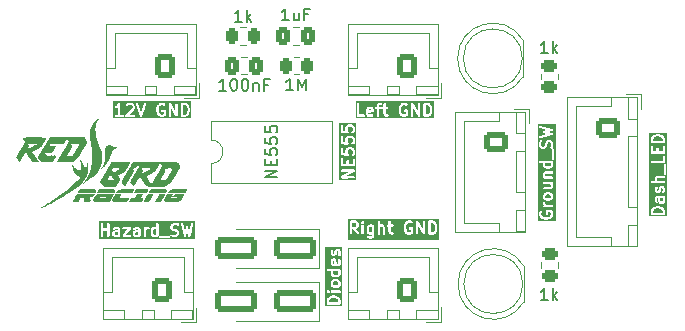
<source format=gto>
G04 #@! TF.GenerationSoftware,KiCad,Pcbnew,8.0.2*
G04 #@! TF.CreationDate,2025-02-21T12:28:42+08:00*
G04 #@! TF.ProjectId,Indicators,496e6469-6361-4746-9f72-732e6b696361,rev?*
G04 #@! TF.SameCoordinates,Original*
G04 #@! TF.FileFunction,Legend,Top*
G04 #@! TF.FilePolarity,Positive*
%FSLAX46Y46*%
G04 Gerber Fmt 4.6, Leading zero omitted, Abs format (unit mm)*
G04 Created by KiCad (PCBNEW 8.0.2) date 2025-02-21 12:28:42*
%MOMM*%
%LPD*%
G01*
G04 APERTURE LIST*
G04 Aperture macros list*
%AMRoundRect*
0 Rectangle with rounded corners*
0 $1 Rounding radius*
0 $2 $3 $4 $5 $6 $7 $8 $9 X,Y pos of 4 corners*
0 Add a 4 corners polygon primitive as box body*
4,1,4,$2,$3,$4,$5,$6,$7,$8,$9,$2,$3,0*
0 Add four circle primitives for the rounded corners*
1,1,$1+$1,$2,$3*
1,1,$1+$1,$4,$5*
1,1,$1+$1,$6,$7*
1,1,$1+$1,$8,$9*
0 Add four rect primitives between the rounded corners*
20,1,$1+$1,$2,$3,$4,$5,0*
20,1,$1+$1,$4,$5,$6,$7,0*
20,1,$1+$1,$6,$7,$8,$9,0*
20,1,$1+$1,$8,$9,$2,$3,0*%
G04 Aperture macros list end*
%ADD10C,0.200000*%
%ADD11C,0.150000*%
%ADD12C,0.120000*%
%ADD13C,0.000000*%
%ADD14RoundRect,0.250000X1.500000X0.650000X-1.500000X0.650000X-1.500000X-0.650000X1.500000X-0.650000X0*%
%ADD15RoundRect,0.250000X-0.450000X0.262500X-0.450000X-0.262500X0.450000X-0.262500X0.450000X0.262500X0*%
%ADD16RoundRect,0.250000X0.600000X0.750000X-0.600000X0.750000X-0.600000X-0.750000X0.600000X-0.750000X0*%
%ADD17O,1.700000X2.000000*%
%ADD18RoundRect,0.250000X0.262500X0.450000X-0.262500X0.450000X-0.262500X-0.450000X0.262500X-0.450000X0*%
%ADD19C,3.200000*%
%ADD20RoundRect,0.250000X-0.725000X0.600000X-0.725000X-0.600000X0.725000X-0.600000X0.725000X0.600000X0*%
%ADD21O,1.950000X1.700000*%
%ADD22R,1.800000X1.800000*%
%ADD23C,1.800000*%
%ADD24R,1.600000X1.600000*%
%ADD25O,1.600000X1.600000*%
%ADD26RoundRect,0.250000X-0.262500X-0.450000X0.262500X-0.450000X0.262500X0.450000X-0.262500X0.450000X0*%
%ADD27RoundRect,0.250000X-0.337500X-0.475000X0.337500X-0.475000X0.337500X0.475000X-0.337500X0.475000X0*%
%ADD28RoundRect,0.250000X0.450000X-0.262500X0.450000X0.262500X-0.450000X0.262500X-0.450000X-0.262500X0*%
G04 APERTURE END LIST*
D10*
G36*
X93944418Y-91196480D02*
G01*
X93963243Y-91232738D01*
X93688985Y-91288676D01*
X93688774Y-91244777D01*
X93711348Y-91197855D01*
X93754572Y-91175413D01*
X93897902Y-91174102D01*
X93944418Y-91196480D01*
G37*
G36*
X98772879Y-90875254D02*
G01*
X98840020Y-90940741D01*
X98875640Y-91009345D01*
X98919119Y-91176912D01*
X98920525Y-91295720D01*
X98880285Y-91462992D01*
X98844363Y-91537662D01*
X98777054Y-91606670D01*
X98673872Y-91642363D01*
X98547433Y-91643306D01*
X98545922Y-90841541D01*
X98665034Y-90840653D01*
X98772879Y-90875254D01*
G37*
G36*
X99230159Y-91953386D02*
G01*
X92617460Y-91953386D01*
X92617460Y-90742275D01*
X92728571Y-90742275D01*
X92730492Y-91761784D01*
X92745424Y-91797832D01*
X92773014Y-91825422D01*
X92809062Y-91840354D01*
X92828571Y-91842275D01*
X93324270Y-91840354D01*
X93360318Y-91825422D01*
X93387908Y-91797832D01*
X93402840Y-91761784D01*
X93402840Y-91722766D01*
X93387908Y-91686718D01*
X93360318Y-91659128D01*
X93324270Y-91644196D01*
X93304761Y-91642275D01*
X92928385Y-91643733D01*
X92927584Y-91218465D01*
X93490476Y-91218465D01*
X93491368Y-91404534D01*
X93490476Y-91409046D01*
X93491412Y-91413729D01*
X93492229Y-91584003D01*
X93491261Y-91586909D01*
X93492314Y-91601733D01*
X93492397Y-91618926D01*
X93493772Y-91622246D01*
X93494027Y-91625829D01*
X93501033Y-91644138D01*
X93548070Y-91734733D01*
X93551219Y-91744179D01*
X93555593Y-91749223D01*
X93559095Y-91755967D01*
X93568566Y-91764181D01*
X93576783Y-91773656D01*
X93586653Y-91779868D01*
X93588571Y-91781532D01*
X93590111Y-91782045D01*
X93593374Y-91784099D01*
X93676391Y-91824037D01*
X93677776Y-91825422D01*
X93688525Y-91829874D01*
X93706920Y-91838724D01*
X93710503Y-91838978D01*
X93713824Y-91840354D01*
X93733333Y-91842275D01*
X93908840Y-91840669D01*
X93911302Y-91841490D01*
X93924917Y-91840522D01*
X93943318Y-91840354D01*
X93946638Y-91838978D01*
X93950222Y-91838724D01*
X93968530Y-91831718D01*
X94080358Y-91773656D01*
X94105923Y-91744179D01*
X94118261Y-91707163D01*
X94115496Y-91668243D01*
X94098047Y-91633345D01*
X94068570Y-91607780D01*
X94031554Y-91595441D01*
X93992634Y-91598207D01*
X93974325Y-91605213D01*
X93902568Y-91642469D01*
X93759239Y-91643780D01*
X93712724Y-91621402D01*
X93690374Y-91578358D01*
X93689954Y-91490709D01*
X94076932Y-91411782D01*
X94086175Y-91411782D01*
X94095140Y-91408068D01*
X94105031Y-91406051D01*
X94113171Y-91400599D01*
X94122223Y-91396850D01*
X94129224Y-91389848D01*
X94137450Y-91384340D01*
X94142884Y-91376188D01*
X94149813Y-91369260D01*
X94153602Y-91360112D01*
X94159094Y-91351875D01*
X94160995Y-91342264D01*
X94164745Y-91333212D01*
X94166666Y-91313703D01*
X94166664Y-91313606D01*
X94166666Y-91313598D01*
X94166664Y-91313588D01*
X94165309Y-91232685D01*
X94165881Y-91230972D01*
X94165096Y-91219927D01*
X94164745Y-91198956D01*
X94163369Y-91195635D01*
X94163115Y-91192052D01*
X94156109Y-91173743D01*
X94109069Y-91083145D01*
X94105923Y-91073704D01*
X94101550Y-91068661D01*
X94098047Y-91061915D01*
X94091341Y-91056099D01*
X94254302Y-91056099D01*
X94254302Y-91095117D01*
X94269234Y-91131165D01*
X94296824Y-91158755D01*
X94332872Y-91173687D01*
X94352381Y-91175608D01*
X94395874Y-91175399D01*
X94397159Y-91761784D01*
X94412091Y-91797832D01*
X94439681Y-91825422D01*
X94475729Y-91840354D01*
X94514747Y-91840354D01*
X94550795Y-91825422D01*
X94578385Y-91797832D01*
X94593317Y-91761784D01*
X94595238Y-91742275D01*
X94593993Y-91174448D01*
X94752842Y-91173687D01*
X94788890Y-91158755D01*
X94816480Y-91131165D01*
X94828571Y-91101974D01*
X94840663Y-91131165D01*
X94868253Y-91158755D01*
X94904301Y-91173687D01*
X94923810Y-91175608D01*
X94967616Y-91175397D01*
X94968510Y-91583732D01*
X94967452Y-91586909D01*
X94968551Y-91602383D01*
X94968588Y-91618926D01*
X94969963Y-91622246D01*
X94970218Y-91625829D01*
X94977224Y-91644138D01*
X95024261Y-91734733D01*
X95027410Y-91744179D01*
X95031784Y-91749223D01*
X95035286Y-91755967D01*
X95044757Y-91764181D01*
X95052974Y-91773656D01*
X95062844Y-91779868D01*
X95064762Y-91781532D01*
X95066302Y-91782045D01*
X95069565Y-91784099D01*
X95152582Y-91824037D01*
X95153967Y-91825422D01*
X95164716Y-91829874D01*
X95183111Y-91838724D01*
X95186694Y-91838978D01*
X95190015Y-91840354D01*
X95209524Y-91842275D01*
X95324271Y-91840354D01*
X95360319Y-91825422D01*
X95387909Y-91797832D01*
X95402841Y-91761784D01*
X95402841Y-91722766D01*
X95387909Y-91686718D01*
X95360319Y-91659128D01*
X95324271Y-91644196D01*
X95304762Y-91642275D01*
X95234737Y-91643447D01*
X95188915Y-91621402D01*
X95166621Y-91578464D01*
X95165735Y-91174447D01*
X95324271Y-91173687D01*
X95331130Y-91170846D01*
X96252382Y-91170846D01*
X96254009Y-91308419D01*
X96252500Y-91318564D01*
X96254271Y-91330542D01*
X96254303Y-91333212D01*
X96254867Y-91334575D01*
X96255368Y-91337957D01*
X96302872Y-91521036D01*
X96303552Y-91530592D01*
X96309143Y-91545204D01*
X96309582Y-91546893D01*
X96310012Y-91547473D01*
X96310558Y-91548900D01*
X96359894Y-91643922D01*
X96364472Y-91654974D01*
X96367630Y-91658822D01*
X96368620Y-91660728D01*
X96370614Y-91662457D01*
X96376909Y-91670127D01*
X96462854Y-91753958D01*
X96463859Y-91755968D01*
X96473383Y-91764228D01*
X96487300Y-91777803D01*
X96490619Y-91779178D01*
X96493335Y-91781533D01*
X96511235Y-91789524D01*
X96654319Y-91835430D01*
X96666206Y-91840354D01*
X96671198Y-91840845D01*
X96673207Y-91841490D01*
X96675841Y-91841302D01*
X96685715Y-91842275D01*
X96781857Y-91840665D01*
X96793460Y-91841490D01*
X96798296Y-91840390D01*
X96800462Y-91840354D01*
X96802904Y-91839342D01*
X96812576Y-91837143D01*
X96940953Y-91792734D01*
X96943320Y-91792734D01*
X96955312Y-91787766D01*
X96973333Y-91781533D01*
X96976048Y-91779178D01*
X96979368Y-91777803D01*
X96994521Y-91765366D01*
X97054577Y-91702593D01*
X97068024Y-91670127D01*
X97069508Y-91666545D01*
X97071429Y-91647036D01*
X97069508Y-91294194D01*
X97054576Y-91258146D01*
X97026986Y-91230556D01*
X96990938Y-91215624D01*
X96971429Y-91213703D01*
X96761444Y-91215624D01*
X96725396Y-91230556D01*
X96697806Y-91258146D01*
X96682874Y-91294194D01*
X96682874Y-91333212D01*
X96697806Y-91369260D01*
X96725396Y-91396850D01*
X96761444Y-91411782D01*
X96780953Y-91413703D01*
X96871968Y-91412870D01*
X96873016Y-91605280D01*
X96871387Y-91606983D01*
X96768776Y-91642478D01*
X96705289Y-91643541D01*
X96598549Y-91609296D01*
X96531410Y-91543808D01*
X96495789Y-91475201D01*
X96452310Y-91307636D01*
X96450904Y-91188829D01*
X96491144Y-91021556D01*
X96527066Y-90946886D01*
X96594373Y-90877880D01*
X96697712Y-90842133D01*
X96802913Y-90840888D01*
X96897397Y-90886343D01*
X96936317Y-90889109D01*
X96973333Y-90876770D01*
X97002810Y-90851205D01*
X97020259Y-90816307D01*
X97023024Y-90777387D01*
X97011321Y-90742275D01*
X97300001Y-90742275D01*
X97301922Y-91761784D01*
X97316854Y-91797832D01*
X97344444Y-91825422D01*
X97380492Y-91840354D01*
X97419510Y-91840354D01*
X97455558Y-91825422D01*
X97483148Y-91797832D01*
X97498080Y-91761784D01*
X97500001Y-91742275D01*
X97498820Y-91115531D01*
X97883318Y-91785849D01*
X97888282Y-91797832D01*
X97892761Y-91802311D01*
X97895952Y-91807874D01*
X97906468Y-91816018D01*
X97915872Y-91825422D01*
X97921759Y-91827860D01*
X97926801Y-91831765D01*
X97939633Y-91835264D01*
X97951920Y-91840354D01*
X97958296Y-91840354D01*
X97964445Y-91842031D01*
X97977638Y-91840354D01*
X97990938Y-91840354D01*
X97996826Y-91837914D01*
X98003151Y-91837111D01*
X98014700Y-91830510D01*
X98026986Y-91825422D01*
X98031493Y-91820914D01*
X98037028Y-91817752D01*
X98045172Y-91807235D01*
X98054576Y-91797832D01*
X98057014Y-91791944D01*
X98060919Y-91786903D01*
X98064418Y-91774070D01*
X98069508Y-91761784D01*
X98070490Y-91751806D01*
X98071185Y-91749260D01*
X98070934Y-91747292D01*
X98071429Y-91742275D01*
X98069545Y-90742275D01*
X98347620Y-90742275D01*
X98349541Y-91761784D01*
X98364473Y-91797832D01*
X98392063Y-91825422D01*
X98428111Y-91840354D01*
X98447620Y-91842275D01*
X98684420Y-91840509D01*
X98698222Y-91841490D01*
X98703149Y-91840369D01*
X98705224Y-91840354D01*
X98707666Y-91839342D01*
X98717338Y-91837143D01*
X98845715Y-91792734D01*
X98848082Y-91792734D01*
X98860074Y-91787766D01*
X98878095Y-91781533D01*
X98880810Y-91779178D01*
X98884130Y-91777803D01*
X98899283Y-91765366D01*
X98993300Y-91668976D01*
X99002810Y-91660729D01*
X99005476Y-91656493D01*
X99006958Y-91654974D01*
X99007969Y-91652532D01*
X99013253Y-91644138D01*
X99056681Y-91553866D01*
X99061848Y-91546893D01*
X99067076Y-91532258D01*
X99067878Y-91530592D01*
X99067929Y-91529871D01*
X99068443Y-91528433D01*
X99113022Y-91343120D01*
X99117127Y-91333212D01*
X99118319Y-91321102D01*
X99118930Y-91318564D01*
X99118712Y-91317105D01*
X99119048Y-91313703D01*
X99117420Y-91176129D01*
X99118930Y-91165985D01*
X99117158Y-91154006D01*
X99117127Y-91151337D01*
X99116562Y-91149973D01*
X99116062Y-91146592D01*
X99068557Y-90963512D01*
X99067878Y-90953957D01*
X99062285Y-90939341D01*
X99061848Y-90937656D01*
X99061418Y-90937076D01*
X99060872Y-90935648D01*
X99011529Y-90840614D01*
X99006957Y-90829575D01*
X99003801Y-90825730D01*
X99002810Y-90823820D01*
X99000812Y-90822087D01*
X98994521Y-90814421D01*
X98908576Y-90730592D01*
X98907571Y-90728582D01*
X98898041Y-90720316D01*
X98884129Y-90706747D01*
X98880810Y-90705372D01*
X98878095Y-90703017D01*
X98860194Y-90695026D01*
X98717114Y-90649121D01*
X98705224Y-90644196D01*
X98700230Y-90643704D01*
X98698222Y-90643060D01*
X98695588Y-90643247D01*
X98685715Y-90642275D01*
X98428111Y-90644196D01*
X98392063Y-90659128D01*
X98364473Y-90686718D01*
X98349541Y-90722766D01*
X98347620Y-90742275D01*
X98069545Y-90742275D01*
X98069508Y-90722766D01*
X98054576Y-90686718D01*
X98026986Y-90659128D01*
X97990938Y-90644196D01*
X97951920Y-90644196D01*
X97915872Y-90659128D01*
X97888282Y-90686718D01*
X97873350Y-90722766D01*
X97871429Y-90742275D01*
X97872609Y-91369018D01*
X97488111Y-90698700D01*
X97483148Y-90686718D01*
X97478668Y-90682238D01*
X97475478Y-90676676D01*
X97464963Y-90668533D01*
X97455558Y-90659128D01*
X97449667Y-90656688D01*
X97444629Y-90652786D01*
X97431800Y-90649287D01*
X97419510Y-90644196D01*
X97413135Y-90644196D01*
X97406986Y-90642519D01*
X97393793Y-90644196D01*
X97380492Y-90644196D01*
X97374603Y-90646635D01*
X97368279Y-90647439D01*
X97356729Y-90654039D01*
X97344444Y-90659128D01*
X97339936Y-90663635D01*
X97334402Y-90666798D01*
X97326259Y-90677312D01*
X97316854Y-90686718D01*
X97314414Y-90692608D01*
X97310512Y-90697647D01*
X97307013Y-90710475D01*
X97301922Y-90722766D01*
X97300939Y-90732743D01*
X97300245Y-90735290D01*
X97300495Y-90737257D01*
X97300001Y-90742275D01*
X97011321Y-90742275D01*
X97010686Y-90740371D01*
X96985121Y-90710894D01*
X96968531Y-90700451D01*
X96885513Y-90660512D01*
X96884129Y-90659128D01*
X96873379Y-90654675D01*
X96854985Y-90645826D01*
X96851401Y-90645571D01*
X96848081Y-90644196D01*
X96828572Y-90642275D01*
X96685911Y-90643962D01*
X96673207Y-90643060D01*
X96668321Y-90644170D01*
X96666206Y-90644196D01*
X96663764Y-90645207D01*
X96654092Y-90647407D01*
X96525718Y-90691815D01*
X96523349Y-90691815D01*
X96511352Y-90696784D01*
X96493335Y-90703017D01*
X96490619Y-90705372D01*
X96487301Y-90706747D01*
X96472147Y-90719183D01*
X96378130Y-90815572D01*
X96368620Y-90823821D01*
X96365953Y-90828057D01*
X96364473Y-90829575D01*
X96363462Y-90832014D01*
X96358177Y-90840411D01*
X96314748Y-90930682D01*
X96309582Y-90937656D01*
X96304354Y-90952288D01*
X96303552Y-90953957D01*
X96303500Y-90954679D01*
X96302987Y-90956117D01*
X96258407Y-91141427D01*
X96254303Y-91151337D01*
X96253110Y-91163446D01*
X96252500Y-91165985D01*
X96252717Y-91167443D01*
X96252382Y-91170846D01*
X95331130Y-91170846D01*
X95360319Y-91158755D01*
X95387909Y-91131165D01*
X95402841Y-91095117D01*
X95402841Y-91056099D01*
X95387909Y-91020051D01*
X95360319Y-90992461D01*
X95324271Y-90977529D01*
X95304762Y-90975608D01*
X95165301Y-90976276D01*
X95164746Y-90722766D01*
X95149814Y-90686718D01*
X95122224Y-90659128D01*
X95086176Y-90644196D01*
X95047158Y-90644196D01*
X95011110Y-90659128D01*
X94983520Y-90686718D01*
X94968588Y-90722766D01*
X94966667Y-90742275D01*
X94967181Y-90977227D01*
X94904301Y-90977529D01*
X94868253Y-90992461D01*
X94840663Y-91020051D01*
X94828571Y-91049241D01*
X94816480Y-91020051D01*
X94788890Y-90992461D01*
X94752842Y-90977529D01*
X94733333Y-90975608D01*
X94593559Y-90976278D01*
X94593417Y-90911691D01*
X94616110Y-90864522D01*
X94659654Y-90841914D01*
X94752842Y-90840354D01*
X94788890Y-90825422D01*
X94816480Y-90797832D01*
X94831412Y-90761784D01*
X94831412Y-90722766D01*
X94816480Y-90686718D01*
X94788890Y-90659128D01*
X94752842Y-90644196D01*
X94733333Y-90642275D01*
X94652315Y-90643631D01*
X94650602Y-90643060D01*
X94639557Y-90643844D01*
X94618586Y-90644196D01*
X94615265Y-90645571D01*
X94611682Y-90645826D01*
X94593373Y-90652832D01*
X94502775Y-90699871D01*
X94493334Y-90703018D01*
X94488291Y-90707390D01*
X94481545Y-90710894D01*
X94473327Y-90720369D01*
X94463857Y-90728583D01*
X94457643Y-90738454D01*
X94455981Y-90740371D01*
X94455467Y-90741909D01*
X94453414Y-90745173D01*
X94413475Y-90828190D01*
X94412091Y-90829575D01*
X94407638Y-90840324D01*
X94398789Y-90858719D01*
X94398534Y-90862302D01*
X94397159Y-90865623D01*
X94395238Y-90885132D01*
X94395439Y-90977228D01*
X94332872Y-90977529D01*
X94296824Y-90992461D01*
X94269234Y-91020051D01*
X94254302Y-91056099D01*
X94091341Y-91056099D01*
X94088571Y-91053697D01*
X94080358Y-91044227D01*
X94070486Y-91038013D01*
X94068570Y-91036351D01*
X94067031Y-91035837D01*
X94063768Y-91033784D01*
X93980750Y-90993845D01*
X93979366Y-90992461D01*
X93968616Y-90988008D01*
X93950222Y-90979159D01*
X93946638Y-90978904D01*
X93943318Y-90977529D01*
X93923809Y-90975608D01*
X93748301Y-90977213D01*
X93745840Y-90976393D01*
X93732224Y-90977360D01*
X93713824Y-90977529D01*
X93710503Y-90978904D01*
X93706920Y-90979159D01*
X93688611Y-90986165D01*
X93598013Y-91033204D01*
X93588572Y-91036351D01*
X93583529Y-91040723D01*
X93576783Y-91044227D01*
X93568565Y-91053702D01*
X93559095Y-91061916D01*
X93552881Y-91071787D01*
X93551219Y-91073704D01*
X93550705Y-91075242D01*
X93548652Y-91078506D01*
X93508713Y-91161523D01*
X93507329Y-91162908D01*
X93502876Y-91173657D01*
X93494027Y-91192052D01*
X93493772Y-91195635D01*
X93492397Y-91198956D01*
X93490476Y-91218465D01*
X92927584Y-91218465D01*
X92926650Y-90722766D01*
X92911718Y-90686718D01*
X92884128Y-90659128D01*
X92848080Y-90644196D01*
X92809062Y-90644196D01*
X92773014Y-90659128D01*
X92745424Y-90686718D01*
X92730492Y-90722766D01*
X92728571Y-90742275D01*
X92617460Y-90742275D01*
X92617460Y-90531164D01*
X99230159Y-90531164D01*
X99230159Y-91953386D01*
G37*
G36*
X78249069Y-90885198D02*
G01*
X78316210Y-90950685D01*
X78351830Y-91019289D01*
X78395309Y-91186856D01*
X78396715Y-91305664D01*
X78356475Y-91472936D01*
X78320553Y-91547606D01*
X78253244Y-91616614D01*
X78150062Y-91652307D01*
X78023623Y-91653250D01*
X78022112Y-90851485D01*
X78141224Y-90850597D01*
X78249069Y-90885198D01*
G37*
G36*
X78706349Y-91963330D02*
G01*
X72094436Y-91963330D01*
X72094436Y-91025426D01*
X72205547Y-91025426D01*
X72208313Y-91064346D01*
X72225762Y-91099245D01*
X72255239Y-91124809D01*
X72292255Y-91137148D01*
X72331175Y-91134382D01*
X72349483Y-91127376D01*
X72444512Y-91078035D01*
X72455557Y-91073461D01*
X72459403Y-91070304D01*
X72461311Y-91069314D01*
X72463040Y-91067319D01*
X72470711Y-91061025D01*
X72491018Y-91040204D01*
X72492174Y-91653467D01*
X72285253Y-91654140D01*
X72249205Y-91669072D01*
X72221615Y-91696662D01*
X72206683Y-91732710D01*
X72206683Y-91771728D01*
X72221615Y-91807776D01*
X72249205Y-91835366D01*
X72285253Y-91850298D01*
X72304762Y-91852219D01*
X72895699Y-91850298D01*
X72931747Y-91835366D01*
X72959337Y-91807776D01*
X72974269Y-91771728D01*
X72974269Y-91732710D01*
X73111445Y-91732710D01*
X73111445Y-91771728D01*
X73126377Y-91807776D01*
X73153967Y-91835366D01*
X73190015Y-91850298D01*
X73209524Y-91852219D01*
X73848080Y-91850298D01*
X73884128Y-91835366D01*
X73911718Y-91807776D01*
X73926650Y-91771728D01*
X73926650Y-91732710D01*
X73911718Y-91696662D01*
X73884128Y-91669072D01*
X73848080Y-91654140D01*
X73828571Y-91652219D01*
X73449018Y-91653360D01*
X73839281Y-91261280D01*
X73842264Y-91259789D01*
X73852412Y-91248087D01*
X73864099Y-91236347D01*
X73865473Y-91233028D01*
X73867829Y-91230313D01*
X73875820Y-91212413D01*
X73921726Y-91069328D01*
X73926650Y-91057442D01*
X73927141Y-91052449D01*
X73927786Y-91050441D01*
X73927598Y-91047806D01*
X73928571Y-91037933D01*
X73927214Y-90956915D01*
X73927786Y-90955202D01*
X73927001Y-90944157D01*
X73926650Y-90923186D01*
X73925274Y-90919865D01*
X73925020Y-90916282D01*
X73918014Y-90897973D01*
X73868671Y-90802939D01*
X73864099Y-90791899D01*
X73860943Y-90788053D01*
X73859952Y-90786145D01*
X73857954Y-90784412D01*
X73851662Y-90776746D01*
X73839098Y-90764726D01*
X74015071Y-90764726D01*
X74019418Y-90783842D01*
X74350679Y-91771734D01*
X74351170Y-91778632D01*
X74356703Y-91789699D01*
X74360742Y-91801742D01*
X74365425Y-91807141D01*
X74368620Y-91813531D01*
X74378091Y-91821746D01*
X74386307Y-91831218D01*
X74392695Y-91834412D01*
X74398096Y-91839096D01*
X74409997Y-91843063D01*
X74421206Y-91848667D01*
X74428330Y-91849173D01*
X74435112Y-91851434D01*
X74447621Y-91850544D01*
X74460126Y-91851434D01*
X74466904Y-91849174D01*
X74474032Y-91848668D01*
X74485248Y-91843059D01*
X74497142Y-91839095D01*
X74502539Y-91834414D01*
X74508931Y-91831218D01*
X74517149Y-91821742D01*
X74526618Y-91813530D01*
X74529811Y-91807143D01*
X74534496Y-91801742D01*
X74542487Y-91783842D01*
X74742306Y-91180790D01*
X75728572Y-91180790D01*
X75730199Y-91318363D01*
X75728690Y-91328508D01*
X75730461Y-91340486D01*
X75730493Y-91343156D01*
X75731057Y-91344519D01*
X75731558Y-91347901D01*
X75779062Y-91530980D01*
X75779742Y-91540536D01*
X75785333Y-91555148D01*
X75785772Y-91556837D01*
X75786202Y-91557417D01*
X75786748Y-91558844D01*
X75836084Y-91653866D01*
X75840662Y-91664918D01*
X75843820Y-91668766D01*
X75844810Y-91670672D01*
X75846804Y-91672401D01*
X75853099Y-91680071D01*
X75939044Y-91763902D01*
X75940049Y-91765912D01*
X75949573Y-91774172D01*
X75963490Y-91787747D01*
X75966809Y-91789122D01*
X75969525Y-91791477D01*
X75987425Y-91799468D01*
X76130509Y-91845374D01*
X76142396Y-91850298D01*
X76147388Y-91850789D01*
X76149397Y-91851434D01*
X76152031Y-91851246D01*
X76161905Y-91852219D01*
X76258047Y-91850609D01*
X76269650Y-91851434D01*
X76274486Y-91850334D01*
X76276652Y-91850298D01*
X76279094Y-91849286D01*
X76288766Y-91847087D01*
X76417143Y-91802678D01*
X76419510Y-91802678D01*
X76431502Y-91797710D01*
X76449523Y-91791477D01*
X76452238Y-91789122D01*
X76455558Y-91787747D01*
X76470711Y-91775310D01*
X76530767Y-91712537D01*
X76545698Y-91676488D01*
X76547619Y-91656980D01*
X76545698Y-91304138D01*
X76530766Y-91268090D01*
X76503176Y-91240500D01*
X76467128Y-91225568D01*
X76447619Y-91223647D01*
X76237634Y-91225568D01*
X76201586Y-91240500D01*
X76173996Y-91268090D01*
X76159064Y-91304138D01*
X76159064Y-91343156D01*
X76173996Y-91379204D01*
X76201586Y-91406794D01*
X76237634Y-91421726D01*
X76257143Y-91423647D01*
X76348158Y-91422814D01*
X76349206Y-91615224D01*
X76347577Y-91616927D01*
X76244966Y-91652422D01*
X76181479Y-91653485D01*
X76074739Y-91619240D01*
X76007600Y-91553752D01*
X75971979Y-91485145D01*
X75928500Y-91317580D01*
X75927094Y-91198773D01*
X75967334Y-91031500D01*
X76003256Y-90956830D01*
X76070563Y-90887824D01*
X76173902Y-90852077D01*
X76279103Y-90850832D01*
X76373587Y-90896287D01*
X76412507Y-90899053D01*
X76449523Y-90886714D01*
X76479000Y-90861149D01*
X76496449Y-90826251D01*
X76499214Y-90787331D01*
X76487511Y-90752219D01*
X76776191Y-90752219D01*
X76778112Y-91771728D01*
X76793044Y-91807776D01*
X76820634Y-91835366D01*
X76856682Y-91850298D01*
X76895700Y-91850298D01*
X76931748Y-91835366D01*
X76959338Y-91807776D01*
X76974270Y-91771728D01*
X76976191Y-91752219D01*
X76975010Y-91125475D01*
X77359508Y-91795793D01*
X77364472Y-91807776D01*
X77368951Y-91812255D01*
X77372142Y-91817818D01*
X77382658Y-91825962D01*
X77392062Y-91835366D01*
X77397949Y-91837804D01*
X77402991Y-91841709D01*
X77415823Y-91845208D01*
X77428110Y-91850298D01*
X77434486Y-91850298D01*
X77440635Y-91851975D01*
X77453828Y-91850298D01*
X77467128Y-91850298D01*
X77473016Y-91847858D01*
X77479341Y-91847055D01*
X77490890Y-91840454D01*
X77503176Y-91835366D01*
X77507683Y-91830858D01*
X77513218Y-91827696D01*
X77521362Y-91817179D01*
X77530766Y-91807776D01*
X77533204Y-91801888D01*
X77537109Y-91796847D01*
X77540608Y-91784014D01*
X77545698Y-91771728D01*
X77546680Y-91761750D01*
X77547375Y-91759204D01*
X77547124Y-91757236D01*
X77547619Y-91752219D01*
X77545735Y-90752219D01*
X77823810Y-90752219D01*
X77825731Y-91771728D01*
X77840663Y-91807776D01*
X77868253Y-91835366D01*
X77904301Y-91850298D01*
X77923810Y-91852219D01*
X78160610Y-91850453D01*
X78174412Y-91851434D01*
X78179339Y-91850313D01*
X78181414Y-91850298D01*
X78183856Y-91849286D01*
X78193528Y-91847087D01*
X78321905Y-91802678D01*
X78324272Y-91802678D01*
X78336264Y-91797710D01*
X78354285Y-91791477D01*
X78357000Y-91789122D01*
X78360320Y-91787747D01*
X78375473Y-91775310D01*
X78469490Y-91678920D01*
X78479000Y-91670673D01*
X78481666Y-91666437D01*
X78483148Y-91664918D01*
X78484159Y-91662476D01*
X78489443Y-91654082D01*
X78532871Y-91563810D01*
X78538038Y-91556837D01*
X78543266Y-91542202D01*
X78544068Y-91540536D01*
X78544119Y-91539815D01*
X78544633Y-91538377D01*
X78589212Y-91353064D01*
X78593317Y-91343156D01*
X78594509Y-91331046D01*
X78595120Y-91328508D01*
X78594902Y-91327049D01*
X78595238Y-91323647D01*
X78593610Y-91186073D01*
X78595120Y-91175929D01*
X78593348Y-91163950D01*
X78593317Y-91161281D01*
X78592752Y-91159917D01*
X78592252Y-91156536D01*
X78544747Y-90973456D01*
X78544068Y-90963901D01*
X78538475Y-90949285D01*
X78538038Y-90947600D01*
X78537608Y-90947020D01*
X78537062Y-90945592D01*
X78487719Y-90850558D01*
X78483147Y-90839519D01*
X78479991Y-90835674D01*
X78479000Y-90833764D01*
X78477002Y-90832031D01*
X78470711Y-90824365D01*
X78384766Y-90740536D01*
X78383761Y-90738526D01*
X78374231Y-90730260D01*
X78360319Y-90716691D01*
X78357000Y-90715316D01*
X78354285Y-90712961D01*
X78336384Y-90704970D01*
X78193304Y-90659065D01*
X78181414Y-90654140D01*
X78176420Y-90653648D01*
X78174412Y-90653004D01*
X78171778Y-90653191D01*
X78161905Y-90652219D01*
X77904301Y-90654140D01*
X77868253Y-90669072D01*
X77840663Y-90696662D01*
X77825731Y-90732710D01*
X77823810Y-90752219D01*
X77545735Y-90752219D01*
X77545698Y-90732710D01*
X77530766Y-90696662D01*
X77503176Y-90669072D01*
X77467128Y-90654140D01*
X77428110Y-90654140D01*
X77392062Y-90669072D01*
X77364472Y-90696662D01*
X77349540Y-90732710D01*
X77347619Y-90752219D01*
X77348799Y-91378962D01*
X76964301Y-90708644D01*
X76959338Y-90696662D01*
X76954858Y-90692182D01*
X76951668Y-90686620D01*
X76941153Y-90678477D01*
X76931748Y-90669072D01*
X76925857Y-90666632D01*
X76920819Y-90662730D01*
X76907990Y-90659231D01*
X76895700Y-90654140D01*
X76889325Y-90654140D01*
X76883176Y-90652463D01*
X76869983Y-90654140D01*
X76856682Y-90654140D01*
X76850793Y-90656579D01*
X76844469Y-90657383D01*
X76832919Y-90663983D01*
X76820634Y-90669072D01*
X76816126Y-90673579D01*
X76810592Y-90676742D01*
X76802449Y-90687256D01*
X76793044Y-90696662D01*
X76790604Y-90702552D01*
X76786702Y-90707591D01*
X76783203Y-90720419D01*
X76778112Y-90732710D01*
X76777129Y-90742687D01*
X76776435Y-90745234D01*
X76776685Y-90747201D01*
X76776191Y-90752219D01*
X76487511Y-90752219D01*
X76486876Y-90750315D01*
X76461311Y-90720838D01*
X76444721Y-90710395D01*
X76361703Y-90670456D01*
X76360319Y-90669072D01*
X76349569Y-90664619D01*
X76331175Y-90655770D01*
X76327591Y-90655515D01*
X76324271Y-90654140D01*
X76304762Y-90652219D01*
X76162101Y-90653906D01*
X76149397Y-90653004D01*
X76144511Y-90654114D01*
X76142396Y-90654140D01*
X76139954Y-90655151D01*
X76130282Y-90657351D01*
X76001908Y-90701759D01*
X75999539Y-90701759D01*
X75987542Y-90706728D01*
X75969525Y-90712961D01*
X75966809Y-90715316D01*
X75963491Y-90716691D01*
X75948337Y-90729127D01*
X75854320Y-90825516D01*
X75844810Y-90833765D01*
X75842143Y-90838001D01*
X75840663Y-90839519D01*
X75839652Y-90841958D01*
X75834367Y-90850355D01*
X75790938Y-90940626D01*
X75785772Y-90947600D01*
X75780544Y-90962232D01*
X75779742Y-90963901D01*
X75779690Y-90964623D01*
X75779177Y-90966061D01*
X75734597Y-91151371D01*
X75730493Y-91161281D01*
X75729300Y-91173390D01*
X75728690Y-91175929D01*
X75728907Y-91177387D01*
X75728572Y-91180790D01*
X74742306Y-91180790D01*
X74880167Y-90764727D01*
X74877401Y-90725807D01*
X74859951Y-90690908D01*
X74830475Y-90665343D01*
X74793459Y-90653004D01*
X74754539Y-90655771D01*
X74719640Y-90673220D01*
X74694075Y-90702696D01*
X74686084Y-90720597D01*
X74448052Y-91438973D01*
X74201163Y-90702696D01*
X74175598Y-90673220D01*
X74140699Y-90655770D01*
X74101779Y-90653004D01*
X74064763Y-90665342D01*
X74035287Y-90690907D01*
X74017837Y-90725806D01*
X74015071Y-90764726D01*
X73839098Y-90764726D01*
X73801561Y-90728814D01*
X73794644Y-90720838D01*
X73790494Y-90718225D01*
X73788890Y-90716691D01*
X73786450Y-90715680D01*
X73778054Y-90710395D01*
X73695036Y-90670456D01*
X73693652Y-90669072D01*
X73682902Y-90664619D01*
X73664508Y-90655770D01*
X73660924Y-90655515D01*
X73657604Y-90654140D01*
X73638095Y-90652219D01*
X73415139Y-90653881D01*
X73412507Y-90653004D01*
X73398401Y-90654006D01*
X73380491Y-90654140D01*
X73377170Y-90655515D01*
X73373587Y-90655770D01*
X73355278Y-90662776D01*
X73260244Y-90712118D01*
X73249204Y-90716691D01*
X73245358Y-90719846D01*
X73243450Y-90720838D01*
X73241717Y-90722835D01*
X73234051Y-90729128D01*
X73173996Y-90791900D01*
X73159064Y-90827948D01*
X73159064Y-90866966D01*
X73173996Y-90903014D01*
X73201586Y-90930604D01*
X73237634Y-90945536D01*
X73276652Y-90945536D01*
X73312700Y-90930604D01*
X73327854Y-90918168D01*
X73361420Y-90883083D01*
X73421168Y-90852061D01*
X73612031Y-90850637D01*
X73671929Y-90879453D01*
X73697706Y-90904115D01*
X73728931Y-90964254D01*
X73729837Y-91018358D01*
X73695735Y-91124652D01*
X73126377Y-91696662D01*
X73111445Y-91732710D01*
X72974269Y-91732710D01*
X72959337Y-91696662D01*
X72931747Y-91669072D01*
X72895699Y-91654140D01*
X72876190Y-91652219D01*
X72690288Y-91652823D01*
X72688609Y-90761550D01*
X72690476Y-90752114D01*
X72688573Y-90742602D01*
X72688555Y-90732710D01*
X72684765Y-90723561D01*
X72682824Y-90713854D01*
X72677372Y-90705713D01*
X72673623Y-90696662D01*
X72666623Y-90689662D01*
X72661113Y-90681434D01*
X72652958Y-90675997D01*
X72646033Y-90669072D01*
X72636889Y-90665284D01*
X72628648Y-90659790D01*
X72619034Y-90657888D01*
X72609985Y-90654140D01*
X72600084Y-90654140D01*
X72590372Y-90652219D01*
X72580767Y-90654140D01*
X72570967Y-90654140D01*
X72561818Y-90657929D01*
X72552111Y-90659871D01*
X72543970Y-90665322D01*
X72534919Y-90669072D01*
X72527919Y-90676071D01*
X72519691Y-90681582D01*
X72507402Y-90696588D01*
X72507329Y-90696662D01*
X72507315Y-90696694D01*
X72507271Y-90696749D01*
X72423037Y-90825892D01*
X72344391Y-90906523D01*
X72243450Y-90958933D01*
X72217886Y-90988410D01*
X72205547Y-91025426D01*
X72094436Y-91025426D01*
X72094436Y-90541108D01*
X78706349Y-90541108D01*
X78706349Y-91963330D01*
G37*
G36*
X72482730Y-101635537D02*
G01*
X72491328Y-101634925D01*
X72491941Y-101808152D01*
X72474067Y-101817432D01*
X72283205Y-101818856D01*
X72236533Y-101796402D01*
X72213924Y-101752857D01*
X72213112Y-101704392D01*
X72235157Y-101658569D01*
X72278310Y-101636164D01*
X72480097Y-101634659D01*
X72482730Y-101635537D01*
G37*
G36*
X74197016Y-101635537D02*
G01*
X74205614Y-101634925D01*
X74206227Y-101808152D01*
X74188353Y-101817432D01*
X73997491Y-101818856D01*
X73950819Y-101796402D01*
X73928210Y-101752857D01*
X73927398Y-101704392D01*
X73949443Y-101658569D01*
X73992596Y-101636164D01*
X74194383Y-101634659D01*
X74197016Y-101635537D01*
G37*
G36*
X75729404Y-101359675D02*
G01*
X75730249Y-101808042D01*
X75712092Y-101817469D01*
X75568763Y-101818780D01*
X75509020Y-101790039D01*
X75483246Y-101765380D01*
X75452248Y-101705676D01*
X75450747Y-101467256D01*
X75479615Y-101407249D01*
X75504277Y-101381472D01*
X75564096Y-101350413D01*
X75707426Y-101349102D01*
X75729404Y-101359675D01*
G37*
G36*
X78991995Y-102223624D02*
G01*
X70903174Y-102223624D01*
X70903174Y-100917275D01*
X71014285Y-100917275D01*
X71016206Y-101936784D01*
X71031138Y-101972832D01*
X71058728Y-102000422D01*
X71094776Y-102015354D01*
X71133794Y-102015354D01*
X71169842Y-102000422D01*
X71197432Y-101972832D01*
X71212364Y-101936784D01*
X71214285Y-101917275D01*
X71213485Y-101493142D01*
X71586795Y-101491928D01*
X71587634Y-101936784D01*
X71602566Y-101972832D01*
X71630156Y-102000422D01*
X71666204Y-102015354D01*
X71705222Y-102015354D01*
X71741270Y-102000422D01*
X71768860Y-101972832D01*
X71783792Y-101936784D01*
X71785713Y-101917275D01*
X71785264Y-101679179D01*
X72014285Y-101679179D01*
X72015641Y-101760195D01*
X72015070Y-101761909D01*
X72015854Y-101772953D01*
X72016206Y-101793926D01*
X72017581Y-101797246D01*
X72017836Y-101800829D01*
X72024842Y-101819138D01*
X72071879Y-101909733D01*
X72075028Y-101919179D01*
X72079402Y-101924223D01*
X72082904Y-101930967D01*
X72092375Y-101939181D01*
X72100592Y-101948656D01*
X72110462Y-101954868D01*
X72112380Y-101956532D01*
X72113920Y-101957045D01*
X72117183Y-101959099D01*
X72200200Y-101999037D01*
X72201585Y-102000422D01*
X72212334Y-102004874D01*
X72230729Y-102013724D01*
X72234312Y-102013978D01*
X72237633Y-102015354D01*
X72257142Y-102017275D01*
X72480097Y-102015612D01*
X72482730Y-102016490D01*
X72496835Y-102015487D01*
X72514746Y-102015354D01*
X72518066Y-102013978D01*
X72521650Y-102013724D01*
X72539958Y-102006718D01*
X72544466Y-102004377D01*
X72570966Y-102015354D01*
X72609984Y-102015354D01*
X72646032Y-102000422D01*
X72673622Y-101972832D01*
X72688554Y-101936784D01*
X72690475Y-101917275D01*
X72690448Y-101909591D01*
X72871724Y-101909591D01*
X72873349Y-101923132D01*
X72873349Y-101936784D01*
X72875655Y-101942352D01*
X72876373Y-101948331D01*
X72883058Y-101960224D01*
X72888281Y-101972832D01*
X72892539Y-101977090D01*
X72895492Y-101982343D01*
X72906224Y-101990775D01*
X72915871Y-102000422D01*
X72921436Y-102002727D01*
X72926173Y-102006449D01*
X72939309Y-102010130D01*
X72951919Y-102015354D01*
X72961210Y-102016268D01*
X72963744Y-102016979D01*
X72965852Y-102016725D01*
X72971428Y-102017275D01*
X73514746Y-102015354D01*
X73550794Y-102000422D01*
X73578384Y-101972832D01*
X73593316Y-101936784D01*
X73593316Y-101897766D01*
X73578384Y-101861718D01*
X73550794Y-101834128D01*
X73514746Y-101819196D01*
X73495237Y-101817275D01*
X73175712Y-101818404D01*
X73284605Y-101679179D01*
X73728571Y-101679179D01*
X73729927Y-101760195D01*
X73729356Y-101761909D01*
X73730140Y-101772953D01*
X73730492Y-101793926D01*
X73731867Y-101797246D01*
X73732122Y-101800829D01*
X73739128Y-101819138D01*
X73786165Y-101909733D01*
X73789314Y-101919179D01*
X73793688Y-101924223D01*
X73797190Y-101930967D01*
X73806661Y-101939181D01*
X73814878Y-101948656D01*
X73824748Y-101954868D01*
X73826666Y-101956532D01*
X73828206Y-101957045D01*
X73831469Y-101959099D01*
X73914486Y-101999037D01*
X73915871Y-102000422D01*
X73926620Y-102004874D01*
X73945015Y-102013724D01*
X73948598Y-102013978D01*
X73951919Y-102015354D01*
X73971428Y-102017275D01*
X74194383Y-102015612D01*
X74197016Y-102016490D01*
X74211121Y-102015487D01*
X74229032Y-102015354D01*
X74232352Y-102013978D01*
X74235936Y-102013724D01*
X74254244Y-102006718D01*
X74258752Y-102004377D01*
X74285252Y-102015354D01*
X74324270Y-102015354D01*
X74360318Y-102000422D01*
X74387908Y-101972832D01*
X74402840Y-101936784D01*
X74404761Y-101917275D01*
X74403297Y-101503243D01*
X74403975Y-101501210D01*
X74403254Y-101491061D01*
X74402963Y-101409008D01*
X74403976Y-101405972D01*
X74402899Y-101390826D01*
X74402840Y-101373956D01*
X74401464Y-101370635D01*
X74401210Y-101367052D01*
X74394204Y-101348743D01*
X74347164Y-101258145D01*
X74344652Y-101250608D01*
X74680952Y-101250608D01*
X74682873Y-101936784D01*
X74697805Y-101972832D01*
X74725395Y-102000422D01*
X74761443Y-102015354D01*
X74800461Y-102015354D01*
X74836509Y-102000422D01*
X74864099Y-101972832D01*
X74879031Y-101936784D01*
X74880952Y-101917275D01*
X74879689Y-101466484D01*
X74891909Y-101441084D01*
X75252381Y-101441084D01*
X75254083Y-101711539D01*
X75253166Y-101714291D01*
X75254191Y-101728717D01*
X75254302Y-101746307D01*
X75255677Y-101749627D01*
X75255932Y-101753211D01*
X75262938Y-101771519D01*
X75312275Y-101866543D01*
X75316852Y-101877593D01*
X75320010Y-101881441D01*
X75321000Y-101883347D01*
X75322994Y-101885076D01*
X75329289Y-101892746D01*
X75379389Y-101940679D01*
X75386307Y-101948656D01*
X75390456Y-101951267D01*
X75392061Y-101952803D01*
X75394501Y-101953813D01*
X75402898Y-101959099D01*
X75485915Y-101999037D01*
X75487300Y-102000422D01*
X75498049Y-102004874D01*
X75516444Y-102013724D01*
X75520027Y-102013978D01*
X75523348Y-102015354D01*
X75542857Y-102017275D01*
X75718364Y-102015669D01*
X75720826Y-102016490D01*
X75734441Y-102015522D01*
X75752842Y-102015354D01*
X75756162Y-102013978D01*
X75759746Y-102013724D01*
X75778054Y-102006718D01*
X75782562Y-102004377D01*
X75809062Y-102015354D01*
X75848080Y-102015354D01*
X75884128Y-102000422D01*
X75891546Y-101993004D01*
X75968588Y-101993004D01*
X75968588Y-102032022D01*
X75983520Y-102068070D01*
X76011110Y-102095660D01*
X76047158Y-102110592D01*
X76066667Y-102112513D01*
X76848080Y-102110592D01*
X76884128Y-102095660D01*
X76911718Y-102068070D01*
X76926650Y-102032022D01*
X76926650Y-101993004D01*
X76911718Y-101956956D01*
X76884128Y-101929366D01*
X76848080Y-101914434D01*
X76828571Y-101912513D01*
X76047158Y-101914434D01*
X76011110Y-101929366D01*
X75983520Y-101956956D01*
X75968588Y-101993004D01*
X75891546Y-101993004D01*
X75911718Y-101972832D01*
X75926650Y-101936784D01*
X75928571Y-101917275D01*
X75927391Y-101291259D01*
X75927785Y-101285720D01*
X75927378Y-101284501D01*
X75927045Y-101107751D01*
X76919048Y-101107751D01*
X76920404Y-101188768D01*
X76919833Y-101190482D01*
X76920617Y-101201526D01*
X76920969Y-101222498D01*
X76922344Y-101225818D01*
X76922599Y-101229402D01*
X76929605Y-101247710D01*
X76978945Y-101342739D01*
X76983520Y-101353784D01*
X76986676Y-101357630D01*
X76987667Y-101359538D01*
X76989661Y-101361267D01*
X76995956Y-101368938D01*
X77046058Y-101416871D01*
X77052974Y-101424846D01*
X77057123Y-101427457D01*
X77058728Y-101428993D01*
X77061168Y-101430003D01*
X77069565Y-101435289D01*
X77159836Y-101478717D01*
X77166810Y-101483884D01*
X77181444Y-101489112D01*
X77183111Y-101489914D01*
X77183831Y-101489965D01*
X77185270Y-101490479D01*
X77358813Y-101532227D01*
X77433834Y-101568318D01*
X77459611Y-101592980D01*
X77490836Y-101653119D01*
X77491648Y-101701584D01*
X77463241Y-101760632D01*
X77438579Y-101786410D01*
X77378830Y-101817432D01*
X77182584Y-101818896D01*
X77031555Y-101770441D01*
X76992635Y-101773207D01*
X76957736Y-101790657D01*
X76932171Y-101820133D01*
X76919833Y-101857149D01*
X76922599Y-101896069D01*
X76940049Y-101930968D01*
X76969525Y-101956533D01*
X76987425Y-101964524D01*
X77130509Y-102010430D01*
X77142396Y-102015354D01*
X77147388Y-102015845D01*
X77149397Y-102016490D01*
X77152031Y-102016302D01*
X77161905Y-102017275D01*
X77384860Y-102015612D01*
X77387493Y-102016490D01*
X77401598Y-102015487D01*
X77419509Y-102015354D01*
X77422829Y-102013978D01*
X77426413Y-102013724D01*
X77444721Y-102006718D01*
X77539749Y-101957378D01*
X77550796Y-101952803D01*
X77554642Y-101949645D01*
X77556549Y-101948656D01*
X77558279Y-101946661D01*
X77565949Y-101940366D01*
X77613882Y-101890263D01*
X77621857Y-101883348D01*
X77624468Y-101879198D01*
X77626005Y-101877593D01*
X77627016Y-101875151D01*
X77632300Y-101866757D01*
X77672238Y-101783739D01*
X77673623Y-101782355D01*
X77678075Y-101771605D01*
X77686925Y-101753211D01*
X77687179Y-101749627D01*
X77688555Y-101746307D01*
X77690476Y-101726798D01*
X77689119Y-101645780D01*
X77689691Y-101644067D01*
X77688906Y-101633022D01*
X77688555Y-101612051D01*
X77687179Y-101608730D01*
X77686925Y-101605147D01*
X77679919Y-101586838D01*
X77630576Y-101491804D01*
X77626004Y-101480764D01*
X77622848Y-101476918D01*
X77621857Y-101475010D01*
X77619859Y-101473277D01*
X77613567Y-101465611D01*
X77563466Y-101417679D01*
X77556549Y-101409703D01*
X77552399Y-101407090D01*
X77550795Y-101405556D01*
X77548355Y-101404545D01*
X77539959Y-101399260D01*
X77449687Y-101355831D01*
X77442714Y-101350665D01*
X77428081Y-101345437D01*
X77426413Y-101344635D01*
X77425690Y-101344583D01*
X77424253Y-101344070D01*
X77250710Y-101302321D01*
X77175687Y-101266229D01*
X77149914Y-101241571D01*
X77118687Y-101181428D01*
X77117875Y-101132964D01*
X77146282Y-101073916D01*
X77170944Y-101048139D01*
X77230692Y-101017117D01*
X77426938Y-101015653D01*
X77577968Y-101064109D01*
X77616888Y-101061343D01*
X77651787Y-101043893D01*
X77677352Y-101014417D01*
X77689691Y-100977401D01*
X77686924Y-100938481D01*
X77678191Y-100921014D01*
X77823879Y-100921014D01*
X77826529Y-100940437D01*
X78065396Y-101935575D01*
X78067251Y-101949532D01*
X78069805Y-101953944D01*
X78071012Y-101958971D01*
X78079527Y-101970737D01*
X78086800Y-101983300D01*
X78090877Y-101986420D01*
X78093887Y-101990580D01*
X78106249Y-101998187D01*
X78117783Y-102007016D01*
X78122746Y-102008339D01*
X78127117Y-102011029D01*
X78141451Y-102013327D01*
X78155484Y-102017069D01*
X78160572Y-102016392D01*
X78165644Y-102017206D01*
X78179778Y-102013840D01*
X78194162Y-102011929D01*
X78198602Y-102009358D01*
X78203601Y-102008168D01*
X78215367Y-101999652D01*
X78227930Y-101992380D01*
X78231050Y-101988302D01*
X78235210Y-101985293D01*
X78242817Y-101972930D01*
X78251646Y-101961397D01*
X78254345Y-101954196D01*
X78255659Y-101952063D01*
X78256042Y-101949672D01*
X78258529Y-101943041D01*
X78352385Y-101587463D01*
X78446899Y-101938320D01*
X78449103Y-101952063D01*
X78451768Y-101956394D01*
X78453116Y-101961397D01*
X78461944Y-101972930D01*
X78469552Y-101985293D01*
X78473711Y-101988302D01*
X78476832Y-101992380D01*
X78489396Y-101999654D01*
X78501161Y-102008168D01*
X78506156Y-102009357D01*
X78510600Y-102011930D01*
X78524989Y-102013841D01*
X78539118Y-102017206D01*
X78544189Y-102016392D01*
X78549278Y-102017069D01*
X78563310Y-102013327D01*
X78577645Y-102011029D01*
X78582015Y-102008339D01*
X78586979Y-102007016D01*
X78598512Y-101998187D01*
X78610875Y-101990580D01*
X78613884Y-101986420D01*
X78617962Y-101983300D01*
X78625237Y-101970733D01*
X78633750Y-101958971D01*
X78636254Y-101951705D01*
X78637512Y-101949533D01*
X78637831Y-101947129D01*
X78640138Y-101940437D01*
X78880884Y-100921014D01*
X78874707Y-100882488D01*
X78854258Y-100849257D01*
X78822649Y-100826382D01*
X78784692Y-100817345D01*
X78746165Y-100823521D01*
X78712935Y-100843970D01*
X78690060Y-100875579D01*
X78683672Y-100894113D01*
X78537517Y-101512995D01*
X78448708Y-101183316D01*
X78447036Y-101170731D01*
X78443822Y-101165181D01*
X78442122Y-101158867D01*
X78434097Y-101148384D01*
X78427486Y-101136964D01*
X78422342Y-101133027D01*
X78418406Y-101127884D01*
X78406988Y-101121274D01*
X78396503Y-101113248D01*
X78390239Y-101111577D01*
X78384638Y-101108335D01*
X78371560Y-101106597D01*
X78358802Y-101103195D01*
X78352380Y-101104048D01*
X78345960Y-101103195D01*
X78333206Y-101106595D01*
X78320124Y-101108334D01*
X78314519Y-101111578D01*
X78308259Y-101113248D01*
X78297775Y-101121272D01*
X78286356Y-101127884D01*
X78282419Y-101133027D01*
X78277276Y-101136964D01*
X78270666Y-101148381D01*
X78262640Y-101158867D01*
X78259044Y-101168455D01*
X78257727Y-101170732D01*
X78257472Y-101172650D01*
X78255758Y-101177222D01*
X78167430Y-101511851D01*
X78014703Y-100875579D01*
X77991828Y-100843970D01*
X77958598Y-100823521D01*
X77920071Y-100817344D01*
X77882114Y-100826382D01*
X77850505Y-100849257D01*
X77830056Y-100882487D01*
X77823879Y-100921014D01*
X77678191Y-100921014D01*
X77669475Y-100903582D01*
X77639999Y-100878017D01*
X77622098Y-100870026D01*
X77479018Y-100824121D01*
X77467128Y-100819196D01*
X77462134Y-100818704D01*
X77460126Y-100818060D01*
X77457492Y-100818247D01*
X77447619Y-100817275D01*
X77224663Y-100818937D01*
X77222031Y-100818060D01*
X77207925Y-100819062D01*
X77190015Y-100819196D01*
X77186694Y-100820571D01*
X77183111Y-100820826D01*
X77164802Y-100827832D01*
X77069768Y-100877174D01*
X77058728Y-100881747D01*
X77054882Y-100884902D01*
X77052974Y-100885894D01*
X77051241Y-100887891D01*
X77043575Y-100894184D01*
X76995643Y-100944284D01*
X76987667Y-100951202D01*
X76985054Y-100955351D01*
X76983520Y-100956956D01*
X76982509Y-100959395D01*
X76977224Y-100967792D01*
X76937285Y-101050809D01*
X76935901Y-101052194D01*
X76931448Y-101062943D01*
X76922599Y-101081338D01*
X76922344Y-101084921D01*
X76920969Y-101088242D01*
X76919048Y-101107751D01*
X75927045Y-101107751D01*
X75926650Y-100897766D01*
X75911718Y-100861718D01*
X75884128Y-100834128D01*
X75848080Y-100819196D01*
X75809062Y-100819196D01*
X75773014Y-100834128D01*
X75745424Y-100861718D01*
X75730492Y-100897766D01*
X75728571Y-100917275D01*
X75729010Y-101150647D01*
X75557825Y-101152213D01*
X75555364Y-101151393D01*
X75541748Y-101152360D01*
X75523348Y-101152529D01*
X75520027Y-101153904D01*
X75516444Y-101154159D01*
X75498135Y-101161165D01*
X75403101Y-101210507D01*
X75392061Y-101215080D01*
X75388215Y-101218235D01*
X75386307Y-101219227D01*
X75384574Y-101221224D01*
X75376908Y-101227517D01*
X75328976Y-101277617D01*
X75321000Y-101284535D01*
X75318387Y-101288684D01*
X75316853Y-101290289D01*
X75315842Y-101292728D01*
X75310557Y-101301125D01*
X75270618Y-101384142D01*
X75269234Y-101385527D01*
X75264781Y-101396276D01*
X75255932Y-101414671D01*
X75255677Y-101418254D01*
X75254302Y-101421575D01*
X75252381Y-101441084D01*
X74891909Y-101441084D01*
X74908186Y-101407249D01*
X74932848Y-101381472D01*
X74992987Y-101350247D01*
X75086175Y-101348687D01*
X75122223Y-101333755D01*
X75149813Y-101306165D01*
X75164745Y-101270117D01*
X75164745Y-101231099D01*
X75149813Y-101195051D01*
X75122223Y-101167461D01*
X75086175Y-101152529D01*
X75066666Y-101150608D01*
X74985648Y-101151964D01*
X74983935Y-101151393D01*
X74972890Y-101152177D01*
X74951919Y-101152529D01*
X74948598Y-101153904D01*
X74945015Y-101154159D01*
X74926706Y-101161165D01*
X74863190Y-101194142D01*
X74836509Y-101167461D01*
X74800461Y-101152529D01*
X74761443Y-101152529D01*
X74725395Y-101167461D01*
X74697805Y-101195051D01*
X74682873Y-101231099D01*
X74680952Y-101250608D01*
X74344652Y-101250608D01*
X74344018Y-101248704D01*
X74339645Y-101243661D01*
X74336142Y-101236915D01*
X74326666Y-101228697D01*
X74318453Y-101219227D01*
X74308581Y-101213013D01*
X74306665Y-101211351D01*
X74305126Y-101210837D01*
X74301863Y-101208784D01*
X74218845Y-101168845D01*
X74217461Y-101167461D01*
X74206711Y-101163008D01*
X74188317Y-101154159D01*
X74184733Y-101153904D01*
X74181413Y-101152529D01*
X74161904Y-101150608D01*
X73986396Y-101152213D01*
X73983935Y-101151393D01*
X73970319Y-101152360D01*
X73951919Y-101152529D01*
X73948598Y-101153904D01*
X73945015Y-101154159D01*
X73926706Y-101161165D01*
X73814878Y-101219227D01*
X73789314Y-101248704D01*
X73776975Y-101285720D01*
X73779741Y-101324640D01*
X73797190Y-101359539D01*
X73826667Y-101385103D01*
X73863683Y-101397442D01*
X73902603Y-101394676D01*
X73920911Y-101387670D01*
X73992667Y-101350413D01*
X74135997Y-101349102D01*
X74182513Y-101371480D01*
X74204835Y-101414472D01*
X74204882Y-101427897D01*
X74188353Y-101436479D01*
X73986567Y-101437984D01*
X73983935Y-101437107D01*
X73969829Y-101438109D01*
X73951919Y-101438243D01*
X73948598Y-101439618D01*
X73945015Y-101439873D01*
X73926706Y-101446879D01*
X73836108Y-101493918D01*
X73826667Y-101497065D01*
X73821624Y-101501437D01*
X73814878Y-101504941D01*
X73806660Y-101514416D01*
X73797190Y-101522630D01*
X73790976Y-101532501D01*
X73789314Y-101534418D01*
X73788800Y-101535956D01*
X73786747Y-101539220D01*
X73746808Y-101622237D01*
X73745424Y-101623622D01*
X73740971Y-101634371D01*
X73732122Y-101652766D01*
X73731867Y-101656349D01*
X73730492Y-101659670D01*
X73728571Y-101679179D01*
X73284605Y-101679179D01*
X73569063Y-101315485D01*
X73578384Y-101306165D01*
X73580670Y-101300645D01*
X73584411Y-101295863D01*
X73588092Y-101282726D01*
X73593316Y-101270117D01*
X73593316Y-101264089D01*
X73594941Y-101258292D01*
X73593316Y-101244750D01*
X73593316Y-101231099D01*
X73591009Y-101225530D01*
X73590292Y-101219552D01*
X73583606Y-101207658D01*
X73578384Y-101195051D01*
X73574125Y-101190792D01*
X73571173Y-101185540D01*
X73560440Y-101177107D01*
X73550794Y-101167461D01*
X73545228Y-101165155D01*
X73540492Y-101161434D01*
X73527355Y-101157752D01*
X73514746Y-101152529D01*
X73505454Y-101151614D01*
X73502921Y-101150904D01*
X73500812Y-101151157D01*
X73495237Y-101150608D01*
X72951919Y-101152529D01*
X72915871Y-101167461D01*
X72888281Y-101195051D01*
X72873349Y-101231099D01*
X72873349Y-101270117D01*
X72888281Y-101306165D01*
X72915871Y-101333755D01*
X72951919Y-101348687D01*
X72971428Y-101350608D01*
X73290952Y-101349478D01*
X72897601Y-101852397D01*
X72888281Y-101861718D01*
X72885994Y-101867237D01*
X72882254Y-101872020D01*
X72878572Y-101885156D01*
X72873349Y-101897766D01*
X72873349Y-101903793D01*
X72871724Y-101909591D01*
X72690448Y-101909591D01*
X72689011Y-101503243D01*
X72689689Y-101501210D01*
X72688968Y-101491061D01*
X72688677Y-101409008D01*
X72689690Y-101405972D01*
X72688613Y-101390826D01*
X72688554Y-101373956D01*
X72687178Y-101370635D01*
X72686924Y-101367052D01*
X72679918Y-101348743D01*
X72632878Y-101258145D01*
X72629732Y-101248704D01*
X72625359Y-101243661D01*
X72621856Y-101236915D01*
X72612380Y-101228697D01*
X72604167Y-101219227D01*
X72594295Y-101213013D01*
X72592379Y-101211351D01*
X72590840Y-101210837D01*
X72587577Y-101208784D01*
X72504559Y-101168845D01*
X72503175Y-101167461D01*
X72492425Y-101163008D01*
X72474031Y-101154159D01*
X72470447Y-101153904D01*
X72467127Y-101152529D01*
X72447618Y-101150608D01*
X72272110Y-101152213D01*
X72269649Y-101151393D01*
X72256033Y-101152360D01*
X72237633Y-101152529D01*
X72234312Y-101153904D01*
X72230729Y-101154159D01*
X72212420Y-101161165D01*
X72100592Y-101219227D01*
X72075028Y-101248704D01*
X72062689Y-101285720D01*
X72065455Y-101324640D01*
X72082904Y-101359539D01*
X72112381Y-101385103D01*
X72149397Y-101397442D01*
X72188317Y-101394676D01*
X72206625Y-101387670D01*
X72278381Y-101350413D01*
X72421711Y-101349102D01*
X72468227Y-101371480D01*
X72490549Y-101414472D01*
X72490596Y-101427897D01*
X72474067Y-101436479D01*
X72272281Y-101437984D01*
X72269649Y-101437107D01*
X72255543Y-101438109D01*
X72237633Y-101438243D01*
X72234312Y-101439618D01*
X72230729Y-101439873D01*
X72212420Y-101446879D01*
X72121822Y-101493918D01*
X72112381Y-101497065D01*
X72107338Y-101501437D01*
X72100592Y-101504941D01*
X72092374Y-101514416D01*
X72082904Y-101522630D01*
X72076690Y-101532501D01*
X72075028Y-101534418D01*
X72074514Y-101535956D01*
X72072461Y-101539220D01*
X72032522Y-101622237D01*
X72031138Y-101623622D01*
X72026685Y-101634371D01*
X72017836Y-101652766D01*
X72017581Y-101656349D01*
X72016206Y-101659670D01*
X72014285Y-101679179D01*
X71785264Y-101679179D01*
X71783792Y-100897766D01*
X71768860Y-100861718D01*
X71741270Y-100834128D01*
X71705222Y-100819196D01*
X71666204Y-100819196D01*
X71630156Y-100834128D01*
X71602566Y-100861718D01*
X71587634Y-100897766D01*
X71585713Y-100917275D01*
X71586422Y-101293787D01*
X71213112Y-101295001D01*
X71212364Y-100897766D01*
X71197432Y-100861718D01*
X71169842Y-100834128D01*
X71133794Y-100819196D01*
X71094776Y-100819196D01*
X71058728Y-100834128D01*
X71031138Y-100861718D01*
X71016206Y-100897766D01*
X71014285Y-100917275D01*
X70903174Y-100917275D01*
X70903174Y-100706164D01*
X78991995Y-100706164D01*
X78991995Y-102223624D01*
G37*
G36*
X118422936Y-99626857D02*
G01*
X118497607Y-99662780D01*
X118566613Y-99730088D01*
X118602307Y-99833270D01*
X118603250Y-99959709D01*
X117801485Y-99961220D01*
X117800597Y-99842108D01*
X117835198Y-99734263D01*
X117900685Y-99667122D01*
X117969289Y-99631502D01*
X118136856Y-99588023D01*
X118255663Y-99586617D01*
X118422936Y-99626857D01*
G37*
G36*
X118602376Y-98747358D02*
G01*
X118603800Y-98938221D01*
X118581346Y-98984893D01*
X118537801Y-99007502D01*
X118489336Y-99008314D01*
X118443514Y-98986270D01*
X118421108Y-98943115D01*
X118419603Y-98741329D01*
X118420481Y-98738697D01*
X118419869Y-98730098D01*
X118593097Y-98729485D01*
X118602376Y-98747358D01*
G37*
G36*
X118422936Y-93531618D02*
G01*
X118497607Y-93567541D01*
X118566613Y-93634849D01*
X118602307Y-93738031D01*
X118603250Y-93864470D01*
X117801485Y-93865981D01*
X117800597Y-93746869D01*
X117835198Y-93639024D01*
X117900685Y-93571883D01*
X117969289Y-93536263D01*
X118136856Y-93492784D01*
X118255663Y-93491378D01*
X118422936Y-93531618D01*
G37*
G36*
X119008568Y-100270634D02*
G01*
X117491108Y-100270634D01*
X117491108Y-99821428D01*
X117602219Y-99821428D01*
X117604140Y-100079032D01*
X117619072Y-100115080D01*
X117646662Y-100142670D01*
X117682710Y-100157602D01*
X117702219Y-100159523D01*
X118721728Y-100157602D01*
X118757776Y-100142670D01*
X118785366Y-100115080D01*
X118800298Y-100079032D01*
X118802219Y-100059523D01*
X118800453Y-99822721D01*
X118801434Y-99808920D01*
X118800313Y-99803992D01*
X118800298Y-99801919D01*
X118799286Y-99799477D01*
X118797087Y-99789805D01*
X118752679Y-99661430D01*
X118752679Y-99659062D01*
X118747708Y-99647063D01*
X118741477Y-99629048D01*
X118739122Y-99626332D01*
X118737747Y-99623013D01*
X118725311Y-99607860D01*
X118628915Y-99513837D01*
X118620672Y-99504333D01*
X118616438Y-99501668D01*
X118614918Y-99500185D01*
X118612474Y-99499172D01*
X118604082Y-99493890D01*
X118513810Y-99450461D01*
X118506837Y-99445295D01*
X118492204Y-99440067D01*
X118490536Y-99439265D01*
X118489813Y-99439213D01*
X118488376Y-99438700D01*
X118303065Y-99394120D01*
X118293156Y-99390016D01*
X118281046Y-99388823D01*
X118278508Y-99388213D01*
X118277049Y-99388430D01*
X118273647Y-99388095D01*
X118136073Y-99389722D01*
X118125929Y-99388213D01*
X118113950Y-99389984D01*
X118111281Y-99390016D01*
X118109917Y-99390580D01*
X118106536Y-99391081D01*
X117923456Y-99438585D01*
X117913901Y-99439265D01*
X117899285Y-99444857D01*
X117897600Y-99445295D01*
X117897020Y-99445724D01*
X117895592Y-99446271D01*
X117800558Y-99495613D01*
X117789519Y-99500186D01*
X117785674Y-99503341D01*
X117783764Y-99504333D01*
X117782031Y-99506330D01*
X117774365Y-99512622D01*
X117690536Y-99598566D01*
X117688526Y-99599572D01*
X117680260Y-99609101D01*
X117666691Y-99623014D01*
X117665316Y-99626332D01*
X117662961Y-99629048D01*
X117654970Y-99646949D01*
X117609065Y-99790028D01*
X117604140Y-99801919D01*
X117603648Y-99806912D01*
X117603004Y-99808921D01*
X117603191Y-99811554D01*
X117602219Y-99821428D01*
X117491108Y-99821428D01*
X117491108Y-98773809D01*
X117935552Y-98773809D01*
X117937157Y-98949316D01*
X117936337Y-98951778D01*
X117937304Y-98965393D01*
X117937473Y-98983794D01*
X117938848Y-98987114D01*
X117939103Y-98990698D01*
X117946109Y-99009006D01*
X118004171Y-99120834D01*
X118033648Y-99146399D01*
X118070664Y-99158737D01*
X118109584Y-99155972D01*
X118144482Y-99138523D01*
X118170047Y-99109046D01*
X118182386Y-99072030D01*
X118179620Y-99033110D01*
X118172614Y-99014801D01*
X118135357Y-98943044D01*
X118134046Y-98799715D01*
X118156424Y-98753199D01*
X118199416Y-98730877D01*
X118212842Y-98730830D01*
X118221423Y-98747358D01*
X118222928Y-98949145D01*
X118222051Y-98951778D01*
X118223053Y-98965883D01*
X118223187Y-98983794D01*
X118224562Y-98987114D01*
X118224817Y-98990698D01*
X118231823Y-99009006D01*
X118278860Y-99099600D01*
X118282009Y-99109046D01*
X118286383Y-99114090D01*
X118289885Y-99120834D01*
X118299355Y-99129047D01*
X118307573Y-99138523D01*
X118317446Y-99144737D01*
X118319362Y-99146399D01*
X118320900Y-99146911D01*
X118324164Y-99148966D01*
X118407181Y-99188904D01*
X118408566Y-99190289D01*
X118419315Y-99194741D01*
X118437710Y-99203591D01*
X118441293Y-99203845D01*
X118444614Y-99205221D01*
X118464123Y-99207142D01*
X118545139Y-99205785D01*
X118546853Y-99206357D01*
X118557897Y-99205572D01*
X118578870Y-99205221D01*
X118582190Y-99203845D01*
X118585773Y-99203591D01*
X118604082Y-99196585D01*
X118694677Y-99149547D01*
X118704123Y-99146399D01*
X118709167Y-99142024D01*
X118715911Y-99138523D01*
X118724125Y-99129051D01*
X118733600Y-99120835D01*
X118739812Y-99110964D01*
X118741476Y-99109047D01*
X118741989Y-99107506D01*
X118744043Y-99104244D01*
X118783981Y-99021226D01*
X118785366Y-99019842D01*
X118789818Y-99009092D01*
X118798668Y-98990698D01*
X118798922Y-98987114D01*
X118800298Y-98983794D01*
X118802219Y-98964285D01*
X118800556Y-98741329D01*
X118801434Y-98738697D01*
X118800431Y-98724591D01*
X118800298Y-98706681D01*
X118798922Y-98703360D01*
X118798668Y-98699777D01*
X118791662Y-98681468D01*
X118789321Y-98676960D01*
X118800298Y-98650461D01*
X118800298Y-98611443D01*
X118785366Y-98575395D01*
X118757776Y-98547805D01*
X118721728Y-98532873D01*
X118702219Y-98530952D01*
X118288190Y-98532415D01*
X118286154Y-98531737D01*
X118275994Y-98532458D01*
X118193952Y-98532749D01*
X118190916Y-98531737D01*
X118175770Y-98532813D01*
X118158900Y-98532873D01*
X118155579Y-98534248D01*
X118151996Y-98534503D01*
X118133687Y-98541509D01*
X118043089Y-98588548D01*
X118033648Y-98591695D01*
X118028605Y-98596067D01*
X118021859Y-98599571D01*
X118013641Y-98609046D01*
X118004171Y-98617260D01*
X117997957Y-98627131D01*
X117996295Y-98629048D01*
X117995781Y-98630586D01*
X117993728Y-98633850D01*
X117953789Y-98716867D01*
X117952405Y-98718252D01*
X117947952Y-98729001D01*
X117939103Y-98747396D01*
X117938848Y-98750979D01*
X117937473Y-98754300D01*
X117935552Y-98773809D01*
X117491108Y-98773809D01*
X117491108Y-97916666D01*
X117935552Y-97916666D01*
X117937068Y-98044822D01*
X117936337Y-98047016D01*
X117937245Y-98059798D01*
X117937473Y-98079032D01*
X117938848Y-98082352D01*
X117939103Y-98085936D01*
X117946109Y-98104244D01*
X117993146Y-98194838D01*
X117996295Y-98204284D01*
X118000669Y-98209328D01*
X118004171Y-98216072D01*
X118013641Y-98224285D01*
X118021859Y-98233761D01*
X118031732Y-98239975D01*
X118033648Y-98241637D01*
X118035186Y-98242149D01*
X118038450Y-98244204D01*
X118121467Y-98284142D01*
X118122852Y-98285527D01*
X118133601Y-98289979D01*
X118151996Y-98298829D01*
X118155579Y-98299083D01*
X118158900Y-98300459D01*
X118178409Y-98302380D01*
X118212913Y-98301392D01*
X118213521Y-98301595D01*
X118218698Y-98301227D01*
X118245537Y-98300459D01*
X118248857Y-98299083D01*
X118252441Y-98298829D01*
X118270749Y-98291823D01*
X118361343Y-98244785D01*
X118370789Y-98241637D01*
X118375833Y-98237262D01*
X118382577Y-98233761D01*
X118390790Y-98224290D01*
X118400266Y-98216073D01*
X118406480Y-98206199D01*
X118408142Y-98204284D01*
X118408654Y-98202745D01*
X118410709Y-98199482D01*
X118450647Y-98116464D01*
X118452032Y-98115080D01*
X118456484Y-98104330D01*
X118465334Y-98085936D01*
X118465588Y-98082352D01*
X118466964Y-98079032D01*
X118468885Y-98059523D01*
X118467498Y-97942324D01*
X118489757Y-97896056D01*
X118533823Y-97873177D01*
X118535189Y-97873137D01*
X118579971Y-97894681D01*
X118602413Y-97937905D01*
X118603724Y-98081235D01*
X118558151Y-98175967D01*
X118555385Y-98214887D01*
X118567724Y-98251903D01*
X118593288Y-98281380D01*
X118628187Y-98298829D01*
X118667107Y-98301595D01*
X118704123Y-98289256D01*
X118733600Y-98263692D01*
X118744043Y-98247101D01*
X118783981Y-98164083D01*
X118785366Y-98162699D01*
X118789818Y-98151949D01*
X118798668Y-98133555D01*
X118798922Y-98129971D01*
X118800298Y-98126651D01*
X118802219Y-98107142D01*
X118800613Y-97931634D01*
X118801434Y-97929173D01*
X118800466Y-97915557D01*
X118800298Y-97897157D01*
X118798922Y-97893836D01*
X118798668Y-97890253D01*
X118791662Y-97871944D01*
X118744624Y-97781349D01*
X118741476Y-97771904D01*
X118737101Y-97766860D01*
X118733600Y-97760116D01*
X118724125Y-97751899D01*
X118715911Y-97742428D01*
X118706039Y-97736214D01*
X118704123Y-97734552D01*
X118702584Y-97734038D01*
X118699321Y-97731985D01*
X118616303Y-97692047D01*
X118614918Y-97690662D01*
X118604163Y-97686207D01*
X118585773Y-97677360D01*
X118582190Y-97677105D01*
X118578870Y-97675730D01*
X118559361Y-97673809D01*
X118524856Y-97674796D01*
X118524249Y-97674594D01*
X118519071Y-97674961D01*
X118492233Y-97675730D01*
X118488912Y-97677105D01*
X118485329Y-97677360D01*
X118467020Y-97684366D01*
X118376422Y-97731405D01*
X118366981Y-97734552D01*
X118361938Y-97738924D01*
X118355192Y-97742428D01*
X118346974Y-97751903D01*
X118337504Y-97760117D01*
X118331290Y-97769988D01*
X118329628Y-97771905D01*
X118329114Y-97773443D01*
X118327061Y-97776707D01*
X118287122Y-97859724D01*
X118285738Y-97861109D01*
X118281285Y-97871858D01*
X118272436Y-97890253D01*
X118272181Y-97893836D01*
X118270806Y-97897157D01*
X118268885Y-97916666D01*
X118270271Y-98033864D01*
X118248013Y-98080131D01*
X118203945Y-98103011D01*
X118202580Y-98103050D01*
X118157800Y-98081508D01*
X118135299Y-98038170D01*
X118134165Y-97942324D01*
X118179620Y-97847841D01*
X118182386Y-97808921D01*
X118170047Y-97771905D01*
X118144482Y-97742428D01*
X118109584Y-97724979D01*
X118070664Y-97722214D01*
X118033648Y-97734552D01*
X118004171Y-97760117D01*
X117993728Y-97776707D01*
X117953789Y-97859724D01*
X117952405Y-97861109D01*
X117947952Y-97871858D01*
X117939103Y-97890253D01*
X117938848Y-97893836D01*
X117937473Y-97897157D01*
X117935552Y-97916666D01*
X117491108Y-97916666D01*
X117491108Y-97325728D01*
X117604140Y-97325728D01*
X117604140Y-97364746D01*
X117619072Y-97400794D01*
X117646662Y-97428384D01*
X117682710Y-97443316D01*
X117702219Y-97445237D01*
X118721728Y-97443316D01*
X118757776Y-97428384D01*
X118785366Y-97400794D01*
X118800298Y-97364746D01*
X118800298Y-97325728D01*
X118785366Y-97289680D01*
X118757776Y-97262090D01*
X118721728Y-97247158D01*
X118702219Y-97245237D01*
X118171930Y-97246236D01*
X118166418Y-97240962D01*
X118135299Y-97181027D01*
X118134165Y-97085181D01*
X118156424Y-97038913D01*
X118199416Y-97016591D01*
X118721728Y-97014745D01*
X118757776Y-96999813D01*
X118785366Y-96972223D01*
X118800298Y-96936175D01*
X118800298Y-96897157D01*
X118785366Y-96861109D01*
X118757776Y-96833519D01*
X118721728Y-96818587D01*
X118702219Y-96816666D01*
X118193952Y-96818463D01*
X118190916Y-96817451D01*
X118175770Y-96818527D01*
X118158900Y-96818587D01*
X118155579Y-96819962D01*
X118151996Y-96820217D01*
X118133687Y-96827223D01*
X118043089Y-96874262D01*
X118033648Y-96877409D01*
X118028605Y-96881781D01*
X118021859Y-96885285D01*
X118013641Y-96894760D01*
X118004171Y-96902974D01*
X117997957Y-96912845D01*
X117996295Y-96914762D01*
X117995781Y-96916300D01*
X117993728Y-96919564D01*
X117953789Y-97002581D01*
X117952405Y-97003966D01*
X117947952Y-97014715D01*
X117939103Y-97033110D01*
X117938848Y-97036693D01*
X117937473Y-97040014D01*
X117935552Y-97059523D01*
X117937068Y-97187679D01*
X117936337Y-97189873D01*
X117937245Y-97202655D01*
X117937473Y-97221889D01*
X117938848Y-97225209D01*
X117939103Y-97228793D01*
X117945941Y-97246662D01*
X117682710Y-97247158D01*
X117646662Y-97262090D01*
X117619072Y-97289680D01*
X117604140Y-97325728D01*
X117491108Y-97325728D01*
X117491108Y-95916666D01*
X118697457Y-95916666D01*
X118699378Y-96698080D01*
X118714310Y-96734128D01*
X118741900Y-96761718D01*
X118777948Y-96776650D01*
X118816966Y-96776650D01*
X118853014Y-96761718D01*
X118880604Y-96734128D01*
X118895536Y-96698080D01*
X118897457Y-96678571D01*
X118895536Y-95897157D01*
X118880604Y-95861109D01*
X118853014Y-95833519D01*
X118816966Y-95818587D01*
X118777948Y-95818587D01*
X118741900Y-95833519D01*
X118714310Y-95861109D01*
X118699378Y-95897157D01*
X118697457Y-95916666D01*
X117491108Y-95916666D01*
X117491108Y-95659061D01*
X117604140Y-95659061D01*
X117604140Y-95698079D01*
X117619072Y-95734127D01*
X117646662Y-95761717D01*
X117682710Y-95776649D01*
X117702219Y-95778570D01*
X118721728Y-95776649D01*
X118757776Y-95761717D01*
X118785366Y-95734127D01*
X118800298Y-95698079D01*
X118802219Y-95678570D01*
X118800298Y-95182871D01*
X118785366Y-95146823D01*
X118757776Y-95119233D01*
X118721728Y-95104301D01*
X118682710Y-95104301D01*
X118646662Y-95119233D01*
X118619072Y-95146823D01*
X118604140Y-95182871D01*
X118602219Y-95202380D01*
X118603677Y-95578755D01*
X117682710Y-95580491D01*
X117646662Y-95595423D01*
X117619072Y-95623013D01*
X117604140Y-95659061D01*
X117491108Y-95659061D01*
X117491108Y-94392856D01*
X117602219Y-94392856D01*
X117604140Y-94888555D01*
X117619072Y-94924603D01*
X117646662Y-94952193D01*
X117682710Y-94967125D01*
X117702219Y-94969046D01*
X118721728Y-94967125D01*
X118757776Y-94952193D01*
X118785366Y-94924603D01*
X118800298Y-94888555D01*
X118802219Y-94869046D01*
X118800298Y-94373347D01*
X118785366Y-94337299D01*
X118757776Y-94309709D01*
X118721728Y-94294777D01*
X118682710Y-94294777D01*
X118646662Y-94309709D01*
X118619072Y-94337299D01*
X118604140Y-94373347D01*
X118602219Y-94392856D01*
X118603677Y-94769231D01*
X118277868Y-94769845D01*
X118276488Y-94516204D01*
X118261556Y-94480156D01*
X118233966Y-94452566D01*
X118197918Y-94437634D01*
X118158900Y-94437634D01*
X118122852Y-94452566D01*
X118095262Y-94480156D01*
X118080330Y-94516204D01*
X118078409Y-94535713D01*
X118079685Y-94770219D01*
X117801838Y-94770742D01*
X117800298Y-94373347D01*
X117785366Y-94337299D01*
X117757776Y-94309709D01*
X117721728Y-94294777D01*
X117682710Y-94294777D01*
X117646662Y-94309709D01*
X117619072Y-94337299D01*
X117604140Y-94373347D01*
X117602219Y-94392856D01*
X117491108Y-94392856D01*
X117491108Y-93726189D01*
X117602219Y-93726189D01*
X117604140Y-93983793D01*
X117619072Y-94019841D01*
X117646662Y-94047431D01*
X117682710Y-94062363D01*
X117702219Y-94064284D01*
X118721728Y-94062363D01*
X118757776Y-94047431D01*
X118785366Y-94019841D01*
X118800298Y-93983793D01*
X118802219Y-93964284D01*
X118800453Y-93727482D01*
X118801434Y-93713681D01*
X118800313Y-93708753D01*
X118800298Y-93706680D01*
X118799286Y-93704238D01*
X118797087Y-93694566D01*
X118752679Y-93566191D01*
X118752679Y-93563823D01*
X118747708Y-93551824D01*
X118741477Y-93533809D01*
X118739122Y-93531093D01*
X118737747Y-93527774D01*
X118725311Y-93512621D01*
X118628915Y-93418598D01*
X118620672Y-93409094D01*
X118616438Y-93406429D01*
X118614918Y-93404946D01*
X118612474Y-93403933D01*
X118604082Y-93398651D01*
X118513810Y-93355222D01*
X118506837Y-93350056D01*
X118492204Y-93344828D01*
X118490536Y-93344026D01*
X118489813Y-93343974D01*
X118488376Y-93343461D01*
X118303065Y-93298881D01*
X118293156Y-93294777D01*
X118281046Y-93293584D01*
X118278508Y-93292974D01*
X118277049Y-93293191D01*
X118273647Y-93292856D01*
X118136073Y-93294483D01*
X118125929Y-93292974D01*
X118113950Y-93294745D01*
X118111281Y-93294777D01*
X118109917Y-93295341D01*
X118106536Y-93295842D01*
X117923456Y-93343346D01*
X117913901Y-93344026D01*
X117899285Y-93349618D01*
X117897600Y-93350056D01*
X117897020Y-93350485D01*
X117895592Y-93351032D01*
X117800558Y-93400374D01*
X117789519Y-93404947D01*
X117785674Y-93408102D01*
X117783764Y-93409094D01*
X117782031Y-93411091D01*
X117774365Y-93417383D01*
X117690536Y-93503327D01*
X117688526Y-93504333D01*
X117680260Y-93513862D01*
X117666691Y-93527775D01*
X117665316Y-93531093D01*
X117662961Y-93533809D01*
X117654970Y-93551710D01*
X117609065Y-93694789D01*
X117604140Y-93706680D01*
X117603648Y-93711673D01*
X117603004Y-93713682D01*
X117603191Y-93716315D01*
X117602219Y-93726189D01*
X117491108Y-93726189D01*
X117491108Y-93181745D01*
X119008568Y-93181745D01*
X119008568Y-100270634D01*
G37*
G36*
X90972936Y-107205428D02*
G01*
X91047607Y-107241351D01*
X91116613Y-107308659D01*
X91152307Y-107411841D01*
X91153250Y-107538280D01*
X90351485Y-107539791D01*
X90350597Y-107420679D01*
X90385198Y-107312834D01*
X90450685Y-107245693D01*
X90519289Y-107210073D01*
X90686856Y-107166594D01*
X90805663Y-107165188D01*
X90972936Y-107205428D01*
G37*
G36*
X91095578Y-105812949D02*
G01*
X91121355Y-105837610D01*
X91152471Y-105897541D01*
X91153605Y-105993388D01*
X91124983Y-106052883D01*
X91100324Y-106078657D01*
X91040620Y-106109655D01*
X90802200Y-106111156D01*
X90742191Y-106082287D01*
X90716418Y-106057629D01*
X90685299Y-105997694D01*
X90684165Y-105901848D01*
X90712786Y-105842355D01*
X90737448Y-105816578D01*
X90797148Y-105785581D01*
X91035569Y-105784080D01*
X91095578Y-105812949D01*
G37*
G36*
X91152413Y-104945048D02*
G01*
X91153724Y-105088378D01*
X91124983Y-105148121D01*
X91100324Y-105173895D01*
X91040620Y-105204893D01*
X90802200Y-105206394D01*
X90742191Y-105177525D01*
X90716418Y-105152867D01*
X90685357Y-105093044D01*
X90684046Y-104949715D01*
X90694619Y-104927737D01*
X91142986Y-104926892D01*
X91152413Y-104945048D01*
G37*
G36*
X90798620Y-104301489D02*
G01*
X90754721Y-104301700D01*
X90707800Y-104279127D01*
X90685357Y-104235901D01*
X90684046Y-104092572D01*
X90706424Y-104046056D01*
X90742682Y-104027231D01*
X90798620Y-104301489D01*
G37*
G36*
X91463330Y-107849205D02*
G01*
X90041108Y-107849205D01*
X90041108Y-107399999D01*
X90152219Y-107399999D01*
X90154140Y-107657603D01*
X90169072Y-107693651D01*
X90196662Y-107721241D01*
X90232710Y-107736173D01*
X90252219Y-107738094D01*
X91271728Y-107736173D01*
X91307776Y-107721241D01*
X91335366Y-107693651D01*
X91350298Y-107657603D01*
X91352219Y-107638094D01*
X91350453Y-107401292D01*
X91351434Y-107387491D01*
X91350313Y-107382563D01*
X91350298Y-107380490D01*
X91349286Y-107378048D01*
X91347087Y-107368376D01*
X91302679Y-107240001D01*
X91302679Y-107237633D01*
X91297708Y-107225634D01*
X91291477Y-107207619D01*
X91289122Y-107204903D01*
X91287747Y-107201584D01*
X91275311Y-107186431D01*
X91178915Y-107092408D01*
X91170672Y-107082904D01*
X91166438Y-107080239D01*
X91164918Y-107078756D01*
X91162474Y-107077743D01*
X91154082Y-107072461D01*
X91063810Y-107029032D01*
X91056837Y-107023866D01*
X91042204Y-107018638D01*
X91040536Y-107017836D01*
X91039813Y-107017784D01*
X91038376Y-107017271D01*
X90853065Y-106972691D01*
X90843156Y-106968587D01*
X90831046Y-106967394D01*
X90828508Y-106966784D01*
X90827049Y-106967001D01*
X90823647Y-106966666D01*
X90686073Y-106968293D01*
X90675929Y-106966784D01*
X90663950Y-106968555D01*
X90661281Y-106968587D01*
X90659917Y-106969151D01*
X90656536Y-106969652D01*
X90473456Y-107017156D01*
X90463901Y-107017836D01*
X90449285Y-107023428D01*
X90447600Y-107023866D01*
X90447020Y-107024295D01*
X90445592Y-107024842D01*
X90350558Y-107074184D01*
X90339519Y-107078757D01*
X90335674Y-107081912D01*
X90333764Y-107082904D01*
X90332031Y-107084901D01*
X90324365Y-107091193D01*
X90240536Y-107177137D01*
X90238526Y-107178143D01*
X90230260Y-107187672D01*
X90216691Y-107201585D01*
X90215316Y-107204903D01*
X90212961Y-107207619D01*
X90204970Y-107225520D01*
X90159065Y-107368599D01*
X90154140Y-107380490D01*
X90153648Y-107385483D01*
X90153004Y-107387492D01*
X90153191Y-107390125D01*
X90152219Y-107399999D01*
X90041108Y-107399999D01*
X90041108Y-106618585D01*
X90154140Y-106618585D01*
X90154140Y-106657603D01*
X90169072Y-106693651D01*
X90181508Y-106708805D01*
X90244280Y-106768860D01*
X90254838Y-106773233D01*
X90280329Y-106783792D01*
X90319347Y-106783792D01*
X90355395Y-106768860D01*
X90370549Y-106756424D01*
X90430604Y-106693652D01*
X90441973Y-106666204D01*
X90445536Y-106657603D01*
X90445536Y-106618585D01*
X90487473Y-106618585D01*
X90487473Y-106657603D01*
X90502405Y-106693651D01*
X90529995Y-106721241D01*
X90566043Y-106736173D01*
X90585552Y-106738094D01*
X91271728Y-106736173D01*
X91307776Y-106721241D01*
X91335366Y-106693651D01*
X91350298Y-106657603D01*
X91350298Y-106618585D01*
X91335366Y-106582537D01*
X91307776Y-106554947D01*
X91271728Y-106540015D01*
X91252219Y-106538094D01*
X90566043Y-106540015D01*
X90529995Y-106554947D01*
X90502405Y-106582537D01*
X90487473Y-106618585D01*
X90445536Y-106618585D01*
X90430604Y-106582537D01*
X90430604Y-106582536D01*
X90418167Y-106567383D01*
X90355395Y-106507328D01*
X90319347Y-106492396D01*
X90280329Y-106492396D01*
X90254838Y-106502954D01*
X90244280Y-106507328D01*
X90229127Y-106519765D01*
X90169073Y-106582536D01*
X90169072Y-106582537D01*
X90154140Y-106618585D01*
X90041108Y-106618585D01*
X90041108Y-105876190D01*
X90485552Y-105876190D01*
X90487068Y-106004346D01*
X90486337Y-106006540D01*
X90487245Y-106019322D01*
X90487473Y-106038556D01*
X90488848Y-106041876D01*
X90489103Y-106045460D01*
X90496109Y-106063768D01*
X90545449Y-106158797D01*
X90550024Y-106169842D01*
X90553180Y-106173688D01*
X90554171Y-106175596D01*
X90556165Y-106177325D01*
X90562460Y-106184996D01*
X90612562Y-106232929D01*
X90619478Y-106240904D01*
X90623627Y-106243515D01*
X90625232Y-106245051D01*
X90627672Y-106246061D01*
X90636069Y-106251347D01*
X90719086Y-106291285D01*
X90720471Y-106292670D01*
X90731220Y-106297122D01*
X90749615Y-106305972D01*
X90753198Y-106306226D01*
X90756519Y-106307602D01*
X90776028Y-106309523D01*
X91046483Y-106307820D01*
X91049235Y-106308738D01*
X91063661Y-106307712D01*
X91081251Y-106307602D01*
X91084571Y-106306226D01*
X91088155Y-106305972D01*
X91106463Y-106298966D01*
X91201487Y-106249628D01*
X91212537Y-106245052D01*
X91216385Y-106241893D01*
X91218291Y-106240904D01*
X91220020Y-106238909D01*
X91227690Y-106232615D01*
X91275623Y-106182514D01*
X91283600Y-106175597D01*
X91286211Y-106171447D01*
X91287747Y-106169843D01*
X91288757Y-106167402D01*
X91294043Y-106159006D01*
X91333981Y-106075988D01*
X91335366Y-106074604D01*
X91339818Y-106063854D01*
X91348668Y-106045460D01*
X91348922Y-106041876D01*
X91350298Y-106038556D01*
X91352219Y-106019047D01*
X91350702Y-105890890D01*
X91351434Y-105888697D01*
X91350525Y-105875914D01*
X91350298Y-105856681D01*
X91348922Y-105853360D01*
X91348668Y-105849777D01*
X91341662Y-105831468D01*
X91292320Y-105736435D01*
X91287747Y-105725394D01*
X91284590Y-105721548D01*
X91283600Y-105719640D01*
X91281603Y-105717908D01*
X91275310Y-105710240D01*
X91225202Y-105662302D01*
X91218291Y-105654333D01*
X91214144Y-105651722D01*
X91212537Y-105650185D01*
X91210093Y-105649173D01*
X91201701Y-105643890D01*
X91118683Y-105603951D01*
X91117299Y-105602567D01*
X91106549Y-105598114D01*
X91088155Y-105589265D01*
X91084571Y-105589010D01*
X91081251Y-105587635D01*
X91061742Y-105585714D01*
X90791286Y-105587416D01*
X90788535Y-105586499D01*
X90774108Y-105587524D01*
X90756519Y-105587635D01*
X90753198Y-105589010D01*
X90749615Y-105589265D01*
X90731306Y-105596271D01*
X90636272Y-105645613D01*
X90625232Y-105650186D01*
X90621386Y-105653341D01*
X90619478Y-105654333D01*
X90617745Y-105656330D01*
X90610079Y-105662623D01*
X90562147Y-105712723D01*
X90554171Y-105719641D01*
X90551558Y-105723790D01*
X90550024Y-105725395D01*
X90549013Y-105727834D01*
X90543728Y-105736231D01*
X90503789Y-105819248D01*
X90502405Y-105820633D01*
X90497952Y-105831382D01*
X90489103Y-105849777D01*
X90488848Y-105853360D01*
X90487473Y-105856681D01*
X90485552Y-105876190D01*
X90041108Y-105876190D01*
X90041108Y-104809062D01*
X90154140Y-104809062D01*
X90154140Y-104848080D01*
X90169072Y-104884128D01*
X90196662Y-104911718D01*
X90232710Y-104926650D01*
X90252219Y-104928571D01*
X90485591Y-104928131D01*
X90487157Y-105099316D01*
X90486337Y-105101778D01*
X90487304Y-105115393D01*
X90487473Y-105133794D01*
X90488848Y-105137114D01*
X90489103Y-105140698D01*
X90496109Y-105159006D01*
X90545449Y-105254035D01*
X90550024Y-105265080D01*
X90553180Y-105268926D01*
X90554171Y-105270834D01*
X90556165Y-105272563D01*
X90562460Y-105280234D01*
X90612562Y-105328167D01*
X90619478Y-105336142D01*
X90623627Y-105338753D01*
X90625232Y-105340289D01*
X90627672Y-105341299D01*
X90636069Y-105346585D01*
X90719086Y-105386523D01*
X90720471Y-105387908D01*
X90731220Y-105392360D01*
X90749615Y-105401210D01*
X90753198Y-105401464D01*
X90756519Y-105402840D01*
X90776028Y-105404761D01*
X91046483Y-105403058D01*
X91049235Y-105403976D01*
X91063661Y-105402950D01*
X91081251Y-105402840D01*
X91084571Y-105401464D01*
X91088155Y-105401210D01*
X91106463Y-105394204D01*
X91201487Y-105344866D01*
X91212537Y-105340290D01*
X91216385Y-105337131D01*
X91218291Y-105336142D01*
X91220020Y-105334147D01*
X91227690Y-105327853D01*
X91275623Y-105277752D01*
X91283600Y-105270835D01*
X91286211Y-105266685D01*
X91287747Y-105265081D01*
X91288757Y-105262640D01*
X91294043Y-105254244D01*
X91333981Y-105171226D01*
X91335366Y-105169842D01*
X91339818Y-105159092D01*
X91348668Y-105140698D01*
X91348922Y-105137114D01*
X91350298Y-105133794D01*
X91352219Y-105114285D01*
X91350613Y-104938777D01*
X91351434Y-104936316D01*
X91350466Y-104922700D01*
X91350298Y-104904300D01*
X91348922Y-104900979D01*
X91348668Y-104897396D01*
X91341662Y-104879087D01*
X91339321Y-104874579D01*
X91350298Y-104848080D01*
X91350298Y-104809062D01*
X91335366Y-104773014D01*
X91307776Y-104745424D01*
X91271728Y-104730492D01*
X91252219Y-104728571D01*
X90626203Y-104729750D01*
X90620664Y-104729357D01*
X90619445Y-104729763D01*
X90232710Y-104730492D01*
X90196662Y-104745424D01*
X90169072Y-104773014D01*
X90154140Y-104809062D01*
X90041108Y-104809062D01*
X90041108Y-104066666D01*
X90485552Y-104066666D01*
X90487157Y-104242173D01*
X90486337Y-104244635D01*
X90487304Y-104258250D01*
X90487473Y-104276651D01*
X90488848Y-104279971D01*
X90489103Y-104283555D01*
X90496109Y-104301863D01*
X90543146Y-104392457D01*
X90546295Y-104401903D01*
X90550669Y-104406947D01*
X90554171Y-104413691D01*
X90563641Y-104421904D01*
X90571859Y-104431380D01*
X90581732Y-104437594D01*
X90583648Y-104439256D01*
X90585186Y-104439768D01*
X90588450Y-104441823D01*
X90671467Y-104481761D01*
X90672852Y-104483146D01*
X90683601Y-104487598D01*
X90701996Y-104496448D01*
X90705579Y-104496702D01*
X90708900Y-104498078D01*
X90728409Y-104499999D01*
X90914478Y-104499106D01*
X90918990Y-104499999D01*
X90923673Y-104499062D01*
X91093947Y-104498245D01*
X91096853Y-104499214D01*
X91111677Y-104498160D01*
X91128870Y-104498078D01*
X91132190Y-104496702D01*
X91135773Y-104496448D01*
X91154082Y-104489442D01*
X91244677Y-104442404D01*
X91254123Y-104439256D01*
X91259167Y-104434881D01*
X91265911Y-104431380D01*
X91274125Y-104421908D01*
X91283600Y-104413692D01*
X91289812Y-104403821D01*
X91291476Y-104401904D01*
X91291989Y-104400363D01*
X91294043Y-104397101D01*
X91333981Y-104314083D01*
X91335366Y-104312699D01*
X91339818Y-104301949D01*
X91348668Y-104283555D01*
X91348922Y-104279971D01*
X91350298Y-104276651D01*
X91352219Y-104257142D01*
X91350613Y-104081634D01*
X91351434Y-104079173D01*
X91350466Y-104065557D01*
X91350298Y-104047157D01*
X91348922Y-104043836D01*
X91348668Y-104040253D01*
X91341662Y-104021944D01*
X91283600Y-103910116D01*
X91254123Y-103884552D01*
X91217107Y-103872213D01*
X91178187Y-103874979D01*
X91143288Y-103892428D01*
X91117724Y-103921905D01*
X91105385Y-103958921D01*
X91108151Y-103997841D01*
X91115157Y-104016149D01*
X91152413Y-104087905D01*
X91153724Y-104231235D01*
X91131346Y-104277750D01*
X91088302Y-104300100D01*
X91000653Y-104300520D01*
X90921726Y-103913542D01*
X90921726Y-103904300D01*
X90918012Y-103895334D01*
X90915995Y-103885444D01*
X90910543Y-103877303D01*
X90906794Y-103868252D01*
X90899794Y-103861252D01*
X90894284Y-103853024D01*
X90886130Y-103847588D01*
X90879204Y-103840662D01*
X90870057Y-103836873D01*
X90861819Y-103831381D01*
X90852208Y-103829479D01*
X90843156Y-103825730D01*
X90823647Y-103823809D01*
X90823550Y-103823810D01*
X90823542Y-103823809D01*
X90823532Y-103823810D01*
X90742629Y-103825165D01*
X90740916Y-103824594D01*
X90729871Y-103825378D01*
X90708900Y-103825730D01*
X90705579Y-103827105D01*
X90701996Y-103827360D01*
X90683687Y-103834366D01*
X90593089Y-103881405D01*
X90583648Y-103884552D01*
X90578605Y-103888924D01*
X90571859Y-103892428D01*
X90563641Y-103901903D01*
X90554171Y-103910117D01*
X90547957Y-103919988D01*
X90546295Y-103921905D01*
X90545781Y-103923443D01*
X90543728Y-103926707D01*
X90503789Y-104009724D01*
X90502405Y-104011109D01*
X90497952Y-104021858D01*
X90489103Y-104040253D01*
X90488848Y-104043836D01*
X90487473Y-104047157D01*
X90485552Y-104066666D01*
X90041108Y-104066666D01*
X90041108Y-103257142D01*
X90485552Y-103257142D01*
X90487068Y-103385298D01*
X90486337Y-103387492D01*
X90487245Y-103400274D01*
X90487473Y-103419508D01*
X90488848Y-103422828D01*
X90489103Y-103426412D01*
X90496109Y-103444720D01*
X90543146Y-103535314D01*
X90546295Y-103544760D01*
X90550669Y-103549804D01*
X90554171Y-103556548D01*
X90563641Y-103564761D01*
X90571859Y-103574237D01*
X90581732Y-103580451D01*
X90583648Y-103582113D01*
X90585186Y-103582625D01*
X90588450Y-103584680D01*
X90671467Y-103624618D01*
X90672852Y-103626003D01*
X90683601Y-103630455D01*
X90701996Y-103639305D01*
X90705579Y-103639559D01*
X90708900Y-103640935D01*
X90728409Y-103642856D01*
X90762913Y-103641868D01*
X90763521Y-103642071D01*
X90768698Y-103641703D01*
X90795537Y-103640935D01*
X90798857Y-103639559D01*
X90802441Y-103639305D01*
X90820749Y-103632299D01*
X90911343Y-103585261D01*
X90920789Y-103582113D01*
X90925833Y-103577738D01*
X90932577Y-103574237D01*
X90940790Y-103564766D01*
X90950266Y-103556549D01*
X90956480Y-103546675D01*
X90958142Y-103544760D01*
X90958654Y-103543221D01*
X90960709Y-103539958D01*
X91000647Y-103456940D01*
X91002032Y-103455556D01*
X91006484Y-103444806D01*
X91015334Y-103426412D01*
X91015588Y-103422828D01*
X91016964Y-103419508D01*
X91018885Y-103399999D01*
X91017498Y-103282800D01*
X91039757Y-103236532D01*
X91083823Y-103213653D01*
X91085189Y-103213613D01*
X91129971Y-103235157D01*
X91152413Y-103278381D01*
X91153724Y-103421711D01*
X91108151Y-103516443D01*
X91105385Y-103555363D01*
X91117724Y-103592379D01*
X91143288Y-103621856D01*
X91178187Y-103639305D01*
X91217107Y-103642071D01*
X91254123Y-103629732D01*
X91283600Y-103604168D01*
X91294043Y-103587577D01*
X91333981Y-103504559D01*
X91335366Y-103503175D01*
X91339818Y-103492425D01*
X91348668Y-103474031D01*
X91348922Y-103470447D01*
X91350298Y-103467127D01*
X91352219Y-103447618D01*
X91350613Y-103272110D01*
X91351434Y-103269649D01*
X91350466Y-103256033D01*
X91350298Y-103237633D01*
X91348922Y-103234312D01*
X91348668Y-103230729D01*
X91341662Y-103212420D01*
X91294624Y-103121825D01*
X91291476Y-103112380D01*
X91287101Y-103107336D01*
X91283600Y-103100592D01*
X91274125Y-103092375D01*
X91265911Y-103082904D01*
X91256039Y-103076690D01*
X91254123Y-103075028D01*
X91252584Y-103074514D01*
X91249321Y-103072461D01*
X91166303Y-103032523D01*
X91164918Y-103031138D01*
X91154163Y-103026683D01*
X91135773Y-103017836D01*
X91132190Y-103017581D01*
X91128870Y-103016206D01*
X91109361Y-103014285D01*
X91074856Y-103015272D01*
X91074249Y-103015070D01*
X91069071Y-103015437D01*
X91042233Y-103016206D01*
X91038912Y-103017581D01*
X91035329Y-103017836D01*
X91017020Y-103024842D01*
X90926422Y-103071881D01*
X90916981Y-103075028D01*
X90911938Y-103079400D01*
X90905192Y-103082904D01*
X90896974Y-103092379D01*
X90887504Y-103100593D01*
X90881290Y-103110464D01*
X90879628Y-103112381D01*
X90879114Y-103113919D01*
X90877061Y-103117183D01*
X90837122Y-103200200D01*
X90835738Y-103201585D01*
X90831285Y-103212334D01*
X90822436Y-103230729D01*
X90822181Y-103234312D01*
X90820806Y-103237633D01*
X90818885Y-103257142D01*
X90820271Y-103374340D01*
X90798013Y-103420607D01*
X90753945Y-103443487D01*
X90752580Y-103443526D01*
X90707800Y-103421984D01*
X90685299Y-103378646D01*
X90684165Y-103282800D01*
X90729620Y-103188317D01*
X90732386Y-103149397D01*
X90720047Y-103112381D01*
X90694482Y-103082904D01*
X90659584Y-103065455D01*
X90620664Y-103062690D01*
X90583648Y-103075028D01*
X90554171Y-103100593D01*
X90543728Y-103117183D01*
X90503789Y-103200200D01*
X90502405Y-103201585D01*
X90497952Y-103212334D01*
X90489103Y-103230729D01*
X90488848Y-103234312D01*
X90487473Y-103237633D01*
X90485552Y-103257142D01*
X90041108Y-103257142D01*
X90041108Y-102903174D01*
X91463330Y-102903174D01*
X91463330Y-107849205D01*
G37*
G36*
X94009775Y-101159395D02*
G01*
X94010815Y-101608242D01*
X93993044Y-101617469D01*
X93849715Y-101618780D01*
X93789972Y-101590039D01*
X93764198Y-101565380D01*
X93733200Y-101505676D01*
X93731699Y-101267256D01*
X93760567Y-101207249D01*
X93785229Y-101181472D01*
X93845048Y-101150413D01*
X93988378Y-101149102D01*
X94009775Y-101159395D01*
G37*
G36*
X99196688Y-100850254D02*
G01*
X99263829Y-100915741D01*
X99299449Y-100984345D01*
X99342928Y-101151912D01*
X99344334Y-101270720D01*
X99304094Y-101437992D01*
X99268172Y-101512662D01*
X99200863Y-101581670D01*
X99097681Y-101617363D01*
X98971242Y-101618306D01*
X98969731Y-100816541D01*
X99088843Y-100815653D01*
X99196688Y-100850254D01*
G37*
G36*
X92619548Y-100844509D02*
G01*
X92645325Y-100869171D01*
X92676442Y-100929102D01*
X92677576Y-101024949D01*
X92648954Y-101084444D01*
X92624296Y-101110217D01*
X92564653Y-101141185D01*
X92444399Y-101141761D01*
X92440689Y-101141107D01*
X92437585Y-101141794D01*
X92303678Y-101142436D01*
X92303065Y-100816803D01*
X92559401Y-100815573D01*
X92619548Y-100844509D01*
G37*
G36*
X99653968Y-102261719D02*
G01*
X91993651Y-102261719D01*
X91993651Y-100717275D01*
X92104762Y-100717275D01*
X92106683Y-101736784D01*
X92121615Y-101772832D01*
X92149205Y-101800422D01*
X92185253Y-101815354D01*
X92224271Y-101815354D01*
X92260319Y-101800422D01*
X92287909Y-101772832D01*
X92302841Y-101736784D01*
X92304762Y-101717275D01*
X92304052Y-101340607D01*
X92390367Y-101340193D01*
X92707028Y-101789502D01*
X92739933Y-101810471D01*
X92778358Y-101817252D01*
X92816452Y-101808812D01*
X92848417Y-101786437D01*
X92869386Y-101753532D01*
X92876167Y-101715108D01*
X92867727Y-101677013D01*
X92858113Y-101659929D01*
X92626910Y-101331875D01*
X92630435Y-101330527D01*
X92725464Y-101281186D01*
X92736509Y-101276612D01*
X92740355Y-101273455D01*
X92742263Y-101272465D01*
X92743992Y-101270470D01*
X92751663Y-101264176D01*
X92799596Y-101214073D01*
X92807571Y-101207158D01*
X92810182Y-101203008D01*
X92811718Y-101201404D01*
X92812728Y-101198963D01*
X92818014Y-101190567D01*
X92857952Y-101107549D01*
X92859337Y-101106165D01*
X92863789Y-101095415D01*
X92872639Y-101077021D01*
X92872893Y-101073437D01*
X92874269Y-101070117D01*
X92876190Y-101050608D01*
X93104762Y-101050608D01*
X93106683Y-101736784D01*
X93121615Y-101772832D01*
X93149205Y-101800422D01*
X93185253Y-101815354D01*
X93224271Y-101815354D01*
X93260319Y-101800422D01*
X93287909Y-101772832D01*
X93302841Y-101736784D01*
X93304762Y-101717275D01*
X93303429Y-101241084D01*
X93533333Y-101241084D01*
X93535035Y-101511539D01*
X93534118Y-101514291D01*
X93535143Y-101528717D01*
X93535254Y-101546307D01*
X93536629Y-101549627D01*
X93536884Y-101553211D01*
X93543890Y-101571519D01*
X93593227Y-101666543D01*
X93597804Y-101677593D01*
X93600962Y-101681441D01*
X93601952Y-101683347D01*
X93603946Y-101685076D01*
X93610241Y-101692746D01*
X93660341Y-101740679D01*
X93667259Y-101748656D01*
X93671408Y-101751267D01*
X93673013Y-101752803D01*
X93675453Y-101753813D01*
X93683850Y-101759099D01*
X93766867Y-101799037D01*
X93768252Y-101800422D01*
X93779001Y-101804874D01*
X93797396Y-101813724D01*
X93800979Y-101813978D01*
X93804300Y-101815354D01*
X93823809Y-101817275D01*
X93999316Y-101815669D01*
X94001778Y-101816490D01*
X94011296Y-101815813D01*
X94011337Y-101833584D01*
X93982287Y-101893968D01*
X93957629Y-101919741D01*
X93897694Y-101950860D01*
X93801848Y-101951994D01*
X93707365Y-101906540D01*
X93668445Y-101903774D01*
X93631429Y-101916113D01*
X93601952Y-101941677D01*
X93584503Y-101976576D01*
X93581737Y-102015496D01*
X93594076Y-102052512D01*
X93619640Y-102081989D01*
X93636231Y-102092432D01*
X93719248Y-102132370D01*
X93720633Y-102133755D01*
X93731382Y-102138207D01*
X93749777Y-102147057D01*
X93753360Y-102147311D01*
X93756681Y-102148687D01*
X93776190Y-102150608D01*
X93904346Y-102149091D01*
X93906540Y-102149823D01*
X93919322Y-102148914D01*
X93938556Y-102148687D01*
X93941876Y-102147311D01*
X93945460Y-102147057D01*
X93963768Y-102140051D01*
X94058797Y-102090710D01*
X94069842Y-102086136D01*
X94073688Y-102082979D01*
X94075596Y-102081989D01*
X94077325Y-102079994D01*
X94084996Y-102073700D01*
X94132929Y-102023597D01*
X94140904Y-102016682D01*
X94143515Y-102012532D01*
X94145051Y-102010928D01*
X94146061Y-102008487D01*
X94151347Y-102000091D01*
X94191285Y-101917073D01*
X94192670Y-101915689D01*
X94197122Y-101904939D01*
X94205972Y-101886545D01*
X94206226Y-101882961D01*
X94207602Y-101879641D01*
X94209523Y-101860132D01*
X94207760Y-101099466D01*
X94208737Y-101085720D01*
X94207721Y-101082673D01*
X94207602Y-101031099D01*
X94192670Y-100995051D01*
X94165080Y-100967461D01*
X94129032Y-100952529D01*
X94090014Y-100952529D01*
X94061904Y-100964172D01*
X94059092Y-100963008D01*
X94040698Y-100954159D01*
X94037114Y-100953904D01*
X94033794Y-100952529D01*
X94014285Y-100950608D01*
X93838777Y-100952213D01*
X93836316Y-100951393D01*
X93822700Y-100952360D01*
X93804300Y-100952529D01*
X93800979Y-100953904D01*
X93797396Y-100954159D01*
X93779087Y-100961165D01*
X93684053Y-101010507D01*
X93673013Y-101015080D01*
X93669167Y-101018235D01*
X93667259Y-101019227D01*
X93665526Y-101021224D01*
X93657860Y-101027517D01*
X93609928Y-101077617D01*
X93601952Y-101084535D01*
X93599339Y-101088684D01*
X93597805Y-101090289D01*
X93596794Y-101092728D01*
X93591509Y-101101125D01*
X93551570Y-101184142D01*
X93550186Y-101185527D01*
X93545733Y-101196276D01*
X93536884Y-101214671D01*
X93536629Y-101218254D01*
X93535254Y-101221575D01*
X93533333Y-101241084D01*
X93303429Y-101241084D01*
X93302841Y-101031099D01*
X93287909Y-100995051D01*
X93260319Y-100967461D01*
X93224271Y-100952529D01*
X93185253Y-100952529D01*
X93149205Y-100967461D01*
X93121615Y-100995051D01*
X93106683Y-101031099D01*
X93104762Y-101050608D01*
X92876190Y-101050608D01*
X92874673Y-100922451D01*
X92875405Y-100920258D01*
X92874496Y-100907475D01*
X92874269Y-100888242D01*
X92872893Y-100884921D01*
X92872639Y-100881338D01*
X92865633Y-100863029D01*
X92816290Y-100767995D01*
X92811718Y-100756955D01*
X92808562Y-100753109D01*
X92807571Y-100751201D01*
X92805573Y-100749468D01*
X92802222Y-100745385D01*
X93059064Y-100745385D01*
X93059064Y-100784403D01*
X93073996Y-100820451D01*
X93086432Y-100835605D01*
X93149204Y-100895660D01*
X93159762Y-100900033D01*
X93185253Y-100910592D01*
X93224271Y-100910592D01*
X93260319Y-100895660D01*
X93275473Y-100883224D01*
X93335528Y-100820452D01*
X93350459Y-100784403D01*
X93350459Y-100745385D01*
X93347599Y-100738481D01*
X93338816Y-100717275D01*
X94485714Y-100717275D01*
X94487635Y-101736784D01*
X94502567Y-101772832D01*
X94530157Y-101800422D01*
X94566205Y-101815354D01*
X94605223Y-101815354D01*
X94641271Y-101800422D01*
X94668861Y-101772832D01*
X94683793Y-101736784D01*
X94685714Y-101717275D01*
X94684714Y-101186987D01*
X94689991Y-101181472D01*
X94749922Y-101150355D01*
X94845769Y-101149221D01*
X94892037Y-101171480D01*
X94914359Y-101214472D01*
X94916206Y-101736784D01*
X94931138Y-101772832D01*
X94958728Y-101800422D01*
X94994776Y-101815354D01*
X95033794Y-101815354D01*
X95069842Y-101800422D01*
X95097432Y-101772832D01*
X95112364Y-101736784D01*
X95114285Y-101717275D01*
X95112487Y-101209008D01*
X95113500Y-101205972D01*
X95112423Y-101190826D01*
X95112364Y-101173956D01*
X95110988Y-101170635D01*
X95110734Y-101167052D01*
X95103728Y-101148743D01*
X95056688Y-101058145D01*
X95053542Y-101048704D01*
X95049169Y-101043661D01*
X95045666Y-101036915D01*
X95038960Y-101031099D01*
X95249540Y-101031099D01*
X95249540Y-101070117D01*
X95264472Y-101106165D01*
X95292062Y-101133755D01*
X95328110Y-101148687D01*
X95347619Y-101150608D01*
X95391425Y-101150397D01*
X95392319Y-101558732D01*
X95391261Y-101561909D01*
X95392360Y-101577383D01*
X95392397Y-101593926D01*
X95393772Y-101597246D01*
X95394027Y-101600829D01*
X95401033Y-101619138D01*
X95448070Y-101709733D01*
X95451219Y-101719179D01*
X95455593Y-101724223D01*
X95459095Y-101730967D01*
X95468566Y-101739181D01*
X95476783Y-101748656D01*
X95486653Y-101754868D01*
X95488571Y-101756532D01*
X95490111Y-101757045D01*
X95493374Y-101759099D01*
X95576391Y-101799037D01*
X95577776Y-101800422D01*
X95588525Y-101804874D01*
X95606920Y-101813724D01*
X95610503Y-101813978D01*
X95613824Y-101815354D01*
X95633333Y-101817275D01*
X95748080Y-101815354D01*
X95784128Y-101800422D01*
X95811718Y-101772832D01*
X95826650Y-101736784D01*
X95826650Y-101697766D01*
X95811718Y-101661718D01*
X95784128Y-101634128D01*
X95748080Y-101619196D01*
X95728571Y-101617275D01*
X95658546Y-101618447D01*
X95612724Y-101596402D01*
X95590430Y-101553464D01*
X95589544Y-101149447D01*
X95748080Y-101148687D01*
X95754939Y-101145846D01*
X96676191Y-101145846D01*
X96677818Y-101283419D01*
X96676309Y-101293564D01*
X96678080Y-101305542D01*
X96678112Y-101308212D01*
X96678676Y-101309575D01*
X96679177Y-101312957D01*
X96726681Y-101496036D01*
X96727361Y-101505592D01*
X96732952Y-101520204D01*
X96733391Y-101521893D01*
X96733821Y-101522473D01*
X96734367Y-101523900D01*
X96783703Y-101618922D01*
X96788281Y-101629974D01*
X96791439Y-101633822D01*
X96792429Y-101635728D01*
X96794423Y-101637457D01*
X96800718Y-101645127D01*
X96886663Y-101728958D01*
X96887668Y-101730968D01*
X96897192Y-101739228D01*
X96911109Y-101752803D01*
X96914428Y-101754178D01*
X96917144Y-101756533D01*
X96935044Y-101764524D01*
X97078128Y-101810430D01*
X97090015Y-101815354D01*
X97095007Y-101815845D01*
X97097016Y-101816490D01*
X97099650Y-101816302D01*
X97109524Y-101817275D01*
X97205666Y-101815665D01*
X97217269Y-101816490D01*
X97222105Y-101815390D01*
X97224271Y-101815354D01*
X97226713Y-101814342D01*
X97236385Y-101812143D01*
X97364762Y-101767734D01*
X97367129Y-101767734D01*
X97379121Y-101762766D01*
X97397142Y-101756533D01*
X97399857Y-101754178D01*
X97403177Y-101752803D01*
X97418330Y-101740366D01*
X97478386Y-101677593D01*
X97491833Y-101645127D01*
X97493317Y-101641545D01*
X97495238Y-101622036D01*
X97493317Y-101269194D01*
X97478385Y-101233146D01*
X97450795Y-101205556D01*
X97414747Y-101190624D01*
X97395238Y-101188703D01*
X97185253Y-101190624D01*
X97149205Y-101205556D01*
X97121615Y-101233146D01*
X97106683Y-101269194D01*
X97106683Y-101308212D01*
X97121615Y-101344260D01*
X97149205Y-101371850D01*
X97185253Y-101386782D01*
X97204762Y-101388703D01*
X97295777Y-101387870D01*
X97296825Y-101580280D01*
X97295196Y-101581983D01*
X97192585Y-101617478D01*
X97129098Y-101618541D01*
X97022358Y-101584296D01*
X96955219Y-101518808D01*
X96919598Y-101450201D01*
X96876119Y-101282636D01*
X96874713Y-101163829D01*
X96914953Y-100996556D01*
X96950875Y-100921886D01*
X97018182Y-100852880D01*
X97121521Y-100817133D01*
X97226722Y-100815888D01*
X97321206Y-100861343D01*
X97360126Y-100864109D01*
X97397142Y-100851770D01*
X97426619Y-100826205D01*
X97444068Y-100791307D01*
X97446833Y-100752387D01*
X97435130Y-100717275D01*
X97723810Y-100717275D01*
X97725731Y-101736784D01*
X97740663Y-101772832D01*
X97768253Y-101800422D01*
X97804301Y-101815354D01*
X97843319Y-101815354D01*
X97879367Y-101800422D01*
X97906957Y-101772832D01*
X97921889Y-101736784D01*
X97923810Y-101717275D01*
X97922629Y-101090531D01*
X98307127Y-101760849D01*
X98312091Y-101772832D01*
X98316570Y-101777311D01*
X98319761Y-101782874D01*
X98330277Y-101791018D01*
X98339681Y-101800422D01*
X98345568Y-101802860D01*
X98350610Y-101806765D01*
X98363442Y-101810264D01*
X98375729Y-101815354D01*
X98382105Y-101815354D01*
X98388254Y-101817031D01*
X98401447Y-101815354D01*
X98414747Y-101815354D01*
X98420635Y-101812914D01*
X98426960Y-101812111D01*
X98438509Y-101805510D01*
X98450795Y-101800422D01*
X98455302Y-101795914D01*
X98460837Y-101792752D01*
X98468981Y-101782235D01*
X98478385Y-101772832D01*
X98480823Y-101766944D01*
X98484728Y-101761903D01*
X98488227Y-101749070D01*
X98493317Y-101736784D01*
X98494299Y-101726806D01*
X98494994Y-101724260D01*
X98494743Y-101722292D01*
X98495238Y-101717275D01*
X98493354Y-100717275D01*
X98771429Y-100717275D01*
X98773350Y-101736784D01*
X98788282Y-101772832D01*
X98815872Y-101800422D01*
X98851920Y-101815354D01*
X98871429Y-101817275D01*
X99108229Y-101815509D01*
X99122031Y-101816490D01*
X99126958Y-101815369D01*
X99129033Y-101815354D01*
X99131475Y-101814342D01*
X99141147Y-101812143D01*
X99269524Y-101767734D01*
X99271891Y-101767734D01*
X99283883Y-101762766D01*
X99301904Y-101756533D01*
X99304619Y-101754178D01*
X99307939Y-101752803D01*
X99323092Y-101740366D01*
X99417109Y-101643976D01*
X99426619Y-101635729D01*
X99429285Y-101631493D01*
X99430767Y-101629974D01*
X99431778Y-101627532D01*
X99437062Y-101619138D01*
X99480490Y-101528866D01*
X99485657Y-101521893D01*
X99490885Y-101507258D01*
X99491687Y-101505592D01*
X99491738Y-101504871D01*
X99492252Y-101503433D01*
X99536831Y-101318120D01*
X99540936Y-101308212D01*
X99542128Y-101296102D01*
X99542739Y-101293564D01*
X99542521Y-101292105D01*
X99542857Y-101288703D01*
X99541229Y-101151129D01*
X99542739Y-101140985D01*
X99540967Y-101129006D01*
X99540936Y-101126337D01*
X99540371Y-101124973D01*
X99539871Y-101121592D01*
X99492366Y-100938512D01*
X99491687Y-100928957D01*
X99486094Y-100914341D01*
X99485657Y-100912656D01*
X99485227Y-100912076D01*
X99484681Y-100910648D01*
X99435338Y-100815614D01*
X99430766Y-100804575D01*
X99427610Y-100800730D01*
X99426619Y-100798820D01*
X99424621Y-100797087D01*
X99418330Y-100789421D01*
X99332385Y-100705592D01*
X99331380Y-100703582D01*
X99321850Y-100695316D01*
X99307938Y-100681747D01*
X99304619Y-100680372D01*
X99301904Y-100678017D01*
X99284003Y-100670026D01*
X99140923Y-100624121D01*
X99129033Y-100619196D01*
X99124039Y-100618704D01*
X99122031Y-100618060D01*
X99119397Y-100618247D01*
X99109524Y-100617275D01*
X98851920Y-100619196D01*
X98815872Y-100634128D01*
X98788282Y-100661718D01*
X98773350Y-100697766D01*
X98771429Y-100717275D01*
X98493354Y-100717275D01*
X98493317Y-100697766D01*
X98478385Y-100661718D01*
X98450795Y-100634128D01*
X98414747Y-100619196D01*
X98375729Y-100619196D01*
X98339681Y-100634128D01*
X98312091Y-100661718D01*
X98297159Y-100697766D01*
X98295238Y-100717275D01*
X98296418Y-101344018D01*
X97911920Y-100673700D01*
X97906957Y-100661718D01*
X97902477Y-100657238D01*
X97899287Y-100651676D01*
X97888772Y-100643533D01*
X97879367Y-100634128D01*
X97873476Y-100631688D01*
X97868438Y-100627786D01*
X97855609Y-100624287D01*
X97843319Y-100619196D01*
X97836944Y-100619196D01*
X97830795Y-100617519D01*
X97817602Y-100619196D01*
X97804301Y-100619196D01*
X97798412Y-100621635D01*
X97792088Y-100622439D01*
X97780538Y-100629039D01*
X97768253Y-100634128D01*
X97763745Y-100638635D01*
X97758211Y-100641798D01*
X97750068Y-100652312D01*
X97740663Y-100661718D01*
X97738223Y-100667608D01*
X97734321Y-100672647D01*
X97730822Y-100685475D01*
X97725731Y-100697766D01*
X97724748Y-100707743D01*
X97724054Y-100710290D01*
X97724304Y-100712257D01*
X97723810Y-100717275D01*
X97435130Y-100717275D01*
X97434495Y-100715371D01*
X97408930Y-100685894D01*
X97392340Y-100675451D01*
X97309322Y-100635512D01*
X97307938Y-100634128D01*
X97297188Y-100629675D01*
X97278794Y-100620826D01*
X97275210Y-100620571D01*
X97271890Y-100619196D01*
X97252381Y-100617275D01*
X97109720Y-100618962D01*
X97097016Y-100618060D01*
X97092130Y-100619170D01*
X97090015Y-100619196D01*
X97087573Y-100620207D01*
X97077901Y-100622407D01*
X96949527Y-100666815D01*
X96947158Y-100666815D01*
X96935161Y-100671784D01*
X96917144Y-100678017D01*
X96914428Y-100680372D01*
X96911110Y-100681747D01*
X96895956Y-100694183D01*
X96801939Y-100790572D01*
X96792429Y-100798821D01*
X96789762Y-100803057D01*
X96788282Y-100804575D01*
X96787271Y-100807014D01*
X96781986Y-100815411D01*
X96738557Y-100905682D01*
X96733391Y-100912656D01*
X96728163Y-100927288D01*
X96727361Y-100928957D01*
X96727309Y-100929679D01*
X96726796Y-100931117D01*
X96682216Y-101116427D01*
X96678112Y-101126337D01*
X96676919Y-101138446D01*
X96676309Y-101140985D01*
X96676526Y-101142443D01*
X96676191Y-101145846D01*
X95754939Y-101145846D01*
X95784128Y-101133755D01*
X95811718Y-101106165D01*
X95826650Y-101070117D01*
X95826650Y-101031099D01*
X95811718Y-100995051D01*
X95784128Y-100967461D01*
X95748080Y-100952529D01*
X95728571Y-100950608D01*
X95589110Y-100951276D01*
X95588555Y-100697766D01*
X95573623Y-100661718D01*
X95546033Y-100634128D01*
X95509985Y-100619196D01*
X95470967Y-100619196D01*
X95434919Y-100634128D01*
X95407329Y-100661718D01*
X95392397Y-100697766D01*
X95390476Y-100717275D01*
X95390990Y-100952227D01*
X95328110Y-100952529D01*
X95292062Y-100967461D01*
X95264472Y-100995051D01*
X95249540Y-101031099D01*
X95038960Y-101031099D01*
X95036190Y-101028697D01*
X95027977Y-101019227D01*
X95018105Y-101013013D01*
X95016189Y-101011351D01*
X95014650Y-101010837D01*
X95011387Y-101008784D01*
X94928369Y-100968845D01*
X94926985Y-100967461D01*
X94916235Y-100963008D01*
X94897841Y-100954159D01*
X94894257Y-100953904D01*
X94890937Y-100952529D01*
X94871428Y-100950608D01*
X94743271Y-100952124D01*
X94741078Y-100951393D01*
X94728295Y-100952301D01*
X94709062Y-100952529D01*
X94705741Y-100953904D01*
X94702158Y-100954159D01*
X94684288Y-100960996D01*
X94683793Y-100697766D01*
X94668861Y-100661718D01*
X94641271Y-100634128D01*
X94605223Y-100619196D01*
X94566205Y-100619196D01*
X94530157Y-100634128D01*
X94502567Y-100661718D01*
X94487635Y-100697766D01*
X94485714Y-100717275D01*
X93338816Y-100717275D01*
X93335528Y-100709336D01*
X93323091Y-100694183D01*
X93260319Y-100634128D01*
X93224271Y-100619196D01*
X93185253Y-100619196D01*
X93164516Y-100627786D01*
X93149204Y-100634128D01*
X93134051Y-100646565D01*
X93073997Y-100709336D01*
X93073996Y-100709337D01*
X93059064Y-100745385D01*
X92802222Y-100745385D01*
X92799281Y-100741802D01*
X92749180Y-100693870D01*
X92742263Y-100685894D01*
X92738113Y-100683281D01*
X92736509Y-100681747D01*
X92734069Y-100680736D01*
X92725673Y-100675451D01*
X92642655Y-100635512D01*
X92641271Y-100634128D01*
X92630521Y-100629675D01*
X92612127Y-100620826D01*
X92608543Y-100620571D01*
X92605223Y-100619196D01*
X92585714Y-100617275D01*
X92185253Y-100619196D01*
X92149205Y-100634128D01*
X92121615Y-100661718D01*
X92106683Y-100697766D01*
X92104762Y-100717275D01*
X91993651Y-100717275D01*
X91993651Y-100506164D01*
X99653968Y-100506164D01*
X99653968Y-102261719D01*
G37*
G36*
X109085634Y-98441520D02*
G01*
X109111411Y-98466181D01*
X109142527Y-98526112D01*
X109143661Y-98621959D01*
X109115039Y-98681454D01*
X109090380Y-98707228D01*
X109030676Y-98738226D01*
X108792256Y-98739727D01*
X108732247Y-98710858D01*
X108706474Y-98686200D01*
X108675355Y-98626265D01*
X108674221Y-98530419D01*
X108702842Y-98470926D01*
X108727504Y-98445149D01*
X108787204Y-98414152D01*
X109025625Y-98412651D01*
X109085634Y-98441520D01*
G37*
G36*
X109142469Y-95764095D02*
G01*
X109143780Y-95907425D01*
X109115039Y-95967168D01*
X109090380Y-95992942D01*
X109030676Y-96023940D01*
X108792256Y-96025441D01*
X108732247Y-95996572D01*
X108706474Y-95971914D01*
X108675413Y-95912091D01*
X108674102Y-95768762D01*
X108684675Y-95746784D01*
X109133042Y-95745939D01*
X109142469Y-95764095D01*
G37*
G36*
X109548624Y-100668253D02*
G01*
X108031164Y-100668253D01*
X108031164Y-99980952D01*
X108142275Y-99980952D01*
X108143962Y-100123612D01*
X108143060Y-100136316D01*
X108144170Y-100141201D01*
X108144196Y-100143318D01*
X108145207Y-100145760D01*
X108147407Y-100155432D01*
X108191815Y-100283806D01*
X108191815Y-100286175D01*
X108196784Y-100298171D01*
X108203017Y-100316189D01*
X108205372Y-100318904D01*
X108206747Y-100322223D01*
X108219183Y-100337377D01*
X108315567Y-100431388D01*
X108323820Y-100440904D01*
X108328058Y-100443571D01*
X108329575Y-100445051D01*
X108332012Y-100446060D01*
X108340411Y-100451347D01*
X108430682Y-100494775D01*
X108437656Y-100499942D01*
X108452290Y-100505170D01*
X108453957Y-100505972D01*
X108454677Y-100506023D01*
X108456116Y-100506537D01*
X108641428Y-100551116D01*
X108651337Y-100555221D01*
X108663446Y-100556413D01*
X108665985Y-100557024D01*
X108667443Y-100556806D01*
X108670846Y-100557142D01*
X108808419Y-100555514D01*
X108818564Y-100557024D01*
X108830542Y-100555252D01*
X108833212Y-100555221D01*
X108834575Y-100554656D01*
X108837957Y-100554156D01*
X109021036Y-100506651D01*
X109030592Y-100505972D01*
X109045204Y-100500380D01*
X109046893Y-100499942D01*
X109047473Y-100499511D01*
X109048900Y-100498966D01*
X109143922Y-100449629D01*
X109154974Y-100445052D01*
X109158822Y-100441893D01*
X109160728Y-100440904D01*
X109162457Y-100438909D01*
X109170127Y-100432615D01*
X109253958Y-100346669D01*
X109255968Y-100345665D01*
X109264228Y-100336140D01*
X109277803Y-100322224D01*
X109279178Y-100318904D01*
X109281533Y-100316189D01*
X109289524Y-100298289D01*
X109335430Y-100155204D01*
X109340354Y-100143318D01*
X109340845Y-100138325D01*
X109341490Y-100136317D01*
X109341302Y-100133682D01*
X109342275Y-100123809D01*
X109340665Y-100027665D01*
X109341490Y-100016063D01*
X109340390Y-100011227D01*
X109340354Y-100009062D01*
X109339342Y-100006620D01*
X109337143Y-99996948D01*
X109292734Y-99868570D01*
X109292734Y-99866204D01*
X109287766Y-99854211D01*
X109281533Y-99836191D01*
X109279178Y-99833475D01*
X109277803Y-99830156D01*
X109265366Y-99815002D01*
X109202593Y-99754947D01*
X109177102Y-99744389D01*
X109166545Y-99740016D01*
X109147036Y-99738095D01*
X108794194Y-99740016D01*
X108758146Y-99754948D01*
X108730556Y-99782538D01*
X108715624Y-99818586D01*
X108713703Y-99838095D01*
X108715624Y-100048080D01*
X108730556Y-100084128D01*
X108758146Y-100111718D01*
X108794194Y-100126650D01*
X108833212Y-100126650D01*
X108869260Y-100111718D01*
X108896850Y-100084128D01*
X108911782Y-100048080D01*
X108913703Y-100028571D01*
X108912870Y-99937555D01*
X109105280Y-99936507D01*
X109106982Y-99938135D01*
X109142478Y-100040747D01*
X109143541Y-100104234D01*
X109109296Y-100210974D01*
X109043808Y-100278113D01*
X108975201Y-100313734D01*
X108807636Y-100357213D01*
X108688828Y-100358619D01*
X108521556Y-100318379D01*
X108446886Y-100282457D01*
X108377880Y-100215150D01*
X108342133Y-100111811D01*
X108340888Y-100006610D01*
X108386343Y-99912127D01*
X108389109Y-99873207D01*
X108376770Y-99836191D01*
X108351205Y-99806714D01*
X108316307Y-99789265D01*
X108277387Y-99786500D01*
X108240371Y-99798838D01*
X108210894Y-99824403D01*
X108200451Y-99840993D01*
X108160512Y-99924010D01*
X108159128Y-99925395D01*
X108154675Y-99936144D01*
X108145826Y-99954539D01*
X108145571Y-99958122D01*
X108144196Y-99961443D01*
X108142275Y-99980952D01*
X108031164Y-99980952D01*
X108031164Y-99123809D01*
X108475608Y-99123809D01*
X108476964Y-99204826D01*
X108476393Y-99206540D01*
X108477177Y-99217584D01*
X108477529Y-99238556D01*
X108478904Y-99241876D01*
X108479159Y-99245460D01*
X108486165Y-99263768D01*
X108519143Y-99327283D01*
X108492461Y-99353966D01*
X108477529Y-99390014D01*
X108477529Y-99429032D01*
X108492461Y-99465080D01*
X108520051Y-99492670D01*
X108556099Y-99507602D01*
X108575608Y-99509523D01*
X109261784Y-99507602D01*
X109297832Y-99492670D01*
X109325422Y-99465080D01*
X109340354Y-99429032D01*
X109340354Y-99390014D01*
X109325422Y-99353966D01*
X109297832Y-99326376D01*
X109261784Y-99311444D01*
X109242275Y-99309523D01*
X108791484Y-99310785D01*
X108732247Y-99282287D01*
X108706474Y-99257629D01*
X108675247Y-99197486D01*
X108673687Y-99104300D01*
X108658755Y-99068252D01*
X108631165Y-99040662D01*
X108595117Y-99025730D01*
X108556099Y-99025730D01*
X108520051Y-99040662D01*
X108492461Y-99068252D01*
X108477529Y-99104300D01*
X108475608Y-99123809D01*
X108031164Y-99123809D01*
X108031164Y-98504761D01*
X108475608Y-98504761D01*
X108477124Y-98632917D01*
X108476393Y-98635111D01*
X108477301Y-98647893D01*
X108477529Y-98667127D01*
X108478904Y-98670447D01*
X108479159Y-98674031D01*
X108486165Y-98692339D01*
X108535505Y-98787368D01*
X108540080Y-98798413D01*
X108543236Y-98802259D01*
X108544227Y-98804167D01*
X108546221Y-98805896D01*
X108552516Y-98813567D01*
X108602618Y-98861500D01*
X108609534Y-98869475D01*
X108613683Y-98872086D01*
X108615288Y-98873622D01*
X108617728Y-98874632D01*
X108626125Y-98879918D01*
X108709142Y-98919856D01*
X108710527Y-98921241D01*
X108721276Y-98925693D01*
X108739671Y-98934543D01*
X108743254Y-98934797D01*
X108746575Y-98936173D01*
X108766084Y-98938094D01*
X109036539Y-98936391D01*
X109039291Y-98937309D01*
X109053717Y-98936283D01*
X109071307Y-98936173D01*
X109074627Y-98934797D01*
X109078211Y-98934543D01*
X109096519Y-98927537D01*
X109191543Y-98878199D01*
X109202593Y-98873623D01*
X109206441Y-98870464D01*
X109208347Y-98869475D01*
X109210076Y-98867480D01*
X109217746Y-98861186D01*
X109265679Y-98811085D01*
X109273656Y-98804168D01*
X109276267Y-98800018D01*
X109277803Y-98798414D01*
X109278813Y-98795973D01*
X109284099Y-98787577D01*
X109324037Y-98704559D01*
X109325422Y-98703175D01*
X109329874Y-98692425D01*
X109338724Y-98674031D01*
X109338978Y-98670447D01*
X109340354Y-98667127D01*
X109342275Y-98647618D01*
X109340758Y-98519461D01*
X109341490Y-98517268D01*
X109340581Y-98504485D01*
X109340354Y-98485252D01*
X109338978Y-98481931D01*
X109338724Y-98478348D01*
X109331718Y-98460039D01*
X109282376Y-98365006D01*
X109277803Y-98353965D01*
X109274646Y-98350119D01*
X109273656Y-98348211D01*
X109271659Y-98346479D01*
X109265366Y-98338811D01*
X109215258Y-98290873D01*
X109208347Y-98282904D01*
X109204200Y-98280293D01*
X109202593Y-98278756D01*
X109200149Y-98277744D01*
X109191757Y-98272461D01*
X109108739Y-98232522D01*
X109107355Y-98231138D01*
X109096605Y-98226685D01*
X109078211Y-98217836D01*
X109074627Y-98217581D01*
X109071307Y-98216206D01*
X109051798Y-98214285D01*
X108781342Y-98215987D01*
X108778591Y-98215070D01*
X108764164Y-98216095D01*
X108746575Y-98216206D01*
X108743254Y-98217581D01*
X108739671Y-98217836D01*
X108721362Y-98224842D01*
X108626328Y-98274184D01*
X108615288Y-98278757D01*
X108611442Y-98281912D01*
X108609534Y-98282904D01*
X108607801Y-98284901D01*
X108600135Y-98291194D01*
X108552203Y-98341294D01*
X108544227Y-98348212D01*
X108541614Y-98352361D01*
X108540080Y-98353966D01*
X108539069Y-98356405D01*
X108533784Y-98364802D01*
X108493845Y-98447819D01*
X108492461Y-98449204D01*
X108488008Y-98459953D01*
X108479159Y-98478348D01*
X108478904Y-98481931D01*
X108477529Y-98485252D01*
X108475608Y-98504761D01*
X108031164Y-98504761D01*
X108031164Y-97437633D01*
X108477529Y-97437633D01*
X108477529Y-97476651D01*
X108492461Y-97512699D01*
X108520051Y-97540289D01*
X108556099Y-97555221D01*
X108575608Y-97557142D01*
X109105389Y-97555658D01*
X109111411Y-97561419D01*
X109142527Y-97621350D01*
X109143661Y-97717197D01*
X109121402Y-97763464D01*
X109078409Y-97785787D01*
X108556099Y-97787634D01*
X108520051Y-97802566D01*
X108492461Y-97830156D01*
X108477529Y-97866204D01*
X108477529Y-97905222D01*
X108492461Y-97941270D01*
X108520051Y-97968860D01*
X108556099Y-97983792D01*
X108575608Y-97985713D01*
X109083872Y-97983915D01*
X109086909Y-97984928D01*
X109102054Y-97983851D01*
X109118926Y-97983792D01*
X109122246Y-97982416D01*
X109125829Y-97982162D01*
X109144138Y-97975156D01*
X109234733Y-97928118D01*
X109244179Y-97924970D01*
X109249223Y-97920595D01*
X109255967Y-97917094D01*
X109264181Y-97907622D01*
X109273656Y-97899406D01*
X109279868Y-97889535D01*
X109281532Y-97887618D01*
X109282045Y-97886077D01*
X109284099Y-97882815D01*
X109324037Y-97799797D01*
X109325422Y-97798413D01*
X109329874Y-97787663D01*
X109338724Y-97769269D01*
X109338978Y-97765685D01*
X109340354Y-97762365D01*
X109342275Y-97742856D01*
X109340758Y-97614699D01*
X109341490Y-97612506D01*
X109340581Y-97599723D01*
X109340354Y-97580490D01*
X109338978Y-97577169D01*
X109338724Y-97573586D01*
X109331718Y-97555277D01*
X109315014Y-97523106D01*
X109325422Y-97512699D01*
X109340354Y-97476651D01*
X109340354Y-97437633D01*
X109325422Y-97401585D01*
X109297832Y-97373995D01*
X109261784Y-97359063D01*
X109242275Y-97357142D01*
X108556099Y-97359063D01*
X108520051Y-97373995D01*
X108492461Y-97401585D01*
X108477529Y-97437633D01*
X108031164Y-97437633D01*
X108031164Y-96695237D01*
X108475608Y-96695237D01*
X108477124Y-96823393D01*
X108476393Y-96825587D01*
X108477301Y-96838369D01*
X108477529Y-96857603D01*
X108478904Y-96860923D01*
X108479159Y-96864507D01*
X108486165Y-96882815D01*
X108502868Y-96914986D01*
X108492461Y-96925394D01*
X108477529Y-96961442D01*
X108477529Y-97000460D01*
X108492461Y-97036508D01*
X108520051Y-97064098D01*
X108556099Y-97079030D01*
X108575608Y-97080951D01*
X109261784Y-97079030D01*
X109297832Y-97064098D01*
X109325422Y-97036508D01*
X109340354Y-97000460D01*
X109340354Y-96961442D01*
X109325422Y-96925394D01*
X109297832Y-96897804D01*
X109261784Y-96882872D01*
X109242275Y-96880951D01*
X108712492Y-96882434D01*
X108706474Y-96876676D01*
X108675355Y-96816741D01*
X108674221Y-96720895D01*
X108696480Y-96674627D01*
X108739472Y-96652305D01*
X109261784Y-96650459D01*
X109297832Y-96635527D01*
X109325422Y-96607937D01*
X109340354Y-96571889D01*
X109340354Y-96532871D01*
X109325422Y-96496823D01*
X109297832Y-96469233D01*
X109261784Y-96454301D01*
X109242275Y-96452380D01*
X108734008Y-96454177D01*
X108730972Y-96453165D01*
X108715826Y-96454241D01*
X108698956Y-96454301D01*
X108695635Y-96455676D01*
X108692052Y-96455931D01*
X108673743Y-96462937D01*
X108583145Y-96509976D01*
X108573704Y-96513123D01*
X108568661Y-96517495D01*
X108561915Y-96520999D01*
X108553697Y-96530474D01*
X108544227Y-96538688D01*
X108538013Y-96548559D01*
X108536351Y-96550476D01*
X108535837Y-96552014D01*
X108533784Y-96555278D01*
X108493845Y-96638295D01*
X108492461Y-96639680D01*
X108488008Y-96650429D01*
X108479159Y-96668824D01*
X108478904Y-96672407D01*
X108477529Y-96675728D01*
X108475608Y-96695237D01*
X108031164Y-96695237D01*
X108031164Y-95628109D01*
X108144196Y-95628109D01*
X108144196Y-95667127D01*
X108159128Y-95703175D01*
X108186718Y-95730765D01*
X108222766Y-95745697D01*
X108242275Y-95747618D01*
X108475647Y-95747178D01*
X108477213Y-95918363D01*
X108476393Y-95920825D01*
X108477360Y-95934440D01*
X108477529Y-95952841D01*
X108478904Y-95956161D01*
X108479159Y-95959745D01*
X108486165Y-95978053D01*
X108535505Y-96073082D01*
X108540080Y-96084127D01*
X108543236Y-96087973D01*
X108544227Y-96089881D01*
X108546221Y-96091610D01*
X108552516Y-96099281D01*
X108602618Y-96147214D01*
X108609534Y-96155189D01*
X108613683Y-96157800D01*
X108615288Y-96159336D01*
X108617728Y-96160346D01*
X108626125Y-96165632D01*
X108709142Y-96205570D01*
X108710527Y-96206955D01*
X108721276Y-96211407D01*
X108739671Y-96220257D01*
X108743254Y-96220511D01*
X108746575Y-96221887D01*
X108766084Y-96223808D01*
X109036539Y-96222105D01*
X109039291Y-96223023D01*
X109053717Y-96221997D01*
X109071307Y-96221887D01*
X109074627Y-96220511D01*
X109078211Y-96220257D01*
X109096519Y-96213251D01*
X109191543Y-96163913D01*
X109202593Y-96159337D01*
X109206441Y-96156178D01*
X109208347Y-96155189D01*
X109210076Y-96153194D01*
X109217746Y-96146900D01*
X109265679Y-96096799D01*
X109273656Y-96089882D01*
X109276267Y-96085732D01*
X109277803Y-96084128D01*
X109278813Y-96081687D01*
X109284099Y-96073291D01*
X109324037Y-95990273D01*
X109325422Y-95988889D01*
X109329874Y-95978139D01*
X109338724Y-95959745D01*
X109338978Y-95956161D01*
X109340354Y-95952841D01*
X109342275Y-95933332D01*
X109340669Y-95757824D01*
X109341490Y-95755363D01*
X109340522Y-95741747D01*
X109340354Y-95723347D01*
X109338978Y-95720026D01*
X109338724Y-95716443D01*
X109331718Y-95698134D01*
X109329377Y-95693626D01*
X109340354Y-95667127D01*
X109340354Y-95628109D01*
X109325422Y-95592061D01*
X109297832Y-95564471D01*
X109261784Y-95549539D01*
X109242275Y-95547618D01*
X108616259Y-95548797D01*
X108610720Y-95548404D01*
X108609501Y-95548810D01*
X108222766Y-95549539D01*
X108186718Y-95564471D01*
X108159128Y-95592061D01*
X108144196Y-95628109D01*
X108031164Y-95628109D01*
X108031164Y-94647618D01*
X109237513Y-94647618D01*
X109239434Y-95429032D01*
X109254366Y-95465080D01*
X109281956Y-95492670D01*
X109318004Y-95507602D01*
X109357022Y-95507602D01*
X109393070Y-95492670D01*
X109420660Y-95465080D01*
X109435592Y-95429032D01*
X109437513Y-95409523D01*
X109435592Y-94628109D01*
X109420660Y-94592061D01*
X109393070Y-94564471D01*
X109357022Y-94549539D01*
X109318004Y-94549539D01*
X109281956Y-94564471D01*
X109254366Y-94592061D01*
X109239434Y-94628109D01*
X109237513Y-94647618D01*
X108031164Y-94647618D01*
X108031164Y-94028570D01*
X108142275Y-94028570D01*
X108143937Y-94251525D01*
X108143060Y-94254158D01*
X108144062Y-94268263D01*
X108144196Y-94286174D01*
X108145571Y-94289494D01*
X108145826Y-94293078D01*
X108152832Y-94311386D01*
X108202172Y-94406415D01*
X108206747Y-94417460D01*
X108209903Y-94421306D01*
X108210894Y-94423214D01*
X108212888Y-94424943D01*
X108219183Y-94432614D01*
X108269285Y-94480547D01*
X108276201Y-94488522D01*
X108280350Y-94491133D01*
X108281955Y-94492669D01*
X108284395Y-94493679D01*
X108292792Y-94498965D01*
X108375809Y-94538903D01*
X108377194Y-94540288D01*
X108387943Y-94544740D01*
X108406338Y-94553590D01*
X108409921Y-94553844D01*
X108413242Y-94555220D01*
X108432751Y-94557141D01*
X108513768Y-94555784D01*
X108515482Y-94556356D01*
X108526526Y-94555571D01*
X108547498Y-94555220D01*
X108550818Y-94553844D01*
X108554402Y-94553590D01*
X108572710Y-94546584D01*
X108667739Y-94497243D01*
X108678784Y-94492669D01*
X108682630Y-94489512D01*
X108684538Y-94488522D01*
X108686267Y-94486527D01*
X108693938Y-94480233D01*
X108741871Y-94430130D01*
X108749846Y-94423215D01*
X108752457Y-94419065D01*
X108753993Y-94417461D01*
X108755003Y-94415020D01*
X108760289Y-94406624D01*
X108803717Y-94316352D01*
X108808884Y-94309379D01*
X108814112Y-94294744D01*
X108814914Y-94293078D01*
X108814965Y-94292357D01*
X108815479Y-94290919D01*
X108857227Y-94117375D01*
X108893318Y-94042354D01*
X108917980Y-94016577D01*
X108978119Y-93985352D01*
X109026584Y-93984540D01*
X109085634Y-94012948D01*
X109111411Y-94037609D01*
X109142432Y-94097357D01*
X109143896Y-94293604D01*
X109095441Y-94444634D01*
X109098207Y-94483554D01*
X109115657Y-94518453D01*
X109145133Y-94544018D01*
X109182149Y-94556356D01*
X109221069Y-94553590D01*
X109255968Y-94536140D01*
X109281533Y-94506664D01*
X109289524Y-94488764D01*
X109335430Y-94345679D01*
X109340354Y-94333793D01*
X109340845Y-94328800D01*
X109341490Y-94326792D01*
X109341302Y-94324157D01*
X109342275Y-94314284D01*
X109340612Y-94091328D01*
X109341490Y-94088696D01*
X109340487Y-94074590D01*
X109340354Y-94056680D01*
X109338978Y-94053359D01*
X109338724Y-94049776D01*
X109331718Y-94031467D01*
X109282376Y-93936434D01*
X109277803Y-93925393D01*
X109274646Y-93921547D01*
X109273656Y-93919639D01*
X109271659Y-93917907D01*
X109265366Y-93910239D01*
X109215258Y-93862301D01*
X109208347Y-93854332D01*
X109204200Y-93851721D01*
X109202593Y-93850184D01*
X109200149Y-93849172D01*
X109191757Y-93843889D01*
X109108739Y-93803950D01*
X109107355Y-93802566D01*
X109096605Y-93798113D01*
X109078211Y-93789264D01*
X109074627Y-93789009D01*
X109071307Y-93787634D01*
X109051798Y-93785713D01*
X108970780Y-93787069D01*
X108969067Y-93786498D01*
X108958022Y-93787282D01*
X108937051Y-93787634D01*
X108933730Y-93789009D01*
X108930147Y-93789264D01*
X108911838Y-93796270D01*
X108816804Y-93845612D01*
X108805764Y-93850185D01*
X108801918Y-93853340D01*
X108800010Y-93854332D01*
X108798277Y-93856329D01*
X108790611Y-93862622D01*
X108742679Y-93912722D01*
X108734703Y-93919640D01*
X108732090Y-93923789D01*
X108730556Y-93925394D01*
X108729545Y-93927833D01*
X108724260Y-93936230D01*
X108680831Y-94026501D01*
X108675665Y-94033475D01*
X108670437Y-94048107D01*
X108669635Y-94049776D01*
X108669583Y-94050498D01*
X108669070Y-94051936D01*
X108627321Y-94225478D01*
X108591229Y-94300501D01*
X108566571Y-94326274D01*
X108506428Y-94357501D01*
X108457964Y-94358313D01*
X108398914Y-94329905D01*
X108373141Y-94305247D01*
X108342117Y-94245495D01*
X108340653Y-94049250D01*
X108389109Y-93898221D01*
X108386343Y-93859301D01*
X108368893Y-93824402D01*
X108339417Y-93798837D01*
X108302401Y-93786498D01*
X108263481Y-93789265D01*
X108228582Y-93806714D01*
X108203017Y-93836190D01*
X108195026Y-93854091D01*
X108149121Y-93997170D01*
X108144196Y-94009061D01*
X108143704Y-94014054D01*
X108143060Y-94016063D01*
X108143247Y-94018696D01*
X108142275Y-94028570D01*
X108031164Y-94028570D01*
X108031164Y-92691498D01*
X108142344Y-92691498D01*
X108148521Y-92730025D01*
X108168970Y-92763255D01*
X108200579Y-92786130D01*
X108219113Y-92792518D01*
X108837995Y-92938672D01*
X108508310Y-93027482D01*
X108495732Y-93029154D01*
X108490185Y-93032364D01*
X108483867Y-93034067D01*
X108473381Y-93042093D01*
X108461964Y-93048703D01*
X108458027Y-93053846D01*
X108452884Y-93057783D01*
X108446274Y-93069200D01*
X108438248Y-93079686D01*
X108436577Y-93085949D01*
X108433335Y-93091551D01*
X108431597Y-93104628D01*
X108428195Y-93117387D01*
X108429048Y-93123808D01*
X108428195Y-93130229D01*
X108431597Y-93142987D01*
X108433335Y-93156065D01*
X108436577Y-93161666D01*
X108438248Y-93167930D01*
X108446274Y-93178415D01*
X108452884Y-93189833D01*
X108458027Y-93193769D01*
X108461964Y-93198913D01*
X108473381Y-93205522D01*
X108483867Y-93213549D01*
X108493457Y-93217145D01*
X108495732Y-93218462D01*
X108497648Y-93218716D01*
X108502223Y-93220432D01*
X108836851Y-93308758D01*
X108200579Y-93461486D01*
X108168970Y-93484361D01*
X108148521Y-93517591D01*
X108142344Y-93556118D01*
X108151382Y-93594075D01*
X108174257Y-93625684D01*
X108207487Y-93646133D01*
X108246014Y-93652310D01*
X108265437Y-93649660D01*
X109260568Y-93410794D01*
X109274533Y-93408939D01*
X109278948Y-93406382D01*
X109283971Y-93405177D01*
X109295733Y-93396664D01*
X109308300Y-93389389D01*
X109311420Y-93385311D01*
X109315580Y-93382302D01*
X109323187Y-93369939D01*
X109332016Y-93358406D01*
X109333339Y-93353442D01*
X109336029Y-93349072D01*
X109338327Y-93334737D01*
X109342069Y-93320705D01*
X109341392Y-93315616D01*
X109342206Y-93310545D01*
X109338841Y-93296416D01*
X109336930Y-93282027D01*
X109334357Y-93277583D01*
X109333168Y-93272588D01*
X109324654Y-93260823D01*
X109317380Y-93248259D01*
X109313302Y-93245138D01*
X109310293Y-93240979D01*
X109297930Y-93233371D01*
X109286397Y-93224543D01*
X109279197Y-93221843D01*
X109277063Y-93220530D01*
X109274671Y-93220146D01*
X109268042Y-93217661D01*
X108912462Y-93123803D01*
X109263320Y-93029289D01*
X109277063Y-93027086D01*
X109281394Y-93024420D01*
X109286397Y-93023073D01*
X109297930Y-93014244D01*
X109310293Y-93006637D01*
X109313302Y-93002477D01*
X109317380Y-92999357D01*
X109324654Y-92986792D01*
X109333168Y-92975028D01*
X109334357Y-92970032D01*
X109336930Y-92965589D01*
X109338841Y-92951199D01*
X109342206Y-92937071D01*
X109341392Y-92931999D01*
X109342069Y-92926911D01*
X109338327Y-92912878D01*
X109336029Y-92898544D01*
X109333339Y-92894173D01*
X109332016Y-92889210D01*
X109323187Y-92877676D01*
X109315580Y-92865314D01*
X109311420Y-92862304D01*
X109308300Y-92858227D01*
X109295733Y-92850951D01*
X109283971Y-92842439D01*
X109276705Y-92839934D01*
X109274533Y-92838677D01*
X109272129Y-92838357D01*
X109265437Y-92836051D01*
X108246014Y-92595306D01*
X108207487Y-92601483D01*
X108174257Y-92621932D01*
X108151382Y-92653541D01*
X108142344Y-92691498D01*
X108031164Y-92691498D01*
X108031164Y-92484195D01*
X109548624Y-92484195D01*
X109548624Y-100668253D01*
G37*
D11*
X108880952Y-86454819D02*
X108309524Y-86454819D01*
X108595238Y-86454819D02*
X108595238Y-85454819D01*
X108595238Y-85454819D02*
X108500000Y-85597676D01*
X108500000Y-85597676D02*
X108404762Y-85692914D01*
X108404762Y-85692914D02*
X108309524Y-85740533D01*
X109309524Y-86454819D02*
X109309524Y-85454819D01*
X109404762Y-86073866D02*
X109690476Y-86454819D01*
X109690476Y-85788152D02*
X109309524Y-86169104D01*
X87301785Y-89604819D02*
X86730357Y-89604819D01*
X87016071Y-89604819D02*
X87016071Y-88604819D01*
X87016071Y-88604819D02*
X86920833Y-88747676D01*
X86920833Y-88747676D02*
X86825595Y-88842914D01*
X86825595Y-88842914D02*
X86730357Y-88890533D01*
X87730357Y-89604819D02*
X87730357Y-88604819D01*
X87730357Y-88604819D02*
X88063690Y-89319104D01*
X88063690Y-89319104D02*
X88397023Y-88604819D01*
X88397023Y-88604819D02*
X88397023Y-89604819D01*
D10*
G36*
X92663330Y-97177777D02*
G01*
X91241108Y-97177777D01*
X91241108Y-96959681D01*
X91352463Y-96959681D01*
X91354140Y-96972874D01*
X91354140Y-96986175D01*
X91356579Y-96992063D01*
X91357383Y-96998388D01*
X91363983Y-97009937D01*
X91369072Y-97022223D01*
X91373579Y-97026730D01*
X91376742Y-97032265D01*
X91387256Y-97040407D01*
X91396662Y-97049813D01*
X91402552Y-97052252D01*
X91407591Y-97056155D01*
X91420419Y-97059653D01*
X91432710Y-97064745D01*
X91442687Y-97065727D01*
X91445234Y-97066422D01*
X91447201Y-97066171D01*
X91452219Y-97066666D01*
X92471728Y-97064745D01*
X92507776Y-97049813D01*
X92535366Y-97022223D01*
X92550298Y-96986175D01*
X92550298Y-96947157D01*
X92535366Y-96911109D01*
X92507776Y-96883519D01*
X92471728Y-96868587D01*
X92452219Y-96866666D01*
X91825475Y-96867846D01*
X92495793Y-96483348D01*
X92507776Y-96478385D01*
X92512255Y-96473905D01*
X92517818Y-96470715D01*
X92525962Y-96460198D01*
X92535366Y-96450795D01*
X92537804Y-96444907D01*
X92541709Y-96439866D01*
X92545208Y-96427033D01*
X92550298Y-96414747D01*
X92550298Y-96408371D01*
X92551975Y-96402222D01*
X92550298Y-96389028D01*
X92550298Y-96375729D01*
X92547858Y-96369840D01*
X92547055Y-96363516D01*
X92540454Y-96351966D01*
X92535366Y-96339681D01*
X92530858Y-96335173D01*
X92527696Y-96329639D01*
X92517179Y-96321494D01*
X92507776Y-96312091D01*
X92501888Y-96309652D01*
X92496847Y-96305748D01*
X92484014Y-96302248D01*
X92471728Y-96297159D01*
X92461750Y-96296176D01*
X92459204Y-96295482D01*
X92457236Y-96295732D01*
X92452219Y-96295238D01*
X91432710Y-96297159D01*
X91396662Y-96312091D01*
X91369072Y-96339681D01*
X91354140Y-96375729D01*
X91354140Y-96414747D01*
X91369072Y-96450795D01*
X91396662Y-96478385D01*
X91432710Y-96493317D01*
X91452219Y-96495238D01*
X92078962Y-96494057D01*
X91408644Y-96878555D01*
X91396662Y-96883519D01*
X91392182Y-96887998D01*
X91386620Y-96891189D01*
X91378477Y-96901703D01*
X91369072Y-96911109D01*
X91366632Y-96916999D01*
X91362730Y-96922038D01*
X91359231Y-96934866D01*
X91354140Y-96947157D01*
X91354140Y-96953532D01*
X91352463Y-96959681D01*
X91241108Y-96959681D01*
X91241108Y-95442857D01*
X91352219Y-95442857D01*
X91354140Y-95938556D01*
X91369072Y-95974604D01*
X91396662Y-96002194D01*
X91432710Y-96017126D01*
X91452219Y-96019047D01*
X92471728Y-96017126D01*
X92507776Y-96002194D01*
X92535366Y-95974604D01*
X92550298Y-95938556D01*
X92552219Y-95919047D01*
X92550298Y-95423348D01*
X92535366Y-95387300D01*
X92507776Y-95359710D01*
X92471728Y-95344778D01*
X92432710Y-95344778D01*
X92396662Y-95359710D01*
X92369072Y-95387300D01*
X92354140Y-95423348D01*
X92352219Y-95442857D01*
X92353677Y-95819232D01*
X92027868Y-95819846D01*
X92026488Y-95566205D01*
X92011556Y-95530157D01*
X91983966Y-95502567D01*
X91947918Y-95487635D01*
X91908900Y-95487635D01*
X91872852Y-95502567D01*
X91845262Y-95530157D01*
X91830330Y-95566205D01*
X91828409Y-95585714D01*
X91829685Y-95820220D01*
X91551838Y-95820743D01*
X91550298Y-95423348D01*
X91535366Y-95387300D01*
X91507776Y-95359710D01*
X91471728Y-95344778D01*
X91432710Y-95344778D01*
X91396662Y-95359710D01*
X91369072Y-95387300D01*
X91354140Y-95423348D01*
X91352219Y-95442857D01*
X91241108Y-95442857D01*
X91241108Y-94538095D01*
X91352219Y-94538095D01*
X91354048Y-95010306D01*
X91352686Y-95023938D01*
X91354120Y-95028691D01*
X91354140Y-95033794D01*
X91359736Y-95047303D01*
X91363957Y-95061293D01*
X91367144Y-95065189D01*
X91369072Y-95069842D01*
X91379408Y-95080178D01*
X91388664Y-95091491D01*
X91393101Y-95093871D01*
X91396662Y-95097432D01*
X91410167Y-95103026D01*
X91423048Y-95109936D01*
X91430412Y-95111412D01*
X91432710Y-95112364D01*
X91435160Y-95112364D01*
X91442269Y-95113789D01*
X91904663Y-95158227D01*
X91908900Y-95159982D01*
X91922922Y-95159982D01*
X91938062Y-95161437D01*
X91942884Y-95159982D01*
X91947918Y-95159982D01*
X91961422Y-95154388D01*
X91975417Y-95150166D01*
X91979313Y-95146978D01*
X91983966Y-95145051D01*
X91994302Y-95134714D01*
X92005615Y-95125459D01*
X92007995Y-95121021D01*
X92011556Y-95117461D01*
X92017148Y-95103958D01*
X92024060Y-95091075D01*
X92024561Y-95086062D01*
X92026487Y-95081413D01*
X92026487Y-95066802D01*
X92027942Y-95052251D01*
X92026487Y-95047428D01*
X92026487Y-95042395D01*
X92020893Y-95028889D01*
X92016671Y-95014896D01*
X92013483Y-95011000D01*
X92011556Y-95006346D01*
X91999119Y-94991193D01*
X91964037Y-94957629D01*
X91933013Y-94897877D01*
X91931589Y-94707015D01*
X91960405Y-94647117D01*
X91985067Y-94621340D01*
X92044815Y-94590318D01*
X92235678Y-94588894D01*
X92295578Y-94617711D01*
X92321355Y-94642372D01*
X92352376Y-94702120D01*
X92353800Y-94892983D01*
X92324983Y-94952883D01*
X92273833Y-95006346D01*
X92258902Y-95042394D01*
X92258901Y-95081412D01*
X92273832Y-95117461D01*
X92301422Y-95145051D01*
X92337470Y-95159982D01*
X92376488Y-95159983D01*
X92412537Y-95145052D01*
X92427690Y-95132615D01*
X92475623Y-95082514D01*
X92483600Y-95075597D01*
X92486211Y-95071447D01*
X92487747Y-95069843D01*
X92488757Y-95067402D01*
X92494043Y-95059006D01*
X92533981Y-94975988D01*
X92535366Y-94974604D01*
X92539818Y-94963854D01*
X92548668Y-94945460D01*
X92548922Y-94941876D01*
X92550298Y-94938556D01*
X92552219Y-94919047D01*
X92550556Y-94696091D01*
X92551434Y-94693459D01*
X92550431Y-94679353D01*
X92550298Y-94661443D01*
X92548922Y-94658122D01*
X92548668Y-94654539D01*
X92541662Y-94636230D01*
X92492320Y-94541197D01*
X92487747Y-94530156D01*
X92484590Y-94526310D01*
X92483600Y-94524402D01*
X92481603Y-94522670D01*
X92475310Y-94515002D01*
X92425202Y-94467064D01*
X92418291Y-94459095D01*
X92414144Y-94456484D01*
X92412537Y-94454947D01*
X92410093Y-94453935D01*
X92401701Y-94448652D01*
X92318683Y-94408713D01*
X92317299Y-94407329D01*
X92306549Y-94402876D01*
X92288155Y-94394027D01*
X92284571Y-94393772D01*
X92281251Y-94392397D01*
X92261742Y-94390476D01*
X92038786Y-94392138D01*
X92036154Y-94391261D01*
X92022048Y-94392263D01*
X92004138Y-94392397D01*
X92000817Y-94393772D01*
X91997234Y-94394027D01*
X91978925Y-94401033D01*
X91883891Y-94450375D01*
X91872851Y-94454948D01*
X91869005Y-94458103D01*
X91867097Y-94459095D01*
X91865364Y-94461092D01*
X91857698Y-94467385D01*
X91809766Y-94517485D01*
X91801790Y-94524403D01*
X91799177Y-94528552D01*
X91797643Y-94530157D01*
X91796632Y-94532596D01*
X91791347Y-94540993D01*
X91751408Y-94624010D01*
X91750024Y-94625395D01*
X91745571Y-94636144D01*
X91736722Y-94654539D01*
X91736467Y-94658122D01*
X91735092Y-94661443D01*
X91733171Y-94680952D01*
X91734833Y-94903907D01*
X91733956Y-94906540D01*
X91734958Y-94920645D01*
X91735092Y-94938556D01*
X91736467Y-94941876D01*
X91736547Y-94943004D01*
X91551873Y-94925257D01*
X91550298Y-94518586D01*
X91535366Y-94482538D01*
X91507776Y-94454948D01*
X91471728Y-94440016D01*
X91432710Y-94440016D01*
X91396662Y-94454948D01*
X91369072Y-94482538D01*
X91354140Y-94518586D01*
X91352219Y-94538095D01*
X91241108Y-94538095D01*
X91241108Y-93585714D01*
X91352219Y-93585714D01*
X91354048Y-94057925D01*
X91352686Y-94071557D01*
X91354120Y-94076310D01*
X91354140Y-94081413D01*
X91359736Y-94094922D01*
X91363957Y-94108912D01*
X91367144Y-94112808D01*
X91369072Y-94117461D01*
X91379408Y-94127797D01*
X91388664Y-94139110D01*
X91393101Y-94141490D01*
X91396662Y-94145051D01*
X91410167Y-94150645D01*
X91423048Y-94157555D01*
X91430412Y-94159031D01*
X91432710Y-94159983D01*
X91435160Y-94159983D01*
X91442269Y-94161408D01*
X91904663Y-94205846D01*
X91908900Y-94207601D01*
X91922922Y-94207601D01*
X91938062Y-94209056D01*
X91942884Y-94207601D01*
X91947918Y-94207601D01*
X91961422Y-94202007D01*
X91975417Y-94197785D01*
X91979313Y-94194597D01*
X91983966Y-94192670D01*
X91994302Y-94182333D01*
X92005615Y-94173078D01*
X92007995Y-94168640D01*
X92011556Y-94165080D01*
X92017148Y-94151577D01*
X92024060Y-94138694D01*
X92024561Y-94133681D01*
X92026487Y-94129032D01*
X92026487Y-94114421D01*
X92027942Y-94099870D01*
X92026487Y-94095047D01*
X92026487Y-94090014D01*
X92020893Y-94076508D01*
X92016671Y-94062515D01*
X92013483Y-94058619D01*
X92011556Y-94053965D01*
X91999119Y-94038812D01*
X91964037Y-94005248D01*
X91933013Y-93945496D01*
X91931589Y-93754634D01*
X91960405Y-93694736D01*
X91985067Y-93668959D01*
X92044815Y-93637937D01*
X92235678Y-93636513D01*
X92295578Y-93665330D01*
X92321355Y-93689991D01*
X92352376Y-93749739D01*
X92353800Y-93940602D01*
X92324983Y-94000502D01*
X92273833Y-94053965D01*
X92258902Y-94090013D01*
X92258901Y-94129031D01*
X92273832Y-94165080D01*
X92301422Y-94192670D01*
X92337470Y-94207601D01*
X92376488Y-94207602D01*
X92412537Y-94192671D01*
X92427690Y-94180234D01*
X92475623Y-94130133D01*
X92483600Y-94123216D01*
X92486211Y-94119066D01*
X92487747Y-94117462D01*
X92488757Y-94115021D01*
X92494043Y-94106625D01*
X92533981Y-94023607D01*
X92535366Y-94022223D01*
X92539818Y-94011473D01*
X92548668Y-93993079D01*
X92548922Y-93989495D01*
X92550298Y-93986175D01*
X92552219Y-93966666D01*
X92550556Y-93743710D01*
X92551434Y-93741078D01*
X92550431Y-93726972D01*
X92550298Y-93709062D01*
X92548922Y-93705741D01*
X92548668Y-93702158D01*
X92541662Y-93683849D01*
X92492320Y-93588816D01*
X92487747Y-93577775D01*
X92484590Y-93573929D01*
X92483600Y-93572021D01*
X92481603Y-93570289D01*
X92475310Y-93562621D01*
X92425202Y-93514683D01*
X92418291Y-93506714D01*
X92414144Y-93504103D01*
X92412537Y-93502566D01*
X92410093Y-93501554D01*
X92401701Y-93496271D01*
X92318683Y-93456332D01*
X92317299Y-93454948D01*
X92306549Y-93450495D01*
X92288155Y-93441646D01*
X92284571Y-93441391D01*
X92281251Y-93440016D01*
X92261742Y-93438095D01*
X92038786Y-93439757D01*
X92036154Y-93438880D01*
X92022048Y-93439882D01*
X92004138Y-93440016D01*
X92000817Y-93441391D01*
X91997234Y-93441646D01*
X91978925Y-93448652D01*
X91883891Y-93497994D01*
X91872851Y-93502567D01*
X91869005Y-93505722D01*
X91867097Y-93506714D01*
X91865364Y-93508711D01*
X91857698Y-93515004D01*
X91809766Y-93565104D01*
X91801790Y-93572022D01*
X91799177Y-93576171D01*
X91797643Y-93577776D01*
X91796632Y-93580215D01*
X91791347Y-93588612D01*
X91751408Y-93671629D01*
X91750024Y-93673014D01*
X91745571Y-93683763D01*
X91736722Y-93702158D01*
X91736467Y-93705741D01*
X91735092Y-93709062D01*
X91733171Y-93728571D01*
X91734833Y-93951526D01*
X91733956Y-93954159D01*
X91734958Y-93968264D01*
X91735092Y-93986175D01*
X91736467Y-93989495D01*
X91736547Y-93990623D01*
X91551873Y-93972876D01*
X91550298Y-93566205D01*
X91535366Y-93530157D01*
X91507776Y-93502567D01*
X91471728Y-93487635D01*
X91432710Y-93487635D01*
X91396662Y-93502567D01*
X91369072Y-93530157D01*
X91354140Y-93566205D01*
X91352219Y-93585714D01*
X91241108Y-93585714D01*
X91241108Y-92633333D01*
X91352219Y-92633333D01*
X91354048Y-93105544D01*
X91352686Y-93119176D01*
X91354120Y-93123929D01*
X91354140Y-93129032D01*
X91359736Y-93142541D01*
X91363957Y-93156531D01*
X91367144Y-93160427D01*
X91369072Y-93165080D01*
X91379408Y-93175416D01*
X91388664Y-93186729D01*
X91393101Y-93189109D01*
X91396662Y-93192670D01*
X91410167Y-93198264D01*
X91423048Y-93205174D01*
X91430412Y-93206650D01*
X91432710Y-93207602D01*
X91435160Y-93207602D01*
X91442269Y-93209027D01*
X91904663Y-93253465D01*
X91908900Y-93255220D01*
X91922922Y-93255220D01*
X91938062Y-93256675D01*
X91942884Y-93255220D01*
X91947918Y-93255220D01*
X91961422Y-93249626D01*
X91975417Y-93245404D01*
X91979313Y-93242216D01*
X91983966Y-93240289D01*
X91994302Y-93229952D01*
X92005615Y-93220697D01*
X92007995Y-93216259D01*
X92011556Y-93212699D01*
X92017148Y-93199196D01*
X92024060Y-93186313D01*
X92024561Y-93181300D01*
X92026487Y-93176651D01*
X92026487Y-93162040D01*
X92027942Y-93147489D01*
X92026487Y-93142666D01*
X92026487Y-93137633D01*
X92020893Y-93124127D01*
X92016671Y-93110134D01*
X92013483Y-93106238D01*
X92011556Y-93101584D01*
X91999119Y-93086431D01*
X91964037Y-93052867D01*
X91933013Y-92993115D01*
X91931589Y-92802253D01*
X91960405Y-92742355D01*
X91985067Y-92716578D01*
X92044815Y-92685556D01*
X92235678Y-92684132D01*
X92295578Y-92712949D01*
X92321355Y-92737610D01*
X92352376Y-92797358D01*
X92353800Y-92988221D01*
X92324983Y-93048121D01*
X92273833Y-93101584D01*
X92258902Y-93137632D01*
X92258901Y-93176650D01*
X92273832Y-93212699D01*
X92301422Y-93240289D01*
X92337470Y-93255220D01*
X92376488Y-93255221D01*
X92412537Y-93240290D01*
X92427690Y-93227853D01*
X92475623Y-93177752D01*
X92483600Y-93170835D01*
X92486211Y-93166685D01*
X92487747Y-93165081D01*
X92488757Y-93162640D01*
X92494043Y-93154244D01*
X92533981Y-93071226D01*
X92535366Y-93069842D01*
X92539818Y-93059092D01*
X92548668Y-93040698D01*
X92548922Y-93037114D01*
X92550298Y-93033794D01*
X92552219Y-93014285D01*
X92550556Y-92791329D01*
X92551434Y-92788697D01*
X92550431Y-92774591D01*
X92550298Y-92756681D01*
X92548922Y-92753360D01*
X92548668Y-92749777D01*
X92541662Y-92731468D01*
X92492320Y-92636435D01*
X92487747Y-92625394D01*
X92484590Y-92621548D01*
X92483600Y-92619640D01*
X92481603Y-92617908D01*
X92475310Y-92610240D01*
X92425202Y-92562302D01*
X92418291Y-92554333D01*
X92414144Y-92551722D01*
X92412537Y-92550185D01*
X92410093Y-92549173D01*
X92401701Y-92543890D01*
X92318683Y-92503951D01*
X92317299Y-92502567D01*
X92306549Y-92498114D01*
X92288155Y-92489265D01*
X92284571Y-92489010D01*
X92281251Y-92487635D01*
X92261742Y-92485714D01*
X92038786Y-92487376D01*
X92036154Y-92486499D01*
X92022048Y-92487501D01*
X92004138Y-92487635D01*
X92000817Y-92489010D01*
X91997234Y-92489265D01*
X91978925Y-92496271D01*
X91883891Y-92545613D01*
X91872851Y-92550186D01*
X91869005Y-92553341D01*
X91867097Y-92554333D01*
X91865364Y-92556330D01*
X91857698Y-92562623D01*
X91809766Y-92612723D01*
X91801790Y-92619641D01*
X91799177Y-92623790D01*
X91797643Y-92625395D01*
X91796632Y-92627834D01*
X91791347Y-92636231D01*
X91751408Y-92719248D01*
X91750024Y-92720633D01*
X91745571Y-92731382D01*
X91736722Y-92749777D01*
X91736467Y-92753360D01*
X91735092Y-92756681D01*
X91733171Y-92776190D01*
X91734833Y-92999145D01*
X91733956Y-93001778D01*
X91734958Y-93015883D01*
X91735092Y-93033794D01*
X91736467Y-93037114D01*
X91736547Y-93038242D01*
X91551873Y-93020495D01*
X91550298Y-92613824D01*
X91535366Y-92577776D01*
X91507776Y-92550186D01*
X91471728Y-92535254D01*
X91432710Y-92535254D01*
X91396662Y-92550186D01*
X91369072Y-92577776D01*
X91354140Y-92613824D01*
X91352219Y-92633333D01*
X91241108Y-92633333D01*
X91241108Y-92374603D01*
X92663330Y-92374603D01*
X92663330Y-97177777D01*
G37*
D11*
X85964819Y-96976666D02*
X84964819Y-96976666D01*
X84964819Y-96976666D02*
X85964819Y-96405238D01*
X85964819Y-96405238D02*
X84964819Y-96405238D01*
X85441009Y-95929047D02*
X85441009Y-95595714D01*
X85964819Y-95452857D02*
X85964819Y-95929047D01*
X85964819Y-95929047D02*
X84964819Y-95929047D01*
X84964819Y-95929047D02*
X84964819Y-95452857D01*
X84964819Y-94548095D02*
X84964819Y-95024285D01*
X84964819Y-95024285D02*
X85441009Y-95071904D01*
X85441009Y-95071904D02*
X85393390Y-95024285D01*
X85393390Y-95024285D02*
X85345771Y-94929047D01*
X85345771Y-94929047D02*
X85345771Y-94690952D01*
X85345771Y-94690952D02*
X85393390Y-94595714D01*
X85393390Y-94595714D02*
X85441009Y-94548095D01*
X85441009Y-94548095D02*
X85536247Y-94500476D01*
X85536247Y-94500476D02*
X85774342Y-94500476D01*
X85774342Y-94500476D02*
X85869580Y-94548095D01*
X85869580Y-94548095D02*
X85917200Y-94595714D01*
X85917200Y-94595714D02*
X85964819Y-94690952D01*
X85964819Y-94690952D02*
X85964819Y-94929047D01*
X85964819Y-94929047D02*
X85917200Y-95024285D01*
X85917200Y-95024285D02*
X85869580Y-95071904D01*
X84964819Y-93595714D02*
X84964819Y-94071904D01*
X84964819Y-94071904D02*
X85441009Y-94119523D01*
X85441009Y-94119523D02*
X85393390Y-94071904D01*
X85393390Y-94071904D02*
X85345771Y-93976666D01*
X85345771Y-93976666D02*
X85345771Y-93738571D01*
X85345771Y-93738571D02*
X85393390Y-93643333D01*
X85393390Y-93643333D02*
X85441009Y-93595714D01*
X85441009Y-93595714D02*
X85536247Y-93548095D01*
X85536247Y-93548095D02*
X85774342Y-93548095D01*
X85774342Y-93548095D02*
X85869580Y-93595714D01*
X85869580Y-93595714D02*
X85917200Y-93643333D01*
X85917200Y-93643333D02*
X85964819Y-93738571D01*
X85964819Y-93738571D02*
X85964819Y-93976666D01*
X85964819Y-93976666D02*
X85917200Y-94071904D01*
X85917200Y-94071904D02*
X85869580Y-94119523D01*
X84964819Y-92643333D02*
X84964819Y-93119523D01*
X84964819Y-93119523D02*
X85441009Y-93167142D01*
X85441009Y-93167142D02*
X85393390Y-93119523D01*
X85393390Y-93119523D02*
X85345771Y-93024285D01*
X85345771Y-93024285D02*
X85345771Y-92786190D01*
X85345771Y-92786190D02*
X85393390Y-92690952D01*
X85393390Y-92690952D02*
X85441009Y-92643333D01*
X85441009Y-92643333D02*
X85536247Y-92595714D01*
X85536247Y-92595714D02*
X85774342Y-92595714D01*
X85774342Y-92595714D02*
X85869580Y-92643333D01*
X85869580Y-92643333D02*
X85917200Y-92690952D01*
X85917200Y-92690952D02*
X85964819Y-92786190D01*
X85964819Y-92786190D02*
X85964819Y-93024285D01*
X85964819Y-93024285D02*
X85917200Y-93119523D01*
X85917200Y-93119523D02*
X85869580Y-93167142D01*
X82968452Y-83804819D02*
X82397024Y-83804819D01*
X82682738Y-83804819D02*
X82682738Y-82804819D01*
X82682738Y-82804819D02*
X82587500Y-82947676D01*
X82587500Y-82947676D02*
X82492262Y-83042914D01*
X82492262Y-83042914D02*
X82397024Y-83090533D01*
X83397024Y-83804819D02*
X83397024Y-82804819D01*
X83492262Y-83423866D02*
X83777976Y-83804819D01*
X83777976Y-83138152D02*
X83397024Y-83519104D01*
X81627380Y-89634819D02*
X81055952Y-89634819D01*
X81341666Y-89634819D02*
X81341666Y-88634819D01*
X81341666Y-88634819D02*
X81246428Y-88777676D01*
X81246428Y-88777676D02*
X81151190Y-88872914D01*
X81151190Y-88872914D02*
X81055952Y-88920533D01*
X82246428Y-88634819D02*
X82341666Y-88634819D01*
X82341666Y-88634819D02*
X82436904Y-88682438D01*
X82436904Y-88682438D02*
X82484523Y-88730057D01*
X82484523Y-88730057D02*
X82532142Y-88825295D01*
X82532142Y-88825295D02*
X82579761Y-89015771D01*
X82579761Y-89015771D02*
X82579761Y-89253866D01*
X82579761Y-89253866D02*
X82532142Y-89444342D01*
X82532142Y-89444342D02*
X82484523Y-89539580D01*
X82484523Y-89539580D02*
X82436904Y-89587200D01*
X82436904Y-89587200D02*
X82341666Y-89634819D01*
X82341666Y-89634819D02*
X82246428Y-89634819D01*
X82246428Y-89634819D02*
X82151190Y-89587200D01*
X82151190Y-89587200D02*
X82103571Y-89539580D01*
X82103571Y-89539580D02*
X82055952Y-89444342D01*
X82055952Y-89444342D02*
X82008333Y-89253866D01*
X82008333Y-89253866D02*
X82008333Y-89015771D01*
X82008333Y-89015771D02*
X82055952Y-88825295D01*
X82055952Y-88825295D02*
X82103571Y-88730057D01*
X82103571Y-88730057D02*
X82151190Y-88682438D01*
X82151190Y-88682438D02*
X82246428Y-88634819D01*
X83198809Y-88634819D02*
X83294047Y-88634819D01*
X83294047Y-88634819D02*
X83389285Y-88682438D01*
X83389285Y-88682438D02*
X83436904Y-88730057D01*
X83436904Y-88730057D02*
X83484523Y-88825295D01*
X83484523Y-88825295D02*
X83532142Y-89015771D01*
X83532142Y-89015771D02*
X83532142Y-89253866D01*
X83532142Y-89253866D02*
X83484523Y-89444342D01*
X83484523Y-89444342D02*
X83436904Y-89539580D01*
X83436904Y-89539580D02*
X83389285Y-89587200D01*
X83389285Y-89587200D02*
X83294047Y-89634819D01*
X83294047Y-89634819D02*
X83198809Y-89634819D01*
X83198809Y-89634819D02*
X83103571Y-89587200D01*
X83103571Y-89587200D02*
X83055952Y-89539580D01*
X83055952Y-89539580D02*
X83008333Y-89444342D01*
X83008333Y-89444342D02*
X82960714Y-89253866D01*
X82960714Y-89253866D02*
X82960714Y-89015771D01*
X82960714Y-89015771D02*
X83008333Y-88825295D01*
X83008333Y-88825295D02*
X83055952Y-88730057D01*
X83055952Y-88730057D02*
X83103571Y-88682438D01*
X83103571Y-88682438D02*
X83198809Y-88634819D01*
X83960714Y-88968152D02*
X83960714Y-89634819D01*
X83960714Y-89063390D02*
X84008333Y-89015771D01*
X84008333Y-89015771D02*
X84103571Y-88968152D01*
X84103571Y-88968152D02*
X84246428Y-88968152D01*
X84246428Y-88968152D02*
X84341666Y-89015771D01*
X84341666Y-89015771D02*
X84389285Y-89111009D01*
X84389285Y-89111009D02*
X84389285Y-89634819D01*
X85198809Y-89111009D02*
X84865476Y-89111009D01*
X84865476Y-89634819D02*
X84865476Y-88634819D01*
X84865476Y-88634819D02*
X85341666Y-88634819D01*
X108880952Y-107354819D02*
X108309524Y-107354819D01*
X108595238Y-107354819D02*
X108595238Y-106354819D01*
X108595238Y-106354819D02*
X108500000Y-106497676D01*
X108500000Y-106497676D02*
X108404762Y-106592914D01*
X108404762Y-106592914D02*
X108309524Y-106640533D01*
X109309524Y-107354819D02*
X109309524Y-106354819D01*
X109404762Y-106973866D02*
X109690476Y-107354819D01*
X109690476Y-106688152D02*
X109309524Y-107069104D01*
X86942261Y-83684819D02*
X86370833Y-83684819D01*
X86656547Y-83684819D02*
X86656547Y-82684819D01*
X86656547Y-82684819D02*
X86561309Y-82827676D01*
X86561309Y-82827676D02*
X86466071Y-82922914D01*
X86466071Y-82922914D02*
X86370833Y-82970533D01*
X87799404Y-83018152D02*
X87799404Y-83684819D01*
X87370833Y-83018152D02*
X87370833Y-83541961D01*
X87370833Y-83541961D02*
X87418452Y-83637200D01*
X87418452Y-83637200D02*
X87513690Y-83684819D01*
X87513690Y-83684819D02*
X87656547Y-83684819D01*
X87656547Y-83684819D02*
X87751785Y-83637200D01*
X87751785Y-83637200D02*
X87799404Y-83589580D01*
X88608928Y-83161009D02*
X88275595Y-83161009D01*
X88275595Y-83684819D02*
X88275595Y-82684819D01*
X88275595Y-82684819D02*
X88751785Y-82684819D01*
D12*
X89510000Y-101325000D02*
X82500000Y-101325000D01*
X89510000Y-104625000D02*
X82500000Y-104625000D01*
X89510000Y-104625000D02*
X89510000Y-101325000D01*
X108265000Y-88185436D02*
X108265000Y-88639564D01*
X109735000Y-88185436D02*
X109735000Y-88639564D01*
X71190000Y-102990000D02*
X71190000Y-108960000D01*
X71190000Y-108960000D02*
X78810000Y-108960000D01*
X71200000Y-106700000D02*
X71950000Y-106700000D01*
X71200000Y-108200000D02*
X71200000Y-108950000D01*
X71200000Y-108950000D02*
X73000000Y-108950000D01*
X71950000Y-103750000D02*
X75000000Y-103750000D01*
X71950000Y-106700000D02*
X71950000Y-103750000D01*
X73000000Y-108200000D02*
X71200000Y-108200000D01*
X73000000Y-108950000D02*
X73000000Y-108200000D01*
X74500000Y-108200000D02*
X74500000Y-108950000D01*
X74500000Y-108950000D02*
X75500000Y-108950000D01*
X75500000Y-108200000D02*
X74500000Y-108200000D01*
X75500000Y-108950000D02*
X75500000Y-108200000D01*
X77000000Y-108200000D02*
X77000000Y-108950000D01*
X77000000Y-108950000D02*
X78800000Y-108950000D01*
X77850000Y-109250000D02*
X79100000Y-109250000D01*
X78050000Y-103750000D02*
X75000000Y-103750000D01*
X78050000Y-106700000D02*
X78050000Y-103750000D01*
X78800000Y-106700000D02*
X78050000Y-106700000D01*
X78800000Y-108200000D02*
X77000000Y-108200000D01*
X78800000Y-108950000D02*
X78800000Y-108200000D01*
X78810000Y-102990000D02*
X71190000Y-102990000D01*
X78810000Y-108960000D02*
X78810000Y-102990000D01*
X79100000Y-109250000D02*
X79100000Y-108000000D01*
X87814564Y-86765000D02*
X87360436Y-86765000D01*
X87814564Y-88235000D02*
X87360436Y-88235000D01*
X110490000Y-90190000D02*
X110490000Y-102810000D01*
X110490000Y-102810000D02*
X116460000Y-102810000D01*
X111250000Y-90950000D02*
X111250000Y-96500000D01*
X111250000Y-102050000D02*
X111250000Y-96500000D01*
X114200000Y-90200000D02*
X114200000Y-90950000D01*
X114200000Y-90950000D02*
X111250000Y-90950000D01*
X114200000Y-102050000D02*
X111250000Y-102050000D01*
X114200000Y-102800000D02*
X114200000Y-102050000D01*
X115700000Y-90200000D02*
X115700000Y-92000000D01*
X115700000Y-92000000D02*
X116450000Y-92000000D01*
X115700000Y-93500000D02*
X115700000Y-99500000D01*
X115700000Y-99500000D02*
X116450000Y-99500000D01*
X115700000Y-101000000D02*
X115700000Y-102800000D01*
X115700000Y-102800000D02*
X116450000Y-102800000D01*
X116450000Y-90200000D02*
X115700000Y-90200000D01*
X116450000Y-92000000D02*
X116450000Y-90200000D01*
X116450000Y-93500000D02*
X115700000Y-93500000D01*
X116450000Y-99500000D02*
X116450000Y-93500000D01*
X116450000Y-101000000D02*
X115700000Y-101000000D01*
X116450000Y-102800000D02*
X116450000Y-101000000D01*
X116460000Y-90190000D02*
X110490000Y-90190000D01*
X116460000Y-102810000D02*
X116460000Y-90190000D01*
X116750000Y-89900000D02*
X115500000Y-89900000D01*
X116750000Y-91150000D02*
X116750000Y-89900000D01*
X106830000Y-107545000D02*
X106830000Y-104455000D01*
X101280000Y-106000462D02*
G75*
G02*
X106830000Y-104455170I2990000J462D01*
G01*
X106830000Y-107544830D02*
G75*
G02*
X101280000Y-105999538I-2560000J1544830D01*
G01*
X106770000Y-106000000D02*
G75*
G02*
X101770000Y-106000000I-2500000J0D01*
G01*
X101770000Y-106000000D02*
G75*
G02*
X106770000Y-106000000I2500000J0D01*
G01*
X91940000Y-102965000D02*
X91940000Y-108935000D01*
X91940000Y-108935000D02*
X99560000Y-108935000D01*
X91950000Y-106675000D02*
X92700000Y-106675000D01*
X91950000Y-108175000D02*
X91950000Y-108925000D01*
X91950000Y-108925000D02*
X93750000Y-108925000D01*
X92700000Y-103725000D02*
X95750000Y-103725000D01*
X92700000Y-106675000D02*
X92700000Y-103725000D01*
X93750000Y-108175000D02*
X91950000Y-108175000D01*
X93750000Y-108925000D02*
X93750000Y-108175000D01*
X95250000Y-108175000D02*
X95250000Y-108925000D01*
X95250000Y-108925000D02*
X96250000Y-108925000D01*
X96250000Y-108175000D02*
X95250000Y-108175000D01*
X96250000Y-108925000D02*
X96250000Y-108175000D01*
X97750000Y-108175000D02*
X97750000Y-108925000D01*
X97750000Y-108925000D02*
X99550000Y-108925000D01*
X98600000Y-109225000D02*
X99850000Y-109225000D01*
X98800000Y-103725000D02*
X95750000Y-103725000D01*
X98800000Y-106675000D02*
X98800000Y-103725000D01*
X99550000Y-106675000D02*
X98800000Y-106675000D01*
X99550000Y-108175000D02*
X97750000Y-108175000D01*
X99550000Y-108925000D02*
X99550000Y-108175000D01*
X99560000Y-102965000D02*
X91940000Y-102965000D01*
X99560000Y-108935000D02*
X99560000Y-102965000D01*
X99850000Y-109225000D02*
X99850000Y-107975000D01*
X91940000Y-83990000D02*
X91940000Y-89960000D01*
X91940000Y-89960000D02*
X99560000Y-89960000D01*
X91950000Y-87700000D02*
X92700000Y-87700000D01*
X91950000Y-89200000D02*
X91950000Y-89950000D01*
X91950000Y-89950000D02*
X93750000Y-89950000D01*
X92700000Y-84750000D02*
X95750000Y-84750000D01*
X92700000Y-87700000D02*
X92700000Y-84750000D01*
X93750000Y-89200000D02*
X91950000Y-89200000D01*
X93750000Y-89950000D02*
X93750000Y-89200000D01*
X95250000Y-89200000D02*
X95250000Y-89950000D01*
X95250000Y-89950000D02*
X96250000Y-89950000D01*
X96250000Y-89200000D02*
X95250000Y-89200000D01*
X96250000Y-89950000D02*
X96250000Y-89200000D01*
X97750000Y-89200000D02*
X97750000Y-89950000D01*
X97750000Y-89950000D02*
X99550000Y-89950000D01*
X98600000Y-90250000D02*
X99850000Y-90250000D01*
X98800000Y-84750000D02*
X95750000Y-84750000D01*
X98800000Y-87700000D02*
X98800000Y-84750000D01*
X99550000Y-87700000D02*
X98800000Y-87700000D01*
X99550000Y-89200000D02*
X97750000Y-89200000D01*
X99550000Y-89950000D02*
X99550000Y-89200000D01*
X99560000Y-83990000D02*
X91940000Y-83990000D01*
X99560000Y-89960000D02*
X99560000Y-83990000D01*
X99850000Y-90250000D02*
X99850000Y-89000000D01*
D13*
G36*
X76475673Y-98393648D02*
G01*
X76507558Y-98426929D01*
X76468805Y-98475931D01*
X76443239Y-98510802D01*
X76421524Y-98544734D01*
X76413848Y-98558981D01*
X76398626Y-98587928D01*
X76376911Y-98625749D01*
X76361797Y-98650678D01*
X76340674Y-98686977D01*
X76324068Y-98719683D01*
X76317578Y-98735799D01*
X76305311Y-98762422D01*
X76285233Y-98794433D01*
X76279313Y-98802514D01*
X76257358Y-98835156D01*
X76240536Y-98866708D01*
X76238070Y-98872786D01*
X76224993Y-98896877D01*
X76201525Y-98930434D01*
X76172701Y-98966268D01*
X76172157Y-98966898D01*
X76117593Y-99029982D01*
X75898825Y-99029982D01*
X75830541Y-99029607D01*
X75770171Y-99028561D01*
X75721337Y-99026967D01*
X75687662Y-99024945D01*
X75672767Y-99022616D01*
X75672491Y-99022416D01*
X75664583Y-98999484D01*
X75671709Y-98965619D01*
X75692432Y-98925508D01*
X75709315Y-98902223D01*
X75721887Y-98885273D01*
X75735425Y-98863650D01*
X75752449Y-98832900D01*
X75775485Y-98788566D01*
X75791217Y-98757596D01*
X75813594Y-98715175D01*
X75835796Y-98676056D01*
X75852310Y-98649777D01*
X75870285Y-98621052D01*
X75892484Y-98581509D01*
X75909542Y-98548711D01*
X75936005Y-98503425D01*
X75970393Y-98454584D01*
X75998034Y-98421030D01*
X76053082Y-98360366D01*
X76248435Y-98360366D01*
X76443788Y-98360366D01*
X76475673Y-98393648D01*
G37*
G36*
X74793403Y-97974630D02*
G01*
X74876659Y-97975205D01*
X74942837Y-97976466D01*
X74993809Y-97978675D01*
X75031448Y-97982097D01*
X75057629Y-97986994D01*
X75074224Y-97993629D01*
X75083107Y-98002265D01*
X75086150Y-98013166D01*
X75085228Y-98026593D01*
X75082213Y-98042812D01*
X75081494Y-98046575D01*
X75070217Y-98079121D01*
X75053080Y-98104076D01*
X75052855Y-98104282D01*
X75033478Y-98130553D01*
X75023953Y-98154075D01*
X75011999Y-98178879D01*
X74989080Y-98210652D01*
X74969496Y-98232685D01*
X74922486Y-98280920D01*
X74404667Y-98280920D01*
X74298371Y-98280760D01*
X74199095Y-98280299D01*
X74109135Y-98279572D01*
X74030783Y-98278611D01*
X73966332Y-98277449D01*
X73918078Y-98276120D01*
X73888312Y-98274656D01*
X73879283Y-98273354D01*
X73872250Y-98251698D01*
X73877112Y-98217875D01*
X73891883Y-98177678D01*
X73914580Y-98136901D01*
X73935290Y-98109786D01*
X73948317Y-98090316D01*
X73951162Y-98080801D01*
X73959400Y-98066337D01*
X73980234Y-98044011D01*
X74007843Y-98019231D01*
X74036407Y-97997404D01*
X74050316Y-97988673D01*
X74062608Y-97985014D01*
X74086284Y-97981981D01*
X74122940Y-97979531D01*
X74174175Y-97977619D01*
X74241585Y-97976203D01*
X74326767Y-97975238D01*
X74431320Y-97974681D01*
X74556841Y-97974487D01*
X74568162Y-97974486D01*
X74691195Y-97974478D01*
X74793403Y-97974630D01*
G37*
G36*
X76014747Y-97974558D02*
G01*
X76127638Y-97974811D01*
X76221741Y-97975302D01*
X76299012Y-97976084D01*
X76361408Y-97977215D01*
X76410883Y-97978749D01*
X76449393Y-97980743D01*
X76478894Y-97983252D01*
X76501342Y-97986332D01*
X76518692Y-97990038D01*
X76528460Y-97992906D01*
X76579076Y-98014947D01*
X76610509Y-98043960D01*
X76625662Y-98084317D01*
X76627441Y-98140387D01*
X76627360Y-98141693D01*
X76622861Y-98185016D01*
X76614026Y-98214327D01*
X76597785Y-98238279D01*
X76590091Y-98246675D01*
X76557282Y-98280920D01*
X75834432Y-98280920D01*
X75686501Y-98280866D01*
X75559659Y-98280679D01*
X75452297Y-98280322D01*
X75362805Y-98279758D01*
X75289574Y-98278949D01*
X75230994Y-98277860D01*
X75185455Y-98276452D01*
X75151348Y-98274689D01*
X75127064Y-98272535D01*
X75110993Y-98269950D01*
X75101526Y-98266900D01*
X75097515Y-98263970D01*
X75091334Y-98249959D01*
X75093847Y-98229924D01*
X75106357Y-98200385D01*
X75130166Y-98157861D01*
X75148534Y-98127703D01*
X75167911Y-98095097D01*
X75183238Y-98067023D01*
X75186826Y-98059607D01*
X75214387Y-98023713D01*
X75264297Y-97988900D01*
X75264703Y-97988673D01*
X75276080Y-97985331D01*
X75298267Y-97982510D01*
X75332751Y-97980176D01*
X75381018Y-97978295D01*
X75444552Y-97976833D01*
X75524841Y-97975755D01*
X75623369Y-97975027D01*
X75741623Y-97974616D01*
X75881089Y-97974486D01*
X75881114Y-97974486D01*
X76014747Y-97974558D01*
G37*
G36*
X73427865Y-97974560D02*
G01*
X73529737Y-97974829D01*
X73612952Y-97975360D01*
X73679531Y-97976223D01*
X73731495Y-97977487D01*
X73770864Y-97979220D01*
X73799659Y-97981491D01*
X73819901Y-97984370D01*
X73833610Y-97987924D01*
X73842808Y-97992222D01*
X73843742Y-97992816D01*
X73865272Y-98013226D01*
X73869561Y-98037661D01*
X73856478Y-98070106D01*
X73840440Y-98094790D01*
X73817335Y-98129869D01*
X73797402Y-98164038D01*
X73792767Y-98173101D01*
X73774098Y-98203852D01*
X73748510Y-98237129D01*
X73742371Y-98244035D01*
X73708372Y-98280920D01*
X73037199Y-98280920D01*
X72915836Y-98280796D01*
X72801278Y-98280437D01*
X72695532Y-98279867D01*
X72600603Y-98279107D01*
X72518498Y-98278180D01*
X72451221Y-98277108D01*
X72400779Y-98275914D01*
X72369176Y-98274619D01*
X72358460Y-98273354D01*
X72350246Y-98251111D01*
X72356752Y-98223421D01*
X72375447Y-98199590D01*
X72379268Y-98196844D01*
X72399648Y-98178779D01*
X72407641Y-98162857D01*
X72416772Y-98145918D01*
X72441337Y-98121140D01*
X72477097Y-98092006D01*
X72519812Y-98061997D01*
X72560858Y-98037030D01*
X72605837Y-98016275D01*
X72654505Y-98004445D01*
X72700152Y-97999692D01*
X72741215Y-97995736D01*
X72772660Y-97990447D01*
X72788294Y-97984901D01*
X72788780Y-97984326D01*
X72801035Y-97982296D01*
X72833687Y-97980407D01*
X72884434Y-97978703D01*
X72950974Y-97977228D01*
X73031006Y-97976026D01*
X73122227Y-97975141D01*
X73222337Y-97974617D01*
X73305314Y-97974486D01*
X73427865Y-97974560D01*
G37*
G36*
X78119490Y-97977108D02*
G01*
X78177544Y-97977754D01*
X78222631Y-97978924D01*
X78256700Y-97980662D01*
X78281695Y-97983009D01*
X78299564Y-97986007D01*
X78312252Y-97989698D01*
X78317379Y-97991872D01*
X78346497Y-98013110D01*
X78353411Y-98037953D01*
X78337909Y-98065249D01*
X78332038Y-98070956D01*
X78315113Y-98089745D01*
X78309339Y-98101846D01*
X78302982Y-98116689D01*
X78287121Y-98141076D01*
X78280966Y-98149393D01*
X78263104Y-98175256D01*
X78253260Y-98194259D01*
X78252592Y-98197482D01*
X78245066Y-98211307D01*
X78226050Y-98233624D01*
X78215166Y-98244646D01*
X78177740Y-98280920D01*
X77448724Y-98280920D01*
X77300134Y-98280866D01*
X77172668Y-98280679D01*
X77064748Y-98280323D01*
X76974801Y-98279764D01*
X76901250Y-98278965D01*
X76842521Y-98277891D01*
X76797036Y-98276506D01*
X76763221Y-98274775D01*
X76739501Y-98272662D01*
X76724299Y-98270132D01*
X76716041Y-98267148D01*
X76713330Y-98264299D01*
X76714488Y-98244759D01*
X76730617Y-98216300D01*
X76762782Y-98177470D01*
X76812048Y-98126813D01*
X76818860Y-98120162D01*
X76874132Y-98070187D01*
X76923387Y-98035644D01*
X76973291Y-98013146D01*
X77030513Y-97999304D01*
X77066578Y-97994260D01*
X77096158Y-97992052D01*
X77145785Y-97989804D01*
X77212807Y-97987578D01*
X77294572Y-97985436D01*
X77388430Y-97983440D01*
X77491727Y-97981654D01*
X77601813Y-97980138D01*
X77716035Y-97978957D01*
X77718697Y-97978934D01*
X77848075Y-97977900D01*
X77956702Y-97977223D01*
X78046525Y-97976945D01*
X78119490Y-97977108D01*
G37*
G36*
X69606682Y-97975615D02*
G01*
X69713633Y-97976113D01*
X69840986Y-97977063D01*
X69892509Y-97977514D01*
X70004644Y-97978664D01*
X70109837Y-97980008D01*
X70205917Y-97981501D01*
X70290714Y-97983096D01*
X70362057Y-97984746D01*
X70417774Y-97986405D01*
X70455697Y-97988027D01*
X70473654Y-97989566D01*
X70474783Y-97989945D01*
X70489701Y-97994419D01*
X70518433Y-97996963D01*
X70530571Y-97997185D01*
X70576398Y-98003864D01*
X70610308Y-98024012D01*
X70626873Y-98040385D01*
X70636340Y-98058288D01*
X70640740Y-98084553D01*
X70642105Y-98126010D01*
X70642151Y-98131080D01*
X70641666Y-98174556D01*
X70637928Y-98202784D01*
X70628831Y-98223186D01*
X70612266Y-98243182D01*
X70609472Y-98246120D01*
X70576138Y-98280920D01*
X69854168Y-98280920D01*
X69699003Y-98280814D01*
X69565289Y-98280481D01*
X69451779Y-98279896D01*
X69357228Y-98279038D01*
X69280388Y-98277883D01*
X69220014Y-98276408D01*
X69174858Y-98274590D01*
X69143674Y-98272405D01*
X69125215Y-98269832D01*
X69118579Y-98267301D01*
X69106519Y-98244460D01*
X69104960Y-98233598D01*
X69110936Y-98210078D01*
X69126039Y-98176459D01*
X69146032Y-98140992D01*
X69166681Y-98111926D01*
X69168534Y-98109786D01*
X69181561Y-98090316D01*
X69184406Y-98080801D01*
X69192801Y-98065553D01*
X69214057Y-98042856D01*
X69242283Y-98018054D01*
X69271588Y-97996487D01*
X69287826Y-97987029D01*
X69299112Y-97983617D01*
X69319014Y-97980843D01*
X69349215Y-97978680D01*
X69391398Y-97977103D01*
X69447248Y-97976084D01*
X69518448Y-97975597D01*
X69606682Y-97975615D01*
G37*
G36*
X71744354Y-97975996D02*
G01*
X71836621Y-97976560D01*
X71920708Y-97977418D01*
X71994040Y-97978574D01*
X72054045Y-97980034D01*
X72098150Y-97981802D01*
X72123781Y-97983885D01*
X72129303Y-97985387D01*
X72144926Y-97994014D01*
X72168797Y-97997185D01*
X72198895Y-98005109D01*
X72230341Y-98030886D01*
X72237458Y-98038708D01*
X72258112Y-98064314D01*
X72268316Y-98086328D01*
X72270814Y-98114091D01*
X72269120Y-98146539D01*
X72263693Y-98189801D01*
X72252776Y-98219737D01*
X72232909Y-98245628D01*
X72231714Y-98246884D01*
X72199105Y-98280920D01*
X71468835Y-98280920D01*
X71320923Y-98280876D01*
X71194103Y-98280715D01*
X71086767Y-98280401D01*
X70997308Y-98279893D01*
X70924118Y-98279155D01*
X70865589Y-98278148D01*
X70820115Y-98276832D01*
X70786088Y-98275169D01*
X70761901Y-98273122D01*
X70745945Y-98270650D01*
X70736615Y-98267717D01*
X70732302Y-98264283D01*
X70731788Y-98263262D01*
X70733064Y-98242401D01*
X70744767Y-98208730D01*
X70764275Y-98168016D01*
X70788968Y-98126023D01*
X70804206Y-98103933D01*
X70820993Y-98078459D01*
X70829722Y-98059977D01*
X70830072Y-98057677D01*
X70838805Y-98040201D01*
X70859442Y-98019578D01*
X70883637Y-98002920D01*
X70901067Y-97997185D01*
X70920563Y-97992105D01*
X70925367Y-97987737D01*
X70937802Y-97985402D01*
X70970359Y-97983306D01*
X71020467Y-97981453D01*
X71085552Y-97979849D01*
X71163040Y-97978498D01*
X71250359Y-97977406D01*
X71344935Y-97976577D01*
X71444196Y-97976016D01*
X71545568Y-97975729D01*
X71646478Y-97975721D01*
X71744354Y-97975996D01*
G37*
G36*
X75325585Y-98360766D02*
G01*
X75380071Y-98361481D01*
X75418552Y-98363133D01*
X75444375Y-98366026D01*
X75460885Y-98370466D01*
X75471428Y-98376757D01*
X75475900Y-98381122D01*
X75492958Y-98411368D01*
X75488506Y-98438860D01*
X75477659Y-98451162D01*
X75463274Y-98469751D01*
X75460635Y-98479535D01*
X75452690Y-98498232D01*
X75443885Y-98507681D01*
X75429693Y-98525210D01*
X75410945Y-98555569D01*
X75397903Y-98580005D01*
X75369072Y-98636237D01*
X75340587Y-98689373D01*
X75315069Y-98734710D01*
X75295143Y-98767545D01*
X75286164Y-98780286D01*
X75273194Y-98800018D01*
X75255584Y-98831500D01*
X75245375Y-98851388D01*
X75227286Y-98884609D01*
X75210568Y-98909998D01*
X75203407Y-98918037D01*
X75190119Y-98936041D01*
X75188249Y-98944025D01*
X75180670Y-98959436D01*
X75161536Y-98982761D01*
X75150823Y-98993708D01*
X75113397Y-99029982D01*
X74897353Y-99029982D01*
X74829508Y-99029602D01*
X74769593Y-99028544D01*
X74721254Y-99026932D01*
X74688138Y-99024889D01*
X74673893Y-99022538D01*
X74673742Y-99022416D01*
X74668193Y-99002941D01*
X74671733Y-98971008D01*
X74682121Y-98933823D01*
X74697112Y-98898595D01*
X74714463Y-98872531D01*
X74722535Y-98865655D01*
X74734063Y-98851661D01*
X74749006Y-98825332D01*
X74753172Y-98816698D01*
X74772625Y-98779106D01*
X74794038Y-98743572D01*
X74796065Y-98740572D01*
X74817584Y-98708545D01*
X74835641Y-98679446D01*
X74854230Y-98646373D01*
X74877344Y-98602426D01*
X74888022Y-98581680D01*
X74930061Y-98505381D01*
X74970129Y-98445397D01*
X75012027Y-98396090D01*
X75015611Y-98392398D01*
X75046381Y-98360997D01*
X75251749Y-98360682D01*
X75325585Y-98360766D01*
G37*
G36*
X74419060Y-98360597D02*
G01*
X74470553Y-98361521D01*
X74506359Y-98363489D01*
X74529986Y-98366849D01*
X74544937Y-98371951D01*
X74554719Y-98379144D01*
X74556597Y-98381122D01*
X74572205Y-98405212D01*
X74571626Y-98429438D01*
X74553981Y-98459327D01*
X74541793Y-98474289D01*
X74521418Y-98500453D01*
X74509228Y-98520582D01*
X74507745Y-98525514D01*
X74501693Y-98540309D01*
X74486174Y-98568189D01*
X74464404Y-98603418D01*
X74461886Y-98607309D01*
X74439467Y-98644802D01*
X74423244Y-98677638D01*
X74416518Y-98699077D01*
X74416488Y-98699950D01*
X74418213Y-98710485D01*
X74426150Y-98717384D01*
X74444449Y-98721622D01*
X74477255Y-98724176D01*
X74527145Y-98725974D01*
X74637802Y-98729223D01*
X74637340Y-98788384D01*
X74633536Y-98832656D01*
X74621493Y-98862811D01*
X74613108Y-98873505D01*
X74592727Y-98902197D01*
X74581107Y-98927837D01*
X74568116Y-98953897D01*
X74545732Y-98984318D01*
X74537854Y-98993097D01*
X74502831Y-99029982D01*
X73984743Y-99029982D01*
X73862635Y-99029944D01*
X73761215Y-99029775D01*
X73678476Y-99029395D01*
X73612406Y-99028726D01*
X73560996Y-99027686D01*
X73522236Y-99026197D01*
X73494118Y-99024177D01*
X73474630Y-99021548D01*
X73461764Y-99018229D01*
X73453510Y-99014141D01*
X73447858Y-99009203D01*
X73447318Y-99008615D01*
X73436150Y-98993793D01*
X73435143Y-98979311D01*
X73444932Y-98956985D01*
X73452385Y-98943356D01*
X73470777Y-98912077D01*
X73487021Y-98887354D01*
X73490760Y-98882440D01*
X73504401Y-98861325D01*
X73520646Y-98830400D01*
X73524320Y-98822579D01*
X73558285Y-98773802D01*
X73607854Y-98741259D01*
X73672449Y-98725263D01*
X73706254Y-98723548D01*
X73745007Y-98725120D01*
X73774016Y-98729223D01*
X73786331Y-98734469D01*
X73801645Y-98740554D01*
X73826995Y-98732026D01*
X73858256Y-98712011D01*
X73891305Y-98683638D01*
X73922014Y-98650031D01*
X73946260Y-98614318D01*
X73947243Y-98612507D01*
X73982203Y-98548090D01*
X74009346Y-98500400D01*
X74030906Y-98465809D01*
X74049116Y-98440691D01*
X74062572Y-98425189D01*
X74085498Y-98402706D01*
X74108324Y-98386086D01*
X74134902Y-98374456D01*
X74169080Y-98366942D01*
X74214710Y-98362672D01*
X74275642Y-98360772D01*
X74348377Y-98360366D01*
X74419060Y-98360597D01*
G37*
G36*
X72590015Y-98360565D02*
G01*
X72644609Y-98361366D01*
X72683186Y-98363078D01*
X72709088Y-98366010D01*
X72725655Y-98370471D01*
X72736226Y-98376768D01*
X72740690Y-98381122D01*
X72753971Y-98400032D01*
X72757195Y-98420133D01*
X72749260Y-98445959D01*
X72729062Y-98482042D01*
X72708401Y-98513792D01*
X72678960Y-98559035D01*
X72656891Y-98596463D01*
X72639814Y-98628883D01*
X72620733Y-98659799D01*
X72600049Y-98684305D01*
X72599778Y-98684552D01*
X72583246Y-98702833D01*
X72577882Y-98713957D01*
X72588809Y-98716163D01*
X72619896Y-98718189D01*
X72668605Y-98719977D01*
X72732400Y-98721467D01*
X72808742Y-98722598D01*
X72895093Y-98723312D01*
X72984703Y-98723548D01*
X73091937Y-98723611D01*
X73178755Y-98723875D01*
X73247441Y-98724451D01*
X73300275Y-98725450D01*
X73339542Y-98726984D01*
X73367525Y-98729164D01*
X73386505Y-98732101D01*
X73398765Y-98735907D01*
X73406589Y-98740693D01*
X73410306Y-98744303D01*
X73423913Y-98763798D01*
X73427379Y-98785043D01*
X73420009Y-98813330D01*
X73401110Y-98853951D01*
X73394175Y-98867274D01*
X73364518Y-98922683D01*
X73342382Y-98961369D01*
X73325258Y-98986971D01*
X73310642Y-99003132D01*
X73296024Y-99013491D01*
X73292024Y-99015628D01*
X73279763Y-99018982D01*
X73256292Y-99021772D01*
X73220131Y-99024032D01*
X73169797Y-99025791D01*
X73103808Y-99027080D01*
X73020682Y-99027932D01*
X72918938Y-99028377D01*
X72797093Y-99028446D01*
X72691377Y-99028269D01*
X72578569Y-99027901D01*
X72472007Y-99027365D01*
X72373973Y-99026686D01*
X72286747Y-99025890D01*
X72212612Y-99024999D01*
X72153849Y-99024040D01*
X72112739Y-99023037D01*
X72091565Y-99022013D01*
X72089857Y-99021797D01*
X72062478Y-99010571D01*
X72033270Y-98989914D01*
X72030273Y-98987171D01*
X72011145Y-98965262D01*
X72001826Y-98940862D01*
X71999101Y-98904700D01*
X71999062Y-98897186D01*
X72003441Y-98844273D01*
X72019179Y-98801663D01*
X72045993Y-98763271D01*
X72064322Y-98733598D01*
X72073082Y-98712198D01*
X72086383Y-98683773D01*
X72107034Y-98653442D01*
X72108435Y-98651743D01*
X72126243Y-98626695D01*
X72135052Y-98606955D01*
X72135255Y-98604898D01*
X72143219Y-98585657D01*
X72151711Y-98576477D01*
X72165955Y-98558585D01*
X72183787Y-98528335D01*
X72193062Y-98509828D01*
X72216126Y-98470068D01*
X72247058Y-98427997D01*
X72264089Y-98408601D01*
X72310222Y-98360366D01*
X72516065Y-98360366D01*
X72590015Y-98360565D01*
G37*
G36*
X72124825Y-98386224D02*
G01*
X72130531Y-98408334D01*
X72126613Y-98433905D01*
X72111550Y-98467726D01*
X72084456Y-98513584D01*
X72065713Y-98544509D01*
X72051743Y-98569443D01*
X72048533Y-98576005D01*
X72037146Y-98596507D01*
X72019217Y-98623939D01*
X72017015Y-98627078D01*
X71995190Y-98661208D01*
X71976708Y-98695174D01*
X71958145Y-98729357D01*
X71936559Y-98763271D01*
X71916189Y-98795761D01*
X71896632Y-98832583D01*
X71881492Y-98866308D01*
X71874373Y-98889511D01*
X71874218Y-98891752D01*
X71867033Y-98905174D01*
X71848045Y-98930046D01*
X71821109Y-98961380D01*
X71816333Y-98966646D01*
X71758447Y-99029982D01*
X71126855Y-99028437D01*
X71008579Y-99028065D01*
X70896661Y-99027556D01*
X70793244Y-99026929D01*
X70700469Y-99026206D01*
X70620477Y-99025405D01*
X70555410Y-99024549D01*
X70507407Y-99023656D01*
X70478611Y-99022749D01*
X70471291Y-99022177D01*
X70447953Y-99011098D01*
X70421030Y-98989794D01*
X70416054Y-98984831D01*
X70399627Y-98965853D01*
X70390734Y-98947466D01*
X70387658Y-98922468D01*
X70388684Y-98883656D01*
X70389294Y-98872474D01*
X70394296Y-98821857D01*
X70403423Y-98787965D01*
X70416660Y-98766661D01*
X70435327Y-98740601D01*
X70444994Y-98723995D01*
X70964593Y-98723995D01*
X71212279Y-98720934D01*
X71459965Y-98717873D01*
X71459965Y-98679121D01*
X71459965Y-98640368D01*
X71245669Y-98643072D01*
X71157712Y-98644930D01*
X71088519Y-98648007D01*
X71039285Y-98652221D01*
X71011205Y-98657491D01*
X71007331Y-98659125D01*
X70988449Y-98669328D01*
X70981862Y-98672475D01*
X70977904Y-98681782D01*
X70972514Y-98698235D01*
X70964593Y-98723995D01*
X70444994Y-98723995D01*
X70456197Y-98704750D01*
X70464730Y-98687907D01*
X70482600Y-98654576D01*
X70499774Y-98628882D01*
X70506788Y-98621258D01*
X70521142Y-98601347D01*
X70523638Y-98590536D01*
X70531613Y-98573683D01*
X70552761Y-98546398D01*
X70582920Y-98512898D01*
X70617923Y-98477401D01*
X70653608Y-98444125D01*
X70685810Y-98417289D01*
X70710365Y-98401109D01*
X70710913Y-98400845D01*
X70746774Y-98389495D01*
X70789295Y-98383398D01*
X70799906Y-98383065D01*
X70832339Y-98380764D01*
X70854291Y-98374956D01*
X70858445Y-98371716D01*
X70871502Y-98368990D01*
X70906745Y-98366620D01*
X70963667Y-98364616D01*
X71041758Y-98362987D01*
X71140510Y-98361742D01*
X71259413Y-98360889D01*
X71397958Y-98360440D01*
X71489251Y-98360366D01*
X72113043Y-98360366D01*
X72124825Y-98386224D01*
G37*
G36*
X76963521Y-98360928D02*
G01*
X77026753Y-98362676D01*
X77070411Y-98365703D01*
X77096046Y-98370104D01*
X77104031Y-98373986D01*
X77116885Y-98401208D01*
X77115614Y-98436377D01*
X77101388Y-98470670D01*
X77089277Y-98485210D01*
X77070047Y-98506059D01*
X77061003Y-98521348D01*
X77060903Y-98522322D01*
X77054846Y-98538023D01*
X77040147Y-98561912D01*
X77038959Y-98563596D01*
X77020769Y-98595122D01*
X77009565Y-98624097D01*
X76995510Y-98654772D01*
X76980436Y-98673399D01*
X76964731Y-98688823D01*
X76957285Y-98700728D01*
X76960141Y-98709564D01*
X76975341Y-98715785D01*
X77004929Y-98719841D01*
X77050946Y-98722186D01*
X77115434Y-98723270D01*
X77200438Y-98723547D01*
X77207056Y-98723548D01*
X77293878Y-98723320D01*
X77360477Y-98722299D01*
X77409327Y-98719984D01*
X77442904Y-98715870D01*
X77463681Y-98709455D01*
X77474132Y-98700235D01*
X77476733Y-98687707D01*
X77473956Y-98671369D01*
X77473444Y-98669377D01*
X77469544Y-98659174D01*
X77461563Y-98652134D01*
X77445656Y-98647544D01*
X77417972Y-98644690D01*
X77374664Y-98642860D01*
X77323540Y-98641594D01*
X77264332Y-98640127D01*
X77224039Y-98638309D01*
X77198879Y-98635381D01*
X77185070Y-98630589D01*
X77178831Y-98623173D01*
X77176381Y-98612378D01*
X77176345Y-98612125D01*
X77179478Y-98583438D01*
X77192226Y-98545683D01*
X77210636Y-98507993D01*
X77230756Y-98479499D01*
X77235843Y-98474670D01*
X77250738Y-98456406D01*
X77253843Y-98446324D01*
X77261422Y-98430912D01*
X77280556Y-98407587D01*
X77291269Y-98396641D01*
X77328695Y-98360366D01*
X77710798Y-98360366D01*
X77813966Y-98360405D01*
X77896767Y-98360611D01*
X77961537Y-98361124D01*
X78010608Y-98362083D01*
X78046314Y-98363623D01*
X78070988Y-98365885D01*
X78086963Y-98369007D01*
X78096573Y-98373125D01*
X78102151Y-98378380D01*
X78105406Y-98383731D01*
X78112691Y-98418564D01*
X78104564Y-98457403D01*
X78083279Y-98490001D01*
X78081707Y-98491467D01*
X78065123Y-98509508D01*
X78059652Y-98520278D01*
X78053485Y-98543124D01*
X78036642Y-98579192D01*
X78011612Y-98623213D01*
X78009233Y-98627078D01*
X77987246Y-98664046D01*
X77967056Y-98700294D01*
X77962593Y-98708839D01*
X77945599Y-98737283D01*
X77929222Y-98757474D01*
X77928088Y-98758464D01*
X77914326Y-98776350D01*
X77912109Y-98784826D01*
X77903694Y-98801557D01*
X77881094Y-98828284D01*
X77848285Y-98861378D01*
X77809238Y-98897214D01*
X77767927Y-98932162D01*
X77728324Y-98962596D01*
X77694402Y-98984888D01*
X77690796Y-98986901D01*
X77622699Y-99023961D01*
X77049554Y-99026374D01*
X76937211Y-99026721D01*
X76831490Y-99026804D01*
X76734616Y-99026638D01*
X76648811Y-99026238D01*
X76576300Y-99025620D01*
X76519305Y-99024800D01*
X76480051Y-99023791D01*
X76460761Y-99022611D01*
X76459384Y-99022317D01*
X76440952Y-99010831D01*
X76415101Y-98989770D01*
X76405474Y-98980965D01*
X76380913Y-98953327D01*
X76370414Y-98925338D01*
X76368588Y-98895531D01*
X76376499Y-98843914D01*
X76398287Y-98783740D01*
X76431039Y-98721725D01*
X76465403Y-98672475D01*
X76488531Y-98640020D01*
X76505846Y-98609664D01*
X76510320Y-98598704D01*
X76523669Y-98567439D01*
X76538472Y-98541957D01*
X76555292Y-98515577D01*
X76565802Y-98496559D01*
X76607257Y-98427172D01*
X76635993Y-98393691D01*
X76667920Y-98360366D01*
X76879166Y-98360366D01*
X76963521Y-98360928D01*
G37*
G36*
X69775964Y-98363119D02*
G01*
X69921635Y-98363745D01*
X70046275Y-98364379D01*
X70151548Y-98365074D01*
X70239124Y-98365882D01*
X70310667Y-98366854D01*
X70367844Y-98368043D01*
X70412323Y-98369500D01*
X70445770Y-98371279D01*
X70469851Y-98373430D01*
X70486233Y-98376007D01*
X70496584Y-98379060D01*
X70502569Y-98382643D01*
X70505320Y-98385903D01*
X70511597Y-98408933D01*
X70503691Y-98425626D01*
X70487508Y-98452589D01*
X70478416Y-98471227D01*
X70459295Y-98495738D01*
X70441558Y-98506970D01*
X70417279Y-98521601D01*
X70389148Y-98545430D01*
X70382484Y-98552164D01*
X70359660Y-98573916D01*
X70342381Y-98586280D01*
X70338838Y-98587355D01*
X70323347Y-98593413D01*
X70299296Y-98608196D01*
X70296519Y-98610146D01*
X70262743Y-98628675D01*
X70229272Y-98639986D01*
X70202788Y-98647786D01*
X70188016Y-98656773D01*
X70187924Y-98656917D01*
X70172844Y-98665012D01*
X70158269Y-98666801D01*
X70147658Y-98667964D01*
X70141120Y-98674195D01*
X70138004Y-98689607D01*
X70137659Y-98718314D01*
X70139434Y-98764428D01*
X70140215Y-98780865D01*
X70143816Y-98831054D01*
X70149018Y-98872672D01*
X70155033Y-98900308D01*
X70158757Y-98907979D01*
X70167930Y-98927846D01*
X70171805Y-98957474D01*
X70171806Y-98957837D01*
X70170374Y-98980312D01*
X70164335Y-98997587D01*
X70151075Y-99010341D01*
X70127978Y-99019250D01*
X70092428Y-99024991D01*
X70041811Y-99028242D01*
X69973512Y-99029679D01*
X69893198Y-99029982D01*
X69815756Y-99029900D01*
X69757766Y-99029429D01*
X69715980Y-99028231D01*
X69687149Y-99025969D01*
X69668027Y-99022306D01*
X69655367Y-99016904D01*
X69645920Y-99009425D01*
X69640361Y-99003714D01*
X69625639Y-98982918D01*
X69618074Y-98955817D01*
X69615711Y-98914817D01*
X69615684Y-98907914D01*
X69613963Y-98870152D01*
X69609490Y-98842190D01*
X69604335Y-98831367D01*
X69596092Y-98815992D01*
X69592985Y-98791644D01*
X69589418Y-98765685D01*
X69581636Y-98751921D01*
X69571836Y-98735788D01*
X69570286Y-98724637D01*
X69561204Y-98695960D01*
X69533385Y-98677218D01*
X69485970Y-98667985D01*
X69453639Y-98666801D01*
X69412979Y-98667414D01*
X69387729Y-98671199D01*
X69370600Y-98681075D01*
X69354305Y-98699960D01*
X69347361Y-98709361D01*
X69325877Y-98737530D01*
X69308301Y-98758543D01*
X69303686Y-98763271D01*
X69292823Y-98778647D01*
X69276019Y-98808442D01*
X69256770Y-98846428D01*
X69255346Y-98849389D01*
X69235254Y-98888413D01*
X69216318Y-98920248D01*
X69202481Y-98938297D01*
X69201973Y-98938737D01*
X69187305Y-98957074D01*
X69184406Y-98966972D01*
X69176776Y-98983740D01*
X69158398Y-99005060D01*
X69158138Y-99005305D01*
X69147916Y-99013897D01*
X69135938Y-99020225D01*
X69118815Y-99024633D01*
X69093160Y-99027468D01*
X69055584Y-99029074D01*
X69002700Y-99029796D01*
X68931119Y-99029980D01*
X68915885Y-99029982D01*
X68840033Y-99029805D01*
X68783622Y-99029079D01*
X68743396Y-99027514D01*
X68716097Y-99024819D01*
X68698469Y-99020703D01*
X68687256Y-99014874D01*
X68680903Y-99008991D01*
X68670813Y-98993041D01*
X68670710Y-98974505D01*
X68682008Y-98948924D01*
X68706121Y-98911836D01*
X68716243Y-98897552D01*
X68732655Y-98873094D01*
X68741358Y-98857101D01*
X68741779Y-98855322D01*
X68747305Y-98842926D01*
X68761681Y-98817289D01*
X68778664Y-98789077D01*
X68817373Y-98724353D01*
X68854430Y-98657402D01*
X68894447Y-98580005D01*
X68913565Y-98545351D01*
X68931514Y-98518120D01*
X68940668Y-98507681D01*
X68954945Y-98488206D01*
X68957418Y-98477847D01*
X68964978Y-98461955D01*
X68984659Y-98436506D01*
X69008276Y-98411055D01*
X69059135Y-98360197D01*
X69775964Y-98363119D01*
G37*
G36*
X71826403Y-94230525D02*
G01*
X71860074Y-94234098D01*
X71878446Y-94239191D01*
X71879893Y-94240527D01*
X71896232Y-94250780D01*
X71904384Y-94251877D01*
X71931754Y-94258105D01*
X71969048Y-94274155D01*
X72008153Y-94296071D01*
X72036818Y-94316411D01*
X72061320Y-94333851D01*
X72079701Y-94342475D01*
X72081485Y-94342672D01*
X72098065Y-94349832D01*
X72119513Y-94366575D01*
X72137000Y-94379017D01*
X72161322Y-94387332D01*
X72197979Y-94392827D01*
X72245088Y-94396382D01*
X72306359Y-94402168D01*
X72347970Y-94411937D01*
X72372810Y-94427049D01*
X72383767Y-94448862D01*
X72384942Y-94462210D01*
X72377636Y-94488905D01*
X72367807Y-94501657D01*
X72347693Y-94514877D01*
X72315101Y-94532923D01*
X72276283Y-94552726D01*
X72237494Y-94571219D01*
X72204987Y-94585332D01*
X72185016Y-94591997D01*
X72183336Y-94592168D01*
X72161432Y-94597218D01*
X72149288Y-94602385D01*
X72123676Y-94615021D01*
X72101207Y-94625773D01*
X72070928Y-94648241D01*
X72039239Y-94684316D01*
X72011914Y-94726074D01*
X71994724Y-94765589D01*
X71992551Y-94774952D01*
X71987670Y-94799629D01*
X71980963Y-94822919D01*
X71969891Y-94852486D01*
X71954308Y-94890282D01*
X71945851Y-94917632D01*
X71937849Y-94954632D01*
X71935940Y-94966099D01*
X71926078Y-95007311D01*
X71911300Y-95046055D01*
X71907598Y-95053201D01*
X71890753Y-95091153D01*
X71879284Y-95130711D01*
X71879282Y-95130726D01*
X71871694Y-95159226D01*
X71862946Y-95176506D01*
X71861582Y-95177650D01*
X71853103Y-95192935D01*
X71851520Y-95205553D01*
X71846128Y-95229712D01*
X71832924Y-95260357D01*
X71830694Y-95264467D01*
X71813939Y-95299614D01*
X71801918Y-95333675D01*
X71801566Y-95335054D01*
X71788527Y-95369200D01*
X71771319Y-95399228D01*
X71755974Y-95426190D01*
X71749380Y-95448509D01*
X71749375Y-95448912D01*
X71742828Y-95469703D01*
X71726618Y-95497406D01*
X71721885Y-95503907D01*
X71701650Y-95535714D01*
X71687904Y-95566570D01*
X71686816Y-95570411D01*
X71672919Y-95601218D01*
X71657559Y-95620405D01*
X71640950Y-95641047D01*
X71635881Y-95655645D01*
X71626729Y-95672996D01*
X71618857Y-95677799D01*
X71603791Y-95691108D01*
X71601832Y-95698383D01*
X71594094Y-95715931D01*
X71579134Y-95732976D01*
X71562125Y-95752831D01*
X71556435Y-95766660D01*
X71548838Y-95782188D01*
X71529876Y-95804924D01*
X71522386Y-95812422D01*
X71501087Y-95835135D01*
X71489219Y-95852271D01*
X71488338Y-95855470D01*
X71480717Y-95869068D01*
X71459968Y-95895104D01*
X71429261Y-95930217D01*
X71391766Y-95971047D01*
X71350654Y-96014233D01*
X71309095Y-96056415D01*
X71270259Y-96094233D01*
X71237317Y-96124325D01*
X71224796Y-96134825D01*
X71173992Y-96175426D01*
X71137970Y-96203498D01*
X71113928Y-96220863D01*
X71099062Y-96229345D01*
X71090569Y-96230767D01*
X71085646Y-96226951D01*
X71084891Y-96225797D01*
X71084418Y-96204972D01*
X71098615Y-96171888D01*
X71125832Y-96130065D01*
X71136213Y-96116436D01*
X71171905Y-96070176D01*
X71197314Y-96034435D01*
X71216799Y-96002388D01*
X71234720Y-95967209D01*
X71243401Y-95948615D01*
X71261188Y-95910285D01*
X71276397Y-95878216D01*
X71284822Y-95861153D01*
X71293134Y-95837660D01*
X71300926Y-95803889D01*
X71302350Y-95795642D01*
X71309190Y-95765285D01*
X71317254Y-95745854D01*
X71319588Y-95743404D01*
X71326873Y-95728696D01*
X71329446Y-95706202D01*
X71333419Y-95678890D01*
X71341107Y-95663433D01*
X71346279Y-95648033D01*
X71351595Y-95614919D01*
X71356407Y-95569060D01*
X71359890Y-95518879D01*
X71363455Y-95466290D01*
X71367834Y-95422474D01*
X71372462Y-95392134D01*
X71376603Y-95380057D01*
X71384240Y-95364359D01*
X71385733Y-95338041D01*
X71381308Y-95312269D01*
X71374988Y-95300707D01*
X71371262Y-95285948D01*
X71368045Y-95251859D01*
X71365350Y-95201800D01*
X71363191Y-95139128D01*
X71361580Y-95067201D01*
X71360532Y-94989379D01*
X71360060Y-94909018D01*
X71360178Y-94829478D01*
X71360898Y-94754116D01*
X71362234Y-94686290D01*
X71364200Y-94629359D01*
X71366810Y-94586682D01*
X71370076Y-94561615D01*
X71372007Y-94556686D01*
X71384532Y-94534504D01*
X71386193Y-94524393D01*
X71394087Y-94492780D01*
X71415500Y-94451593D01*
X71447028Y-94406390D01*
X71485125Y-94362872D01*
X71513619Y-94335373D01*
X71536532Y-94315854D01*
X71548695Y-94308624D01*
X71563218Y-94301901D01*
X71586459Y-94285245D01*
X71592553Y-94280250D01*
X71621622Y-94261475D01*
X71649357Y-94252114D01*
X71653106Y-94251877D01*
X71676791Y-94247562D01*
X71686953Y-94240527D01*
X71700878Y-94235180D01*
X71731504Y-94231188D01*
X71772842Y-94229257D01*
X71783423Y-94229178D01*
X71826403Y-94230525D01*
G37*
G36*
X73383084Y-95659460D02*
G01*
X73432588Y-95660479D01*
X73466639Y-95662641D01*
X73488859Y-95666325D01*
X73502868Y-95671913D01*
X73512290Y-95679783D01*
X73512451Y-95679960D01*
X73529484Y-95709644D01*
X73524039Y-95737608D01*
X73508535Y-95755675D01*
X73491489Y-95776015D01*
X73485836Y-95790611D01*
X73479038Y-95808294D01*
X73462342Y-95832997D01*
X73459015Y-95837087D01*
X73438099Y-95867058D01*
X73423896Y-95896056D01*
X73423414Y-95897542D01*
X73410066Y-95925597D01*
X73389177Y-95956290D01*
X73386697Y-95959325D01*
X73365094Y-95987911D01*
X73349226Y-96013620D01*
X73348039Y-96016072D01*
X73332914Y-96045891D01*
X73323619Y-96062340D01*
X73299696Y-96102313D01*
X73273950Y-96145221D01*
X73250332Y-96184492D01*
X73232792Y-96213554D01*
X73228269Y-96221001D01*
X73211422Y-96250260D01*
X73202784Y-96266399D01*
X73189647Y-96289889D01*
X73170446Y-96321985D01*
X73162695Y-96334495D01*
X73143104Y-96367051D01*
X73127563Y-96395105D01*
X73123875Y-96402592D01*
X73092164Y-96447668D01*
X73037870Y-96493602D01*
X72961088Y-96540319D01*
X72922269Y-96560101D01*
X72889129Y-96577504D01*
X72864960Y-96592561D01*
X72856863Y-96599718D01*
X72844419Y-96608876D01*
X72815839Y-96625311D01*
X72775513Y-96646611D01*
X72732742Y-96667975D01*
X72684661Y-96692239D01*
X72643512Y-96714564D01*
X72614041Y-96732276D01*
X72601586Y-96741864D01*
X72580635Y-96756534D01*
X72554399Y-96765945D01*
X72530917Y-96773896D01*
X72521135Y-96782762D01*
X72521135Y-96782771D01*
X72517430Y-96801104D01*
X72514856Y-96808653D01*
X72517455Y-96827354D01*
X72531887Y-96852614D01*
X72536002Y-96857817D01*
X72556962Y-96887842D01*
X72571126Y-96916849D01*
X72571805Y-96918990D01*
X72583799Y-96944750D01*
X72604587Y-96977513D01*
X72615919Y-96992761D01*
X72634505Y-97018351D01*
X72645232Y-97041300D01*
X72650227Y-97069404D01*
X72651619Y-97110455D01*
X72651654Y-97123582D01*
X72650915Y-97168610D01*
X72647123Y-97198957D01*
X72637914Y-97222633D01*
X72620923Y-97247644D01*
X72611452Y-97259775D01*
X72585541Y-97294923D01*
X72563463Y-97329006D01*
X72554935Y-97344593D01*
X72536397Y-97379113D01*
X72515663Y-97412690D01*
X72486503Y-97457275D01*
X72464601Y-97494695D01*
X72445493Y-97531859D01*
X72426188Y-97565120D01*
X72400088Y-97603028D01*
X72388432Y-97618148D01*
X72367196Y-97646441D01*
X72353589Y-97668315D01*
X72350894Y-97675754D01*
X72342069Y-97691530D01*
X72319586Y-97713272D01*
X72289439Y-97735580D01*
X72274439Y-97744660D01*
X72257583Y-97747965D01*
X72221460Y-97750877D01*
X72168966Y-97753388D01*
X72102997Y-97755490D01*
X72026449Y-97757174D01*
X71942217Y-97758431D01*
X71853196Y-97759253D01*
X71762284Y-97759631D01*
X71672375Y-97759557D01*
X71586365Y-97759022D01*
X71507149Y-97758018D01*
X71437624Y-97756537D01*
X71380684Y-97754569D01*
X71339227Y-97752105D01*
X71316146Y-97749139D01*
X71312422Y-97747498D01*
X71296255Y-97737625D01*
X71285605Y-97736148D01*
X71267324Y-97728495D01*
X71242191Y-97709706D01*
X71217007Y-97686033D01*
X71198573Y-97663733D01*
X71193253Y-97651218D01*
X71186436Y-97637838D01*
X71168704Y-97613158D01*
X71147856Y-97587300D01*
X71124004Y-97557508D01*
X71107563Y-97534093D01*
X71102458Y-97523434D01*
X71094933Y-97509955D01*
X71076127Y-97488442D01*
X71068410Y-97480786D01*
X71047039Y-97457431D01*
X71035201Y-97438896D01*
X71034361Y-97435244D01*
X71026738Y-97419291D01*
X71008167Y-97397751D01*
X71005988Y-97395666D01*
X70986519Y-97372264D01*
X70977665Y-97351528D01*
X70977614Y-97350367D01*
X70982799Y-97330786D01*
X70996136Y-97298448D01*
X71014301Y-97260179D01*
X71033969Y-97222803D01*
X71051814Y-97193148D01*
X71058918Y-97183463D01*
X71066290Y-97172957D01*
X71612202Y-97172957D01*
X71612395Y-97184645D01*
X71622869Y-97192723D01*
X71645822Y-97197783D01*
X71683454Y-97200416D01*
X71737961Y-97201215D01*
X71811543Y-97200772D01*
X71870442Y-97200101D01*
X71964501Y-97198521D01*
X72036768Y-97196241D01*
X72088139Y-97193207D01*
X72119511Y-97189364D01*
X72131781Y-97184659D01*
X72131948Y-97184293D01*
X72128061Y-97168000D01*
X72113047Y-97144062D01*
X72108904Y-97138895D01*
X72087934Y-97108879D01*
X72073720Y-97079872D01*
X72073082Y-97077882D01*
X72058460Y-97046252D01*
X72044869Y-97026810D01*
X72028364Y-97003063D01*
X72008961Y-96968739D01*
X72000207Y-96951120D01*
X71982597Y-96917748D01*
X71965727Y-96892113D01*
X71958771Y-96884471D01*
X71944801Y-96867805D01*
X71942315Y-96860096D01*
X71936076Y-96845164D01*
X71920329Y-96819939D01*
X71911563Y-96807576D01*
X71892454Y-96781558D01*
X71879741Y-96764173D01*
X71877397Y-96760926D01*
X71867706Y-96763693D01*
X71849772Y-96778992D01*
X71828904Y-96801147D01*
X71810415Y-96824484D01*
X71799618Y-96843328D01*
X71799273Y-96844380D01*
X71786084Y-96871419D01*
X71772074Y-96890617D01*
X71752894Y-96919749D01*
X71743700Y-96941689D01*
X71729259Y-96973145D01*
X71715431Y-96992761D01*
X71697941Y-97017762D01*
X71679317Y-97051675D01*
X71674997Y-97060858D01*
X71656788Y-97097497D01*
X71637604Y-97130717D01*
X71633865Y-97136381D01*
X71620091Y-97157067D01*
X71612202Y-97172957D01*
X71066290Y-97172957D01*
X71081815Y-97150832D01*
X71104261Y-97111176D01*
X71109366Y-97100581D01*
X71121013Y-97080062D01*
X71139073Y-97052613D01*
X71141253Y-97049509D01*
X71163195Y-97015353D01*
X71181904Y-96981412D01*
X71200726Y-96947200D01*
X71222389Y-96913315D01*
X71244449Y-96878404D01*
X71264849Y-96840873D01*
X71265494Y-96839544D01*
X71285503Y-96800246D01*
X71307019Y-96763592D01*
X71335323Y-96720375D01*
X71356687Y-96685837D01*
X71374844Y-96652279D01*
X71375650Y-96650805D01*
X71930966Y-96650805D01*
X71939868Y-96649642D01*
X71963011Y-96639741D01*
X71995053Y-96623839D01*
X72030650Y-96604673D01*
X72064458Y-96584978D01*
X72084241Y-96572313D01*
X72110242Y-96556621D01*
X72149532Y-96535137D01*
X72194885Y-96511772D01*
X72209026Y-96504768D01*
X72254820Y-96481501D01*
X72296794Y-96458737D01*
X72327703Y-96440448D01*
X72333870Y-96436333D01*
X72359368Y-96420516D01*
X72398508Y-96398637D01*
X72444466Y-96374457D01*
X72464388Y-96364405D01*
X72508376Y-96342367D01*
X72545867Y-96323299D01*
X72571333Y-96310025D01*
X72577882Y-96306413D01*
X72603297Y-96293456D01*
X72611931Y-96289791D01*
X72642473Y-96274893D01*
X72672401Y-96255717D01*
X72694086Y-96237521D01*
X72700052Y-96229023D01*
X72690763Y-96224817D01*
X72662004Y-96221303D01*
X72616993Y-96218476D01*
X72558950Y-96216327D01*
X72491093Y-96214852D01*
X72416639Y-96214043D01*
X72338807Y-96213892D01*
X72260817Y-96214395D01*
X72185885Y-96215544D01*
X72117231Y-96217332D01*
X72058073Y-96219753D01*
X72011629Y-96222800D01*
X71981118Y-96226467D01*
X71969815Y-96230534D01*
X71971971Y-96247318D01*
X71982998Y-96277818D01*
X72000638Y-96315965D01*
X72004220Y-96322942D01*
X72023674Y-96362868D01*
X72037959Y-96397144D01*
X72044350Y-96419139D01*
X72044460Y-96420884D01*
X72038593Y-96444253D01*
X72023712Y-96477999D01*
X72003890Y-96513954D01*
X71983205Y-96543950D01*
X71982789Y-96544459D01*
X71970430Y-96563665D01*
X71955126Y-96592466D01*
X71940989Y-96622420D01*
X71932134Y-96645087D01*
X71930966Y-96650805D01*
X71375650Y-96650805D01*
X71393626Y-96617925D01*
X71414912Y-96584182D01*
X71436351Y-96549874D01*
X71454376Y-96516086D01*
X71469905Y-96486725D01*
X71484211Y-96465004D01*
X71498819Y-96443275D01*
X71520783Y-96405923D01*
X71547454Y-96357698D01*
X71576184Y-96303352D01*
X71595847Y-96264723D01*
X71614849Y-96230043D01*
X71632722Y-96202804D01*
X71641830Y-96192399D01*
X71656084Y-96173390D01*
X71658579Y-96163428D01*
X71667104Y-96144268D01*
X71672925Y-96139282D01*
X71685675Y-96124540D01*
X71703116Y-96096351D01*
X71715155Y-96073458D01*
X71736028Y-96033980D01*
X71757854Y-95997195D01*
X71767589Y-95982663D01*
X71786887Y-95951390D01*
X71800269Y-95921898D01*
X71800743Y-95920406D01*
X71813231Y-95893608D01*
X71833808Y-95861403D01*
X71840633Y-95852309D01*
X71862189Y-95820758D01*
X71877579Y-95790994D01*
X71880018Y-95784048D01*
X71893333Y-95756502D01*
X71915070Y-95726977D01*
X71917758Y-95724027D01*
X71933465Y-95707641D01*
X71948462Y-95694279D01*
X71965138Y-95683633D01*
X71985884Y-95675394D01*
X72013091Y-95669253D01*
X72049148Y-95664902D01*
X72096445Y-95662033D01*
X72157374Y-95660337D01*
X72234324Y-95659506D01*
X72329685Y-95659231D01*
X72420064Y-95659205D01*
X72536429Y-95659522D01*
X72634980Y-95660455D01*
X72714782Y-95661980D01*
X72774896Y-95664070D01*
X72814386Y-95666699D01*
X72832313Y-95669842D01*
X72833244Y-95670554D01*
X72847061Y-95675191D01*
X72879710Y-95678825D01*
X72927339Y-95681159D01*
X72980787Y-95681904D01*
X73038748Y-95681019D01*
X73085259Y-95678564D01*
X73116465Y-95674834D01*
X73128329Y-95670554D01*
X73142114Y-95666226D01*
X73175747Y-95662789D01*
X73226389Y-95660416D01*
X73291200Y-95659279D01*
X73314505Y-95659205D01*
X73383084Y-95659460D01*
G37*
G36*
X65576134Y-93593638D02*
G01*
X65730007Y-93593737D01*
X65863980Y-93593934D01*
X65979454Y-93594252D01*
X66077829Y-93594719D01*
X66160505Y-93595358D01*
X66228880Y-93596195D01*
X66284356Y-93597255D01*
X66328332Y-93598564D01*
X66362208Y-93600146D01*
X66387384Y-93602028D01*
X66405259Y-93604233D01*
X66417233Y-93606789D01*
X66424707Y-93609718D01*
X66428149Y-93612130D01*
X66441354Y-93626321D01*
X66441130Y-93639408D01*
X66428052Y-93660365D01*
X66410918Y-93686962D01*
X66399846Y-93707105D01*
X66388603Y-93728027D01*
X66371589Y-93755916D01*
X66370131Y-93758177D01*
X66348491Y-93793943D01*
X66329488Y-93828589D01*
X66312464Y-93857025D01*
X66296075Y-93877217D01*
X66294934Y-93878214D01*
X66281151Y-93896529D01*
X66278955Y-93905350D01*
X66271222Y-93922758D01*
X66256256Y-93939768D01*
X66239301Y-93958938D01*
X66233557Y-93971666D01*
X66227340Y-93987518D01*
X66211971Y-94012294D01*
X66207790Y-94018142D01*
X66185284Y-94052039D01*
X66166138Y-94085932D01*
X66165461Y-94087310D01*
X66146735Y-94121848D01*
X66125940Y-94155407D01*
X66096698Y-94200122D01*
X66074628Y-94237824D01*
X66055664Y-94274576D01*
X66024634Y-94323554D01*
X65976673Y-94380568D01*
X65942423Y-94415735D01*
X65917311Y-94435364D01*
X65882428Y-94456968D01*
X65867059Y-94465122D01*
X65834382Y-94483316D01*
X65809341Y-94500577D01*
X65802384Y-94507113D01*
X65782142Y-94520595D01*
X65751983Y-94530530D01*
X65750471Y-94530824D01*
X65720460Y-94540125D01*
X65699981Y-94552859D01*
X65699377Y-94553549D01*
X65682436Y-94567017D01*
X65652511Y-94585196D01*
X65628039Y-94598114D01*
X65585185Y-94620429D01*
X65542168Y-94644430D01*
X65524218Y-94655116D01*
X65483894Y-94678083D01*
X65439315Y-94700835D01*
X65427748Y-94706232D01*
X65392491Y-94722748D01*
X65362704Y-94737640D01*
X65353977Y-94742388D01*
X65326082Y-94757688D01*
X65301903Y-94770279D01*
X65271922Y-94789863D01*
X65252172Y-94807623D01*
X65239149Y-94824465D01*
X65239447Y-94838585D01*
X65253174Y-94860281D01*
X65272596Y-94888906D01*
X65287139Y-94912070D01*
X65304339Y-94936422D01*
X65324025Y-94959535D01*
X65341120Y-94980615D01*
X65348302Y-94995201D01*
X65348302Y-94995265D01*
X65355117Y-95008540D01*
X65372841Y-95033141D01*
X65393700Y-95058991D01*
X65417511Y-95088489D01*
X65433949Y-95111260D01*
X65439098Y-95121250D01*
X65445937Y-95135283D01*
X65457952Y-95150503D01*
X65478441Y-95176145D01*
X65489163Y-95192163D01*
X65510483Y-95225076D01*
X65540237Y-95267356D01*
X65572491Y-95310797D01*
X65600827Y-95346611D01*
X65620101Y-95372057D01*
X65631074Y-95390943D01*
X65632038Y-95394706D01*
X65639575Y-95408537D01*
X65658408Y-95430262D01*
X65666086Y-95437891D01*
X65687501Y-95461658D01*
X65699322Y-95481091D01*
X65700134Y-95485017D01*
X65706991Y-95502139D01*
X65724158Y-95527535D01*
X65731639Y-95536804D01*
X65769069Y-95587227D01*
X65786759Y-95626581D01*
X65784744Y-95654941D01*
X65783504Y-95657106D01*
X65777149Y-95663587D01*
X65765380Y-95668505D01*
X65745252Y-95672114D01*
X65713820Y-95674663D01*
X65668139Y-95676404D01*
X65605265Y-95677588D01*
X65534341Y-95678360D01*
X65453400Y-95678889D01*
X65391876Y-95678682D01*
X65346492Y-95677523D01*
X65313971Y-95675196D01*
X65291037Y-95671485D01*
X65274414Y-95666173D01*
X65263182Y-95660464D01*
X65235728Y-95639236D01*
X65216774Y-95615833D01*
X65216525Y-95615347D01*
X65199037Y-95587641D01*
X65181042Y-95565147D01*
X65161186Y-95540580D01*
X65136892Y-95506887D01*
X65125554Y-95489990D01*
X65102352Y-95454560D01*
X65080858Y-95422017D01*
X65073204Y-95410544D01*
X65056502Y-95383876D01*
X65045866Y-95364120D01*
X65034914Y-95346852D01*
X65013964Y-95318844D01*
X64990996Y-95290349D01*
X64965126Y-95258215D01*
X64944893Y-95231122D01*
X64935605Y-95216577D01*
X64911665Y-95173284D01*
X64877022Y-95122942D01*
X64865952Y-95108159D01*
X64831851Y-95061528D01*
X64808863Y-95025554D01*
X64793336Y-94994797D01*
X64776507Y-94968458D01*
X64764990Y-94956522D01*
X64750127Y-94940636D01*
X64746783Y-94933040D01*
X64739618Y-94920580D01*
X64721371Y-94898213D01*
X64708498Y-94884073D01*
X64670212Y-94843478D01*
X64640401Y-94874594D01*
X64621072Y-94896815D01*
X64611002Y-94912385D01*
X64610590Y-94914224D01*
X64605908Y-94930994D01*
X64594397Y-94958379D01*
X64579865Y-94988498D01*
X64566118Y-95013471D01*
X64556962Y-95025420D01*
X64556854Y-95025471D01*
X64546353Y-95037029D01*
X64530714Y-95061211D01*
X64525470Y-95070410D01*
X64506550Y-95102638D01*
X64481201Y-95143296D01*
X64461590Y-95173457D01*
X64438576Y-95210255D01*
X64420245Y-95243494D01*
X64411729Y-95262877D01*
X64399574Y-95288069D01*
X64378707Y-95320472D01*
X64367311Y-95335746D01*
X64342421Y-95370113D01*
X64321356Y-95403807D01*
X64315368Y-95415192D01*
X64300087Y-95444263D01*
X64278384Y-95482071D01*
X64263758Y-95506198D01*
X64242007Y-95543912D01*
X64224189Y-95579566D01*
X64217130Y-95596993D01*
X64199237Y-95626020D01*
X64173110Y-95634760D01*
X64141184Y-95622960D01*
X64121340Y-95606959D01*
X64100475Y-95584488D01*
X64089177Y-95567495D01*
X64088517Y-95564707D01*
X64081480Y-95551724D01*
X64062752Y-95526629D01*
X64035904Y-95494110D01*
X64026095Y-95482803D01*
X63997430Y-95449134D01*
X63975703Y-95421674D01*
X63964471Y-95404992D01*
X63963673Y-95402639D01*
X63956414Y-95389682D01*
X63938097Y-95367556D01*
X63928021Y-95356790D01*
X63903926Y-95322295D01*
X63888775Y-95281510D01*
X63883753Y-95241277D01*
X63890042Y-95208442D01*
X63900038Y-95194886D01*
X63914997Y-95177676D01*
X63918276Y-95168591D01*
X63925023Y-95153368D01*
X63941734Y-95129722D01*
X63946649Y-95123712D01*
X63965060Y-95098369D01*
X63974637Y-95078422D01*
X63975023Y-95075598D01*
X63982766Y-95057586D01*
X63996701Y-95041585D01*
X64016511Y-95014952D01*
X64025811Y-94992354D01*
X64038311Y-94963350D01*
X64058782Y-94932448D01*
X64060880Y-94929896D01*
X64079026Y-94904680D01*
X64088232Y-94884743D01*
X64088517Y-94882288D01*
X64096492Y-94863315D01*
X64106076Y-94852952D01*
X64120493Y-94834935D01*
X64139007Y-94803987D01*
X64151748Y-94778953D01*
X64170060Y-94743840D01*
X64187480Y-94716273D01*
X64196611Y-94705626D01*
X64210857Y-94686780D01*
X64213361Y-94676961D01*
X64220197Y-94659251D01*
X64237101Y-94634182D01*
X64241734Y-94628477D01*
X64259945Y-94605076D01*
X64269627Y-94589205D01*
X64270093Y-94587322D01*
X64830145Y-94587322D01*
X64843857Y-94592725D01*
X64870757Y-94580474D01*
X64890618Y-94565539D01*
X64920535Y-94544610D01*
X64949419Y-94530366D01*
X64950908Y-94529877D01*
X64977718Y-94517234D01*
X65009935Y-94496565D01*
X65019005Y-94489752D01*
X65050567Y-94468141D01*
X65080338Y-94452630D01*
X65087266Y-94450153D01*
X65118852Y-94437359D01*
X65144062Y-94423466D01*
X65184799Y-94397655D01*
X65217554Y-94378654D01*
X65253060Y-94360438D01*
X65276302Y-94349213D01*
X65309473Y-94332090D01*
X65333616Y-94317263D01*
X65341628Y-94310242D01*
X65354112Y-94301037D01*
X65382602Y-94284692D01*
X65422553Y-94263709D01*
X65459026Y-94245598D01*
X65522872Y-94213592D01*
X65567620Y-94188533D01*
X65595312Y-94169096D01*
X65607988Y-94153956D01*
X65609339Y-94147973D01*
X65598532Y-94145276D01*
X65568268Y-94143033D01*
X65521786Y-94141238D01*
X65462325Y-94139886D01*
X65393121Y-94138971D01*
X65317413Y-94138486D01*
X65238439Y-94138428D01*
X65159437Y-94138789D01*
X65083645Y-94139564D01*
X65014302Y-94140748D01*
X64954644Y-94142334D01*
X64907910Y-94144318D01*
X64877339Y-94146694D01*
X64866237Y-94149270D01*
X64866904Y-94168857D01*
X64883538Y-94201525D01*
X64915126Y-94245292D01*
X64915385Y-94245617D01*
X64930944Y-94269020D01*
X64937944Y-94293762D01*
X64938377Y-94328818D01*
X64937371Y-94344811D01*
X64929091Y-94397640D01*
X64912669Y-94432350D01*
X64909491Y-94436149D01*
X64890177Y-94460384D01*
X64878868Y-94478865D01*
X64867786Y-94499846D01*
X64850993Y-94527798D01*
X64849633Y-94529937D01*
X64831457Y-94565861D01*
X64830145Y-94587322D01*
X64270093Y-94587322D01*
X64270108Y-94587261D01*
X64275506Y-94567152D01*
X64288809Y-94537923D01*
X64305682Y-94507528D01*
X64321790Y-94483920D01*
X64331133Y-94475297D01*
X64344974Y-94460636D01*
X64354888Y-94435019D01*
X64365631Y-94405868D01*
X64379199Y-94387014D01*
X64392264Y-94370187D01*
X64410693Y-94339161D01*
X64430618Y-94300475D01*
X64431673Y-94298272D01*
X64453114Y-94255408D01*
X64474557Y-94215972D01*
X64490743Y-94189455D01*
X64520574Y-94144842D01*
X64540365Y-94111731D01*
X64553170Y-94085575D01*
X64566609Y-94063004D01*
X64576204Y-94053471D01*
X64588184Y-94039203D01*
X64604109Y-94012016D01*
X64611288Y-93997566D01*
X64624565Y-93966360D01*
X64627653Y-93945427D01*
X64621225Y-93925108D01*
X64616937Y-93916518D01*
X64602509Y-93895140D01*
X64576300Y-93862076D01*
X64542200Y-93822061D01*
X64508782Y-93784887D01*
X64473218Y-93745650D01*
X64444149Y-93712296D01*
X64424614Y-93688402D01*
X64417650Y-93677620D01*
X64410817Y-93663509D01*
X64399249Y-93648837D01*
X64387426Y-93626464D01*
X64387544Y-93611057D01*
X64390553Y-93608015D01*
X64398007Y-93605343D01*
X64411268Y-93603018D01*
X64431702Y-93601016D01*
X64460671Y-93599314D01*
X64499538Y-93597888D01*
X64549669Y-93596715D01*
X64612425Y-93595772D01*
X64689172Y-93595034D01*
X64781272Y-93594480D01*
X64890089Y-93594084D01*
X65016986Y-93593823D01*
X65163329Y-93593675D01*
X65330479Y-93593615D01*
X65400962Y-93593610D01*
X65576134Y-93593638D01*
G37*
G36*
X70908497Y-91977750D02*
G01*
X70920400Y-91991332D01*
X70920867Y-91996151D01*
X70913239Y-92010278D01*
X70892812Y-92035607D01*
X70863278Y-92067737D01*
X70847096Y-92084138D01*
X70814613Y-92117440D01*
X70789428Y-92145372D01*
X70775194Y-92163775D01*
X70773325Y-92168037D01*
X70766416Y-92184298D01*
X70756129Y-92197822D01*
X70736440Y-92225704D01*
X70712632Y-92268170D01*
X70687921Y-92318339D01*
X70665523Y-92369327D01*
X70648655Y-92414253D01*
X70640717Y-92444792D01*
X70634478Y-92475952D01*
X70626874Y-92496284D01*
X70624197Y-92499371D01*
X70617831Y-92513638D01*
X70614552Y-92541177D01*
X70614433Y-92547864D01*
X70611016Y-92579411D01*
X70602621Y-92601791D01*
X70600905Y-92603849D01*
X70596595Y-92619274D01*
X70593105Y-92653545D01*
X70590432Y-92702825D01*
X70588571Y-92763275D01*
X70587518Y-92831059D01*
X70587268Y-92902339D01*
X70587819Y-92973277D01*
X70589164Y-93040035D01*
X70591300Y-93098776D01*
X70594223Y-93145663D01*
X70597929Y-93176857D01*
X70601554Y-93188042D01*
X70608351Y-93205579D01*
X70613018Y-93238157D01*
X70614433Y-93271752D01*
X70615866Y-93309663D01*
X70619598Y-93337605D01*
X70624085Y-93348549D01*
X70629556Y-93361951D01*
X70635326Y-93392058D01*
X70640312Y-93432920D01*
X70641161Y-93442335D01*
X70646082Y-93485624D01*
X70652353Y-93520307D01*
X70658760Y-93539960D01*
X70659882Y-93541455D01*
X70668351Y-93560496D01*
X70671180Y-93583861D01*
X70674924Y-93609215D01*
X70682529Y-93621984D01*
X70690772Y-93637359D01*
X70693879Y-93661707D01*
X70697187Y-93687479D01*
X70704434Y-93700939D01*
X70711573Y-93715005D01*
X70718772Y-93744308D01*
X70722785Y-93769855D01*
X70728768Y-93805349D01*
X70735921Y-93830679D01*
X70740603Y-93838443D01*
X70747868Y-93853166D01*
X70750626Y-93877346D01*
X70753872Y-93903073D01*
X70760988Y-93916459D01*
X70769296Y-93930832D01*
X70777212Y-93958729D01*
X70779000Y-93968141D01*
X70786207Y-93998290D01*
X70794726Y-94017550D01*
X70797011Y-94019824D01*
X70805093Y-94034982D01*
X70807373Y-94053262D01*
X70811163Y-94076680D01*
X70817465Y-94086533D01*
X70827228Y-94101225D01*
X70834845Y-94124089D01*
X70844441Y-94154711D01*
X70859181Y-94191698D01*
X70863295Y-94200804D01*
X70891573Y-94262606D01*
X70910058Y-94305799D01*
X70919392Y-94331933D01*
X70920867Y-94340051D01*
X70925740Y-94354814D01*
X70938626Y-94383859D01*
X70956932Y-94421400D01*
X70960590Y-94428591D01*
X70979642Y-94467449D01*
X70993704Y-94499288D01*
X71000160Y-94518111D01*
X71000313Y-94519588D01*
X71005237Y-94538468D01*
X71017095Y-94565195D01*
X71017267Y-94565526D01*
X71029379Y-94593610D01*
X71034544Y-94615058D01*
X71041393Y-94635621D01*
X71057060Y-94660456D01*
X71073099Y-94688002D01*
X71079507Y-94712096D01*
X71085202Y-94737090D01*
X71091762Y-94747365D01*
X71099467Y-94764653D01*
X71106669Y-94796552D01*
X71110408Y-94823738D01*
X71115610Y-94859793D01*
X71122108Y-94885698D01*
X71126779Y-94894121D01*
X71133024Y-94908327D01*
X71136342Y-94936041D01*
X71136506Y-94944191D01*
X71139183Y-94974187D01*
X71145820Y-94993290D01*
X71147856Y-94995264D01*
X71151946Y-95008985D01*
X71155234Y-95043147D01*
X71157605Y-95095502D01*
X71158943Y-95163801D01*
X71159205Y-95216577D01*
X71158612Y-95294177D01*
X71156911Y-95357318D01*
X71154215Y-95403751D01*
X71150642Y-95431229D01*
X71147856Y-95437891D01*
X71142170Y-95451985D01*
X71138098Y-95482265D01*
X71136507Y-95522230D01*
X71136506Y-95523012D01*
X71135157Y-95562937D01*
X71131616Y-95593140D01*
X71126643Y-95607208D01*
X71126524Y-95607287D01*
X71121683Y-95620504D01*
X71116426Y-95651386D01*
X71111477Y-95694930D01*
X71108408Y-95732806D01*
X71104137Y-95782575D01*
X71098975Y-95823450D01*
X71093657Y-95850418D01*
X71090016Y-95858495D01*
X71082106Y-95873555D01*
X71079759Y-95892692D01*
X71075681Y-95923097D01*
X71069734Y-95940257D01*
X71057532Y-95966242D01*
X71047989Y-95988338D01*
X71035160Y-96017051D01*
X71014535Y-96060585D01*
X70988405Y-96114353D01*
X70959062Y-96173766D01*
X70928797Y-96234236D01*
X70899902Y-96291177D01*
X70874668Y-96340000D01*
X70855386Y-96376118D01*
X70846745Y-96391242D01*
X70827122Y-96423982D01*
X70810943Y-96452107D01*
X70807007Y-96459339D01*
X70784204Y-96500470D01*
X70761834Y-96534557D01*
X70733927Y-96570056D01*
X70706060Y-96602369D01*
X70678595Y-96634754D01*
X70658250Y-96660995D01*
X70648752Y-96676233D01*
X70648481Y-96677481D01*
X70640791Y-96690242D01*
X70621257Y-96712646D01*
X70595180Y-96739463D01*
X70567864Y-96765463D01*
X70544611Y-96785418D01*
X70530724Y-96794096D01*
X70530192Y-96794147D01*
X70517198Y-96801160D01*
X70493166Y-96819397D01*
X70468160Y-96840661D01*
X70426244Y-96877702D01*
X70396714Y-96902946D01*
X70375098Y-96919801D01*
X70356928Y-96931673D01*
X70337733Y-96941972D01*
X70330697Y-96945466D01*
X70291978Y-96965422D01*
X70260133Y-96984722D01*
X70227123Y-97008712D01*
X70187020Y-97040996D01*
X70155822Y-97065514D01*
X70130990Y-97082880D01*
X70118209Y-97089231D01*
X70104582Y-97096761D01*
X70082980Y-97115579D01*
X70075336Y-97123280D01*
X70052672Y-97144574D01*
X70035645Y-97156443D01*
X70032483Y-97157328D01*
X70019356Y-97164308D01*
X69994757Y-97182612D01*
X69964001Y-97208284D01*
X69963868Y-97208400D01*
X69932732Y-97234148D01*
X69907289Y-97252500D01*
X69893081Y-97259473D01*
X69877501Y-97267082D01*
X69856148Y-97285624D01*
X69854022Y-97287846D01*
X69833351Y-97307058D01*
X69818443Y-97316115D01*
X69817498Y-97316220D01*
X69804470Y-97322868D01*
X69779044Y-97340445D01*
X69746305Y-97365397D01*
X69740362Y-97370130D01*
X69687944Y-97411910D01*
X69650282Y-97441264D01*
X69624608Y-97460198D01*
X69608156Y-97470714D01*
X69598159Y-97474817D01*
X69595417Y-97475112D01*
X69579697Y-97482921D01*
X69570286Y-97492136D01*
X69549123Y-97507003D01*
X69528289Y-97506726D01*
X69520325Y-97499609D01*
X69524274Y-97486897D01*
X69540935Y-97465240D01*
X69553704Y-97451985D01*
X69576750Y-97427705D01*
X69590882Y-97409076D01*
X69592985Y-97403770D01*
X69600054Y-97390952D01*
X69618729Y-97366404D01*
X69645210Y-97335067D01*
X69649732Y-97329960D01*
X69677139Y-97297610D01*
X69697277Y-97270791D01*
X69706317Y-97254661D01*
X69706479Y-97253511D01*
X69714099Y-97237661D01*
X69732662Y-97216171D01*
X69734853Y-97214075D01*
X69754176Y-97192243D01*
X69763148Y-97174856D01*
X69763227Y-97173763D01*
X69771165Y-97155935D01*
X69781523Y-97144922D01*
X69796615Y-97126403D01*
X69815549Y-97095317D01*
X69827291Y-97072599D01*
X69849111Y-97029725D01*
X69872891Y-96986623D01*
X69882722Y-96970063D01*
X69904703Y-96931794D01*
X69928278Y-96886991D01*
X69937827Y-96867526D01*
X69956317Y-96832685D01*
X69974368Y-96805151D01*
X69983268Y-96795203D01*
X69998545Y-96771711D01*
X70001634Y-96755871D01*
X70007045Y-96729047D01*
X70019984Y-96698087D01*
X70020207Y-96697677D01*
X70039014Y-96661704D01*
X70054915Y-96629580D01*
X70067593Y-96603509D01*
X70080754Y-96578120D01*
X70098376Y-96545920D01*
X70116015Y-96514382D01*
X70132601Y-96476119D01*
X70144182Y-96434218D01*
X70144812Y-96430565D01*
X70151646Y-96400423D01*
X70159728Y-96381248D01*
X70161947Y-96378971D01*
X70169091Y-96364329D01*
X70171806Y-96340170D01*
X70174987Y-96314490D01*
X70181968Y-96301180D01*
X70187651Y-96287658D01*
X70193701Y-96257340D01*
X70199023Y-96216082D01*
X70200179Y-96203977D01*
X70205121Y-96160790D01*
X70211084Y-96126981D01*
X70216973Y-96108406D01*
X70218390Y-96106773D01*
X70224679Y-96092495D01*
X70228247Y-96064246D01*
X70228553Y-96052360D01*
X70230909Y-96019934D01*
X70236799Y-95997195D01*
X70239247Y-95993445D01*
X70243135Y-95979092D01*
X70247328Y-95945911D01*
X70251485Y-95897764D01*
X70255265Y-95838513D01*
X70257988Y-95780820D01*
X70261097Y-95715466D01*
X70264775Y-95658258D01*
X70268703Y-95612939D01*
X70272563Y-95583253D01*
X70275667Y-95573023D01*
X70277909Y-95560672D01*
X70279847Y-95528489D01*
X70281481Y-95479335D01*
X70282812Y-95416076D01*
X70283840Y-95341575D01*
X70284565Y-95258695D01*
X70284988Y-95170300D01*
X70285108Y-95079253D01*
X70284926Y-94988419D01*
X70284443Y-94900661D01*
X70283658Y-94818843D01*
X70282572Y-94745828D01*
X70281184Y-94684479D01*
X70279496Y-94637661D01*
X70277508Y-94608237D01*
X70275578Y-94599040D01*
X70271230Y-94586019D01*
X70266473Y-94554902D01*
X70261869Y-94510273D01*
X70257977Y-94456713D01*
X70257798Y-94453665D01*
X70253876Y-94399189D01*
X70249091Y-94352844D01*
X70244039Y-94319418D01*
X70239313Y-94303701D01*
X70239147Y-94303517D01*
X70232846Y-94286481D01*
X70229052Y-94255726D01*
X70228553Y-94238927D01*
X70226616Y-94205990D01*
X70221702Y-94183629D01*
X70218560Y-94178944D01*
X70213137Y-94165531D01*
X70207319Y-94135108D01*
X70202098Y-94093320D01*
X70200520Y-94076172D01*
X70195729Y-94031584D01*
X70189914Y-93996247D01*
X70184086Y-93975825D01*
X70182140Y-93973188D01*
X70174646Y-93958312D01*
X70171806Y-93934093D01*
X70168721Y-93908483D01*
X70161939Y-93895287D01*
X70156742Y-93881964D01*
X70151141Y-93851439D01*
X70146035Y-93809172D01*
X70144075Y-93786948D01*
X70139441Y-93741005D01*
X70133777Y-93704198
... [51069 chars truncated]
</source>
